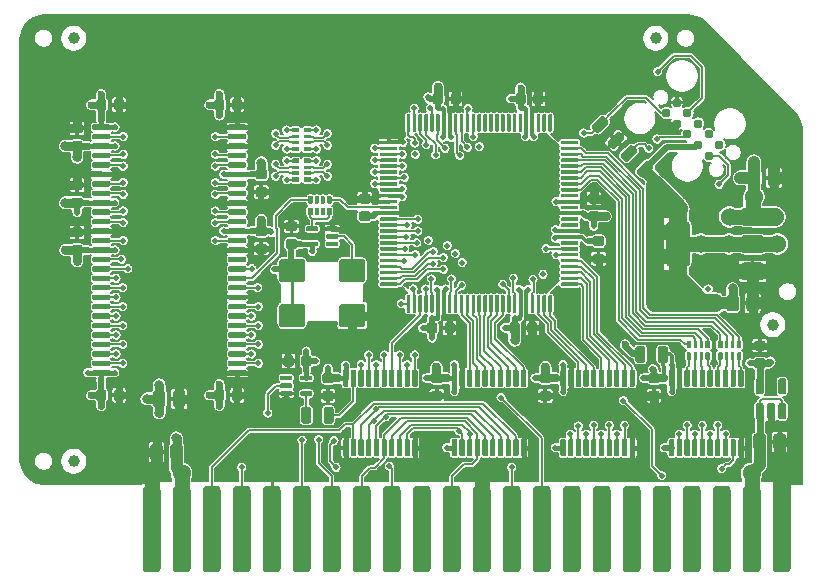
<source format=gtl>
G04 #@! TF.GenerationSoftware,KiCad,Pcbnew,(5.1.5-0-10_14)*
G04 #@! TF.CreationDate,2021-05-04T04:34:02-04:00*
G04 #@! TF.ProjectId,RAM2GS,52414d32-4753-42e6-9b69-6361645f7063,2.0*
G04 #@! TF.SameCoordinates,Original*
G04 #@! TF.FileFunction,Copper,L1,Top*
G04 #@! TF.FilePolarity,Positive*
%FSLAX46Y46*%
G04 Gerber Fmt 4.6, Leading zero omitted, Abs format (unit mm)*
G04 Created by KiCad (PCBNEW (5.1.5-0-10_14)) date 2021-05-04 04:34:02*
%MOMM*%
%LPD*%
G04 APERTURE LIST*
%ADD10C,0.100000*%
%ADD11C,1.000000*%
%ADD12C,0.787400*%
%ADD13C,2.000000*%
%ADD14C,0.500000*%
%ADD15C,0.762000*%
%ADD16C,0.600000*%
%ADD17C,0.800000*%
%ADD18C,1.524000*%
%ADD19C,0.508000*%
%ADD20C,0.600000*%
%ADD21C,0.800000*%
%ADD22C,0.762000*%
%ADD23C,0.508000*%
%ADD24C,0.300000*%
%ADD25C,0.450000*%
%ADD26C,0.500000*%
%ADD27C,0.254000*%
%ADD28C,0.400000*%
%ADD29C,1.270000*%
%ADD30C,1.524000*%
%ADD31C,1.000000*%
%ADD32C,0.550000*%
%ADD33C,0.250000*%
%ADD34C,0.150000*%
%ADD35C,0.700000*%
%ADD36C,0.895000*%
G04 APERTURE END LIST*
G04 #@! TA.AperFunction,SMDPad,CuDef*
D10*
G36*
X78407351Y-102400361D02*
G01*
X78414632Y-102401441D01*
X78421771Y-102403229D01*
X78428701Y-102405709D01*
X78435355Y-102408856D01*
X78441668Y-102412640D01*
X78447579Y-102417024D01*
X78453033Y-102421967D01*
X78457976Y-102427421D01*
X78462360Y-102433332D01*
X78466144Y-102439645D01*
X78469291Y-102446299D01*
X78471771Y-102453229D01*
X78473559Y-102460368D01*
X78474639Y-102467649D01*
X78475000Y-102475000D01*
X78475000Y-102625000D01*
X78474639Y-102632351D01*
X78473559Y-102639632D01*
X78471771Y-102646771D01*
X78469291Y-102653701D01*
X78466144Y-102660355D01*
X78462360Y-102666668D01*
X78457976Y-102672579D01*
X78453033Y-102678033D01*
X78447579Y-102682976D01*
X78441668Y-102687360D01*
X78435355Y-102691144D01*
X78428701Y-102694291D01*
X78421771Y-102696771D01*
X78414632Y-102698559D01*
X78407351Y-102699639D01*
X78400000Y-102700000D01*
X77075000Y-102700000D01*
X77067649Y-102699639D01*
X77060368Y-102698559D01*
X77053229Y-102696771D01*
X77046299Y-102694291D01*
X77039645Y-102691144D01*
X77033332Y-102687360D01*
X77027421Y-102682976D01*
X77021967Y-102678033D01*
X77017024Y-102672579D01*
X77012640Y-102666668D01*
X77008856Y-102660355D01*
X77005709Y-102653701D01*
X77003229Y-102646771D01*
X77001441Y-102639632D01*
X77000361Y-102632351D01*
X77000000Y-102625000D01*
X77000000Y-102475000D01*
X77000361Y-102467649D01*
X77001441Y-102460368D01*
X77003229Y-102453229D01*
X77005709Y-102446299D01*
X77008856Y-102439645D01*
X77012640Y-102433332D01*
X77017024Y-102427421D01*
X77021967Y-102421967D01*
X77027421Y-102417024D01*
X77033332Y-102412640D01*
X77039645Y-102408856D01*
X77046299Y-102405709D01*
X77053229Y-102403229D01*
X77060368Y-102401441D01*
X77067649Y-102400361D01*
X77075000Y-102400000D01*
X78400000Y-102400000D01*
X78407351Y-102400361D01*
G37*
G04 #@! TD.AperFunction*
G04 #@! TA.AperFunction,SMDPad,CuDef*
G36*
X78407351Y-102900361D02*
G01*
X78414632Y-102901441D01*
X78421771Y-102903229D01*
X78428701Y-102905709D01*
X78435355Y-102908856D01*
X78441668Y-102912640D01*
X78447579Y-102917024D01*
X78453033Y-102921967D01*
X78457976Y-102927421D01*
X78462360Y-102933332D01*
X78466144Y-102939645D01*
X78469291Y-102946299D01*
X78471771Y-102953229D01*
X78473559Y-102960368D01*
X78474639Y-102967649D01*
X78475000Y-102975000D01*
X78475000Y-103125000D01*
X78474639Y-103132351D01*
X78473559Y-103139632D01*
X78471771Y-103146771D01*
X78469291Y-103153701D01*
X78466144Y-103160355D01*
X78462360Y-103166668D01*
X78457976Y-103172579D01*
X78453033Y-103178033D01*
X78447579Y-103182976D01*
X78441668Y-103187360D01*
X78435355Y-103191144D01*
X78428701Y-103194291D01*
X78421771Y-103196771D01*
X78414632Y-103198559D01*
X78407351Y-103199639D01*
X78400000Y-103200000D01*
X77075000Y-103200000D01*
X77067649Y-103199639D01*
X77060368Y-103198559D01*
X77053229Y-103196771D01*
X77046299Y-103194291D01*
X77039645Y-103191144D01*
X77033332Y-103187360D01*
X77027421Y-103182976D01*
X77021967Y-103178033D01*
X77017024Y-103172579D01*
X77012640Y-103166668D01*
X77008856Y-103160355D01*
X77005709Y-103153701D01*
X77003229Y-103146771D01*
X77001441Y-103139632D01*
X77000361Y-103132351D01*
X77000000Y-103125000D01*
X77000000Y-102975000D01*
X77000361Y-102967649D01*
X77001441Y-102960368D01*
X77003229Y-102953229D01*
X77005709Y-102946299D01*
X77008856Y-102939645D01*
X77012640Y-102933332D01*
X77017024Y-102927421D01*
X77021967Y-102921967D01*
X77027421Y-102917024D01*
X77033332Y-102912640D01*
X77039645Y-102908856D01*
X77046299Y-102905709D01*
X77053229Y-102903229D01*
X77060368Y-102901441D01*
X77067649Y-102900361D01*
X77075000Y-102900000D01*
X78400000Y-102900000D01*
X78407351Y-102900361D01*
G37*
G04 #@! TD.AperFunction*
G04 #@! TA.AperFunction,SMDPad,CuDef*
G36*
X78407351Y-103400361D02*
G01*
X78414632Y-103401441D01*
X78421771Y-103403229D01*
X78428701Y-103405709D01*
X78435355Y-103408856D01*
X78441668Y-103412640D01*
X78447579Y-103417024D01*
X78453033Y-103421967D01*
X78457976Y-103427421D01*
X78462360Y-103433332D01*
X78466144Y-103439645D01*
X78469291Y-103446299D01*
X78471771Y-103453229D01*
X78473559Y-103460368D01*
X78474639Y-103467649D01*
X78475000Y-103475000D01*
X78475000Y-103625000D01*
X78474639Y-103632351D01*
X78473559Y-103639632D01*
X78471771Y-103646771D01*
X78469291Y-103653701D01*
X78466144Y-103660355D01*
X78462360Y-103666668D01*
X78457976Y-103672579D01*
X78453033Y-103678033D01*
X78447579Y-103682976D01*
X78441668Y-103687360D01*
X78435355Y-103691144D01*
X78428701Y-103694291D01*
X78421771Y-103696771D01*
X78414632Y-103698559D01*
X78407351Y-103699639D01*
X78400000Y-103700000D01*
X77075000Y-103700000D01*
X77067649Y-103699639D01*
X77060368Y-103698559D01*
X77053229Y-103696771D01*
X77046299Y-103694291D01*
X77039645Y-103691144D01*
X77033332Y-103687360D01*
X77027421Y-103682976D01*
X77021967Y-103678033D01*
X77017024Y-103672579D01*
X77012640Y-103666668D01*
X77008856Y-103660355D01*
X77005709Y-103653701D01*
X77003229Y-103646771D01*
X77001441Y-103639632D01*
X77000361Y-103632351D01*
X77000000Y-103625000D01*
X77000000Y-103475000D01*
X77000361Y-103467649D01*
X77001441Y-103460368D01*
X77003229Y-103453229D01*
X77005709Y-103446299D01*
X77008856Y-103439645D01*
X77012640Y-103433332D01*
X77017024Y-103427421D01*
X77021967Y-103421967D01*
X77027421Y-103417024D01*
X77033332Y-103412640D01*
X77039645Y-103408856D01*
X77046299Y-103405709D01*
X77053229Y-103403229D01*
X77060368Y-103401441D01*
X77067649Y-103400361D01*
X77075000Y-103400000D01*
X78400000Y-103400000D01*
X78407351Y-103400361D01*
G37*
G04 #@! TD.AperFunction*
G04 #@! TA.AperFunction,SMDPad,CuDef*
G36*
X78407351Y-103900361D02*
G01*
X78414632Y-103901441D01*
X78421771Y-103903229D01*
X78428701Y-103905709D01*
X78435355Y-103908856D01*
X78441668Y-103912640D01*
X78447579Y-103917024D01*
X78453033Y-103921967D01*
X78457976Y-103927421D01*
X78462360Y-103933332D01*
X78466144Y-103939645D01*
X78469291Y-103946299D01*
X78471771Y-103953229D01*
X78473559Y-103960368D01*
X78474639Y-103967649D01*
X78475000Y-103975000D01*
X78475000Y-104125000D01*
X78474639Y-104132351D01*
X78473559Y-104139632D01*
X78471771Y-104146771D01*
X78469291Y-104153701D01*
X78466144Y-104160355D01*
X78462360Y-104166668D01*
X78457976Y-104172579D01*
X78453033Y-104178033D01*
X78447579Y-104182976D01*
X78441668Y-104187360D01*
X78435355Y-104191144D01*
X78428701Y-104194291D01*
X78421771Y-104196771D01*
X78414632Y-104198559D01*
X78407351Y-104199639D01*
X78400000Y-104200000D01*
X77075000Y-104200000D01*
X77067649Y-104199639D01*
X77060368Y-104198559D01*
X77053229Y-104196771D01*
X77046299Y-104194291D01*
X77039645Y-104191144D01*
X77033332Y-104187360D01*
X77027421Y-104182976D01*
X77021967Y-104178033D01*
X77017024Y-104172579D01*
X77012640Y-104166668D01*
X77008856Y-104160355D01*
X77005709Y-104153701D01*
X77003229Y-104146771D01*
X77001441Y-104139632D01*
X77000361Y-104132351D01*
X77000000Y-104125000D01*
X77000000Y-103975000D01*
X77000361Y-103967649D01*
X77001441Y-103960368D01*
X77003229Y-103953229D01*
X77005709Y-103946299D01*
X77008856Y-103939645D01*
X77012640Y-103933332D01*
X77017024Y-103927421D01*
X77021967Y-103921967D01*
X77027421Y-103917024D01*
X77033332Y-103912640D01*
X77039645Y-103908856D01*
X77046299Y-103905709D01*
X77053229Y-103903229D01*
X77060368Y-103901441D01*
X77067649Y-103900361D01*
X77075000Y-103900000D01*
X78400000Y-103900000D01*
X78407351Y-103900361D01*
G37*
G04 #@! TD.AperFunction*
G04 #@! TA.AperFunction,SMDPad,CuDef*
G36*
X78407351Y-104400361D02*
G01*
X78414632Y-104401441D01*
X78421771Y-104403229D01*
X78428701Y-104405709D01*
X78435355Y-104408856D01*
X78441668Y-104412640D01*
X78447579Y-104417024D01*
X78453033Y-104421967D01*
X78457976Y-104427421D01*
X78462360Y-104433332D01*
X78466144Y-104439645D01*
X78469291Y-104446299D01*
X78471771Y-104453229D01*
X78473559Y-104460368D01*
X78474639Y-104467649D01*
X78475000Y-104475000D01*
X78475000Y-104625000D01*
X78474639Y-104632351D01*
X78473559Y-104639632D01*
X78471771Y-104646771D01*
X78469291Y-104653701D01*
X78466144Y-104660355D01*
X78462360Y-104666668D01*
X78457976Y-104672579D01*
X78453033Y-104678033D01*
X78447579Y-104682976D01*
X78441668Y-104687360D01*
X78435355Y-104691144D01*
X78428701Y-104694291D01*
X78421771Y-104696771D01*
X78414632Y-104698559D01*
X78407351Y-104699639D01*
X78400000Y-104700000D01*
X77075000Y-104700000D01*
X77067649Y-104699639D01*
X77060368Y-104698559D01*
X77053229Y-104696771D01*
X77046299Y-104694291D01*
X77039645Y-104691144D01*
X77033332Y-104687360D01*
X77027421Y-104682976D01*
X77021967Y-104678033D01*
X77017024Y-104672579D01*
X77012640Y-104666668D01*
X77008856Y-104660355D01*
X77005709Y-104653701D01*
X77003229Y-104646771D01*
X77001441Y-104639632D01*
X77000361Y-104632351D01*
X77000000Y-104625000D01*
X77000000Y-104475000D01*
X77000361Y-104467649D01*
X77001441Y-104460368D01*
X77003229Y-104453229D01*
X77005709Y-104446299D01*
X77008856Y-104439645D01*
X77012640Y-104433332D01*
X77017024Y-104427421D01*
X77021967Y-104421967D01*
X77027421Y-104417024D01*
X77033332Y-104412640D01*
X77039645Y-104408856D01*
X77046299Y-104405709D01*
X77053229Y-104403229D01*
X77060368Y-104401441D01*
X77067649Y-104400361D01*
X77075000Y-104400000D01*
X78400000Y-104400000D01*
X78407351Y-104400361D01*
G37*
G04 #@! TD.AperFunction*
G04 #@! TA.AperFunction,SMDPad,CuDef*
G36*
X78407351Y-104900361D02*
G01*
X78414632Y-104901441D01*
X78421771Y-104903229D01*
X78428701Y-104905709D01*
X78435355Y-104908856D01*
X78441668Y-104912640D01*
X78447579Y-104917024D01*
X78453033Y-104921967D01*
X78457976Y-104927421D01*
X78462360Y-104933332D01*
X78466144Y-104939645D01*
X78469291Y-104946299D01*
X78471771Y-104953229D01*
X78473559Y-104960368D01*
X78474639Y-104967649D01*
X78475000Y-104975000D01*
X78475000Y-105125000D01*
X78474639Y-105132351D01*
X78473559Y-105139632D01*
X78471771Y-105146771D01*
X78469291Y-105153701D01*
X78466144Y-105160355D01*
X78462360Y-105166668D01*
X78457976Y-105172579D01*
X78453033Y-105178033D01*
X78447579Y-105182976D01*
X78441668Y-105187360D01*
X78435355Y-105191144D01*
X78428701Y-105194291D01*
X78421771Y-105196771D01*
X78414632Y-105198559D01*
X78407351Y-105199639D01*
X78400000Y-105200000D01*
X77075000Y-105200000D01*
X77067649Y-105199639D01*
X77060368Y-105198559D01*
X77053229Y-105196771D01*
X77046299Y-105194291D01*
X77039645Y-105191144D01*
X77033332Y-105187360D01*
X77027421Y-105182976D01*
X77021967Y-105178033D01*
X77017024Y-105172579D01*
X77012640Y-105166668D01*
X77008856Y-105160355D01*
X77005709Y-105153701D01*
X77003229Y-105146771D01*
X77001441Y-105139632D01*
X77000361Y-105132351D01*
X77000000Y-105125000D01*
X77000000Y-104975000D01*
X77000361Y-104967649D01*
X77001441Y-104960368D01*
X77003229Y-104953229D01*
X77005709Y-104946299D01*
X77008856Y-104939645D01*
X77012640Y-104933332D01*
X77017024Y-104927421D01*
X77021967Y-104921967D01*
X77027421Y-104917024D01*
X77033332Y-104912640D01*
X77039645Y-104908856D01*
X77046299Y-104905709D01*
X77053229Y-104903229D01*
X77060368Y-104901441D01*
X77067649Y-104900361D01*
X77075000Y-104900000D01*
X78400000Y-104900000D01*
X78407351Y-104900361D01*
G37*
G04 #@! TD.AperFunction*
G04 #@! TA.AperFunction,SMDPad,CuDef*
G36*
X78407351Y-105400361D02*
G01*
X78414632Y-105401441D01*
X78421771Y-105403229D01*
X78428701Y-105405709D01*
X78435355Y-105408856D01*
X78441668Y-105412640D01*
X78447579Y-105417024D01*
X78453033Y-105421967D01*
X78457976Y-105427421D01*
X78462360Y-105433332D01*
X78466144Y-105439645D01*
X78469291Y-105446299D01*
X78471771Y-105453229D01*
X78473559Y-105460368D01*
X78474639Y-105467649D01*
X78475000Y-105475000D01*
X78475000Y-105625000D01*
X78474639Y-105632351D01*
X78473559Y-105639632D01*
X78471771Y-105646771D01*
X78469291Y-105653701D01*
X78466144Y-105660355D01*
X78462360Y-105666668D01*
X78457976Y-105672579D01*
X78453033Y-105678033D01*
X78447579Y-105682976D01*
X78441668Y-105687360D01*
X78435355Y-105691144D01*
X78428701Y-105694291D01*
X78421771Y-105696771D01*
X78414632Y-105698559D01*
X78407351Y-105699639D01*
X78400000Y-105700000D01*
X77075000Y-105700000D01*
X77067649Y-105699639D01*
X77060368Y-105698559D01*
X77053229Y-105696771D01*
X77046299Y-105694291D01*
X77039645Y-105691144D01*
X77033332Y-105687360D01*
X77027421Y-105682976D01*
X77021967Y-105678033D01*
X77017024Y-105672579D01*
X77012640Y-105666668D01*
X77008856Y-105660355D01*
X77005709Y-105653701D01*
X77003229Y-105646771D01*
X77001441Y-105639632D01*
X77000361Y-105632351D01*
X77000000Y-105625000D01*
X77000000Y-105475000D01*
X77000361Y-105467649D01*
X77001441Y-105460368D01*
X77003229Y-105453229D01*
X77005709Y-105446299D01*
X77008856Y-105439645D01*
X77012640Y-105433332D01*
X77017024Y-105427421D01*
X77021967Y-105421967D01*
X77027421Y-105417024D01*
X77033332Y-105412640D01*
X77039645Y-105408856D01*
X77046299Y-105405709D01*
X77053229Y-105403229D01*
X77060368Y-105401441D01*
X77067649Y-105400361D01*
X77075000Y-105400000D01*
X78400000Y-105400000D01*
X78407351Y-105400361D01*
G37*
G04 #@! TD.AperFunction*
G04 #@! TA.AperFunction,SMDPad,CuDef*
G36*
X78407351Y-105900361D02*
G01*
X78414632Y-105901441D01*
X78421771Y-105903229D01*
X78428701Y-105905709D01*
X78435355Y-105908856D01*
X78441668Y-105912640D01*
X78447579Y-105917024D01*
X78453033Y-105921967D01*
X78457976Y-105927421D01*
X78462360Y-105933332D01*
X78466144Y-105939645D01*
X78469291Y-105946299D01*
X78471771Y-105953229D01*
X78473559Y-105960368D01*
X78474639Y-105967649D01*
X78475000Y-105975000D01*
X78475000Y-106125000D01*
X78474639Y-106132351D01*
X78473559Y-106139632D01*
X78471771Y-106146771D01*
X78469291Y-106153701D01*
X78466144Y-106160355D01*
X78462360Y-106166668D01*
X78457976Y-106172579D01*
X78453033Y-106178033D01*
X78447579Y-106182976D01*
X78441668Y-106187360D01*
X78435355Y-106191144D01*
X78428701Y-106194291D01*
X78421771Y-106196771D01*
X78414632Y-106198559D01*
X78407351Y-106199639D01*
X78400000Y-106200000D01*
X77075000Y-106200000D01*
X77067649Y-106199639D01*
X77060368Y-106198559D01*
X77053229Y-106196771D01*
X77046299Y-106194291D01*
X77039645Y-106191144D01*
X77033332Y-106187360D01*
X77027421Y-106182976D01*
X77021967Y-106178033D01*
X77017024Y-106172579D01*
X77012640Y-106166668D01*
X77008856Y-106160355D01*
X77005709Y-106153701D01*
X77003229Y-106146771D01*
X77001441Y-106139632D01*
X77000361Y-106132351D01*
X77000000Y-106125000D01*
X77000000Y-105975000D01*
X77000361Y-105967649D01*
X77001441Y-105960368D01*
X77003229Y-105953229D01*
X77005709Y-105946299D01*
X77008856Y-105939645D01*
X77012640Y-105933332D01*
X77017024Y-105927421D01*
X77021967Y-105921967D01*
X77027421Y-105917024D01*
X77033332Y-105912640D01*
X77039645Y-105908856D01*
X77046299Y-105905709D01*
X77053229Y-105903229D01*
X77060368Y-105901441D01*
X77067649Y-105900361D01*
X77075000Y-105900000D01*
X78400000Y-105900000D01*
X78407351Y-105900361D01*
G37*
G04 #@! TD.AperFunction*
G04 #@! TA.AperFunction,SMDPad,CuDef*
G36*
X78407351Y-106400361D02*
G01*
X78414632Y-106401441D01*
X78421771Y-106403229D01*
X78428701Y-106405709D01*
X78435355Y-106408856D01*
X78441668Y-106412640D01*
X78447579Y-106417024D01*
X78453033Y-106421967D01*
X78457976Y-106427421D01*
X78462360Y-106433332D01*
X78466144Y-106439645D01*
X78469291Y-106446299D01*
X78471771Y-106453229D01*
X78473559Y-106460368D01*
X78474639Y-106467649D01*
X78475000Y-106475000D01*
X78475000Y-106625000D01*
X78474639Y-106632351D01*
X78473559Y-106639632D01*
X78471771Y-106646771D01*
X78469291Y-106653701D01*
X78466144Y-106660355D01*
X78462360Y-106666668D01*
X78457976Y-106672579D01*
X78453033Y-106678033D01*
X78447579Y-106682976D01*
X78441668Y-106687360D01*
X78435355Y-106691144D01*
X78428701Y-106694291D01*
X78421771Y-106696771D01*
X78414632Y-106698559D01*
X78407351Y-106699639D01*
X78400000Y-106700000D01*
X77075000Y-106700000D01*
X77067649Y-106699639D01*
X77060368Y-106698559D01*
X77053229Y-106696771D01*
X77046299Y-106694291D01*
X77039645Y-106691144D01*
X77033332Y-106687360D01*
X77027421Y-106682976D01*
X77021967Y-106678033D01*
X77017024Y-106672579D01*
X77012640Y-106666668D01*
X77008856Y-106660355D01*
X77005709Y-106653701D01*
X77003229Y-106646771D01*
X77001441Y-106639632D01*
X77000361Y-106632351D01*
X77000000Y-106625000D01*
X77000000Y-106475000D01*
X77000361Y-106467649D01*
X77001441Y-106460368D01*
X77003229Y-106453229D01*
X77005709Y-106446299D01*
X77008856Y-106439645D01*
X77012640Y-106433332D01*
X77017024Y-106427421D01*
X77021967Y-106421967D01*
X77027421Y-106417024D01*
X77033332Y-106412640D01*
X77039645Y-106408856D01*
X77046299Y-106405709D01*
X77053229Y-106403229D01*
X77060368Y-106401441D01*
X77067649Y-106400361D01*
X77075000Y-106400000D01*
X78400000Y-106400000D01*
X78407351Y-106400361D01*
G37*
G04 #@! TD.AperFunction*
G04 #@! TA.AperFunction,SMDPad,CuDef*
G36*
X78407351Y-106900361D02*
G01*
X78414632Y-106901441D01*
X78421771Y-106903229D01*
X78428701Y-106905709D01*
X78435355Y-106908856D01*
X78441668Y-106912640D01*
X78447579Y-106917024D01*
X78453033Y-106921967D01*
X78457976Y-106927421D01*
X78462360Y-106933332D01*
X78466144Y-106939645D01*
X78469291Y-106946299D01*
X78471771Y-106953229D01*
X78473559Y-106960368D01*
X78474639Y-106967649D01*
X78475000Y-106975000D01*
X78475000Y-107125000D01*
X78474639Y-107132351D01*
X78473559Y-107139632D01*
X78471771Y-107146771D01*
X78469291Y-107153701D01*
X78466144Y-107160355D01*
X78462360Y-107166668D01*
X78457976Y-107172579D01*
X78453033Y-107178033D01*
X78447579Y-107182976D01*
X78441668Y-107187360D01*
X78435355Y-107191144D01*
X78428701Y-107194291D01*
X78421771Y-107196771D01*
X78414632Y-107198559D01*
X78407351Y-107199639D01*
X78400000Y-107200000D01*
X77075000Y-107200000D01*
X77067649Y-107199639D01*
X77060368Y-107198559D01*
X77053229Y-107196771D01*
X77046299Y-107194291D01*
X77039645Y-107191144D01*
X77033332Y-107187360D01*
X77027421Y-107182976D01*
X77021967Y-107178033D01*
X77017024Y-107172579D01*
X77012640Y-107166668D01*
X77008856Y-107160355D01*
X77005709Y-107153701D01*
X77003229Y-107146771D01*
X77001441Y-107139632D01*
X77000361Y-107132351D01*
X77000000Y-107125000D01*
X77000000Y-106975000D01*
X77000361Y-106967649D01*
X77001441Y-106960368D01*
X77003229Y-106953229D01*
X77005709Y-106946299D01*
X77008856Y-106939645D01*
X77012640Y-106933332D01*
X77017024Y-106927421D01*
X77021967Y-106921967D01*
X77027421Y-106917024D01*
X77033332Y-106912640D01*
X77039645Y-106908856D01*
X77046299Y-106905709D01*
X77053229Y-106903229D01*
X77060368Y-106901441D01*
X77067649Y-106900361D01*
X77075000Y-106900000D01*
X78400000Y-106900000D01*
X78407351Y-106900361D01*
G37*
G04 #@! TD.AperFunction*
G04 #@! TA.AperFunction,SMDPad,CuDef*
G36*
X78407351Y-107400361D02*
G01*
X78414632Y-107401441D01*
X78421771Y-107403229D01*
X78428701Y-107405709D01*
X78435355Y-107408856D01*
X78441668Y-107412640D01*
X78447579Y-107417024D01*
X78453033Y-107421967D01*
X78457976Y-107427421D01*
X78462360Y-107433332D01*
X78466144Y-107439645D01*
X78469291Y-107446299D01*
X78471771Y-107453229D01*
X78473559Y-107460368D01*
X78474639Y-107467649D01*
X78475000Y-107475000D01*
X78475000Y-107625000D01*
X78474639Y-107632351D01*
X78473559Y-107639632D01*
X78471771Y-107646771D01*
X78469291Y-107653701D01*
X78466144Y-107660355D01*
X78462360Y-107666668D01*
X78457976Y-107672579D01*
X78453033Y-107678033D01*
X78447579Y-107682976D01*
X78441668Y-107687360D01*
X78435355Y-107691144D01*
X78428701Y-107694291D01*
X78421771Y-107696771D01*
X78414632Y-107698559D01*
X78407351Y-107699639D01*
X78400000Y-107700000D01*
X77075000Y-107700000D01*
X77067649Y-107699639D01*
X77060368Y-107698559D01*
X77053229Y-107696771D01*
X77046299Y-107694291D01*
X77039645Y-107691144D01*
X77033332Y-107687360D01*
X77027421Y-107682976D01*
X77021967Y-107678033D01*
X77017024Y-107672579D01*
X77012640Y-107666668D01*
X77008856Y-107660355D01*
X77005709Y-107653701D01*
X77003229Y-107646771D01*
X77001441Y-107639632D01*
X77000361Y-107632351D01*
X77000000Y-107625000D01*
X77000000Y-107475000D01*
X77000361Y-107467649D01*
X77001441Y-107460368D01*
X77003229Y-107453229D01*
X77005709Y-107446299D01*
X77008856Y-107439645D01*
X77012640Y-107433332D01*
X77017024Y-107427421D01*
X77021967Y-107421967D01*
X77027421Y-107417024D01*
X77033332Y-107412640D01*
X77039645Y-107408856D01*
X77046299Y-107405709D01*
X77053229Y-107403229D01*
X77060368Y-107401441D01*
X77067649Y-107400361D01*
X77075000Y-107400000D01*
X78400000Y-107400000D01*
X78407351Y-107400361D01*
G37*
G04 #@! TD.AperFunction*
G04 #@! TA.AperFunction,SMDPad,CuDef*
G36*
X78407351Y-107900361D02*
G01*
X78414632Y-107901441D01*
X78421771Y-107903229D01*
X78428701Y-107905709D01*
X78435355Y-107908856D01*
X78441668Y-107912640D01*
X78447579Y-107917024D01*
X78453033Y-107921967D01*
X78457976Y-107927421D01*
X78462360Y-107933332D01*
X78466144Y-107939645D01*
X78469291Y-107946299D01*
X78471771Y-107953229D01*
X78473559Y-107960368D01*
X78474639Y-107967649D01*
X78475000Y-107975000D01*
X78475000Y-108125000D01*
X78474639Y-108132351D01*
X78473559Y-108139632D01*
X78471771Y-108146771D01*
X78469291Y-108153701D01*
X78466144Y-108160355D01*
X78462360Y-108166668D01*
X78457976Y-108172579D01*
X78453033Y-108178033D01*
X78447579Y-108182976D01*
X78441668Y-108187360D01*
X78435355Y-108191144D01*
X78428701Y-108194291D01*
X78421771Y-108196771D01*
X78414632Y-108198559D01*
X78407351Y-108199639D01*
X78400000Y-108200000D01*
X77075000Y-108200000D01*
X77067649Y-108199639D01*
X77060368Y-108198559D01*
X77053229Y-108196771D01*
X77046299Y-108194291D01*
X77039645Y-108191144D01*
X77033332Y-108187360D01*
X77027421Y-108182976D01*
X77021967Y-108178033D01*
X77017024Y-108172579D01*
X77012640Y-108166668D01*
X77008856Y-108160355D01*
X77005709Y-108153701D01*
X77003229Y-108146771D01*
X77001441Y-108139632D01*
X77000361Y-108132351D01*
X77000000Y-108125000D01*
X77000000Y-107975000D01*
X77000361Y-107967649D01*
X77001441Y-107960368D01*
X77003229Y-107953229D01*
X77005709Y-107946299D01*
X77008856Y-107939645D01*
X77012640Y-107933332D01*
X77017024Y-107927421D01*
X77021967Y-107921967D01*
X77027421Y-107917024D01*
X77033332Y-107912640D01*
X77039645Y-107908856D01*
X77046299Y-107905709D01*
X77053229Y-107903229D01*
X77060368Y-107901441D01*
X77067649Y-107900361D01*
X77075000Y-107900000D01*
X78400000Y-107900000D01*
X78407351Y-107900361D01*
G37*
G04 #@! TD.AperFunction*
G04 #@! TA.AperFunction,SMDPad,CuDef*
G36*
X78407351Y-108400361D02*
G01*
X78414632Y-108401441D01*
X78421771Y-108403229D01*
X78428701Y-108405709D01*
X78435355Y-108408856D01*
X78441668Y-108412640D01*
X78447579Y-108417024D01*
X78453033Y-108421967D01*
X78457976Y-108427421D01*
X78462360Y-108433332D01*
X78466144Y-108439645D01*
X78469291Y-108446299D01*
X78471771Y-108453229D01*
X78473559Y-108460368D01*
X78474639Y-108467649D01*
X78475000Y-108475000D01*
X78475000Y-108625000D01*
X78474639Y-108632351D01*
X78473559Y-108639632D01*
X78471771Y-108646771D01*
X78469291Y-108653701D01*
X78466144Y-108660355D01*
X78462360Y-108666668D01*
X78457976Y-108672579D01*
X78453033Y-108678033D01*
X78447579Y-108682976D01*
X78441668Y-108687360D01*
X78435355Y-108691144D01*
X78428701Y-108694291D01*
X78421771Y-108696771D01*
X78414632Y-108698559D01*
X78407351Y-108699639D01*
X78400000Y-108700000D01*
X77075000Y-108700000D01*
X77067649Y-108699639D01*
X77060368Y-108698559D01*
X77053229Y-108696771D01*
X77046299Y-108694291D01*
X77039645Y-108691144D01*
X77033332Y-108687360D01*
X77027421Y-108682976D01*
X77021967Y-108678033D01*
X77017024Y-108672579D01*
X77012640Y-108666668D01*
X77008856Y-108660355D01*
X77005709Y-108653701D01*
X77003229Y-108646771D01*
X77001441Y-108639632D01*
X77000361Y-108632351D01*
X77000000Y-108625000D01*
X77000000Y-108475000D01*
X77000361Y-108467649D01*
X77001441Y-108460368D01*
X77003229Y-108453229D01*
X77005709Y-108446299D01*
X77008856Y-108439645D01*
X77012640Y-108433332D01*
X77017024Y-108427421D01*
X77021967Y-108421967D01*
X77027421Y-108417024D01*
X77033332Y-108412640D01*
X77039645Y-108408856D01*
X77046299Y-108405709D01*
X77053229Y-108403229D01*
X77060368Y-108401441D01*
X77067649Y-108400361D01*
X77075000Y-108400000D01*
X78400000Y-108400000D01*
X78407351Y-108400361D01*
G37*
G04 #@! TD.AperFunction*
G04 #@! TA.AperFunction,SMDPad,CuDef*
G36*
X78407351Y-108900361D02*
G01*
X78414632Y-108901441D01*
X78421771Y-108903229D01*
X78428701Y-108905709D01*
X78435355Y-108908856D01*
X78441668Y-108912640D01*
X78447579Y-108917024D01*
X78453033Y-108921967D01*
X78457976Y-108927421D01*
X78462360Y-108933332D01*
X78466144Y-108939645D01*
X78469291Y-108946299D01*
X78471771Y-108953229D01*
X78473559Y-108960368D01*
X78474639Y-108967649D01*
X78475000Y-108975000D01*
X78475000Y-109125000D01*
X78474639Y-109132351D01*
X78473559Y-109139632D01*
X78471771Y-109146771D01*
X78469291Y-109153701D01*
X78466144Y-109160355D01*
X78462360Y-109166668D01*
X78457976Y-109172579D01*
X78453033Y-109178033D01*
X78447579Y-109182976D01*
X78441668Y-109187360D01*
X78435355Y-109191144D01*
X78428701Y-109194291D01*
X78421771Y-109196771D01*
X78414632Y-109198559D01*
X78407351Y-109199639D01*
X78400000Y-109200000D01*
X77075000Y-109200000D01*
X77067649Y-109199639D01*
X77060368Y-109198559D01*
X77053229Y-109196771D01*
X77046299Y-109194291D01*
X77039645Y-109191144D01*
X77033332Y-109187360D01*
X77027421Y-109182976D01*
X77021967Y-109178033D01*
X77017024Y-109172579D01*
X77012640Y-109166668D01*
X77008856Y-109160355D01*
X77005709Y-109153701D01*
X77003229Y-109146771D01*
X77001441Y-109139632D01*
X77000361Y-109132351D01*
X77000000Y-109125000D01*
X77000000Y-108975000D01*
X77000361Y-108967649D01*
X77001441Y-108960368D01*
X77003229Y-108953229D01*
X77005709Y-108946299D01*
X77008856Y-108939645D01*
X77012640Y-108933332D01*
X77017024Y-108927421D01*
X77021967Y-108921967D01*
X77027421Y-108917024D01*
X77033332Y-108912640D01*
X77039645Y-108908856D01*
X77046299Y-108905709D01*
X77053229Y-108903229D01*
X77060368Y-108901441D01*
X77067649Y-108900361D01*
X77075000Y-108900000D01*
X78400000Y-108900000D01*
X78407351Y-108900361D01*
G37*
G04 #@! TD.AperFunction*
G04 #@! TA.AperFunction,SMDPad,CuDef*
G36*
X78407351Y-109400361D02*
G01*
X78414632Y-109401441D01*
X78421771Y-109403229D01*
X78428701Y-109405709D01*
X78435355Y-109408856D01*
X78441668Y-109412640D01*
X78447579Y-109417024D01*
X78453033Y-109421967D01*
X78457976Y-109427421D01*
X78462360Y-109433332D01*
X78466144Y-109439645D01*
X78469291Y-109446299D01*
X78471771Y-109453229D01*
X78473559Y-109460368D01*
X78474639Y-109467649D01*
X78475000Y-109475000D01*
X78475000Y-109625000D01*
X78474639Y-109632351D01*
X78473559Y-109639632D01*
X78471771Y-109646771D01*
X78469291Y-109653701D01*
X78466144Y-109660355D01*
X78462360Y-109666668D01*
X78457976Y-109672579D01*
X78453033Y-109678033D01*
X78447579Y-109682976D01*
X78441668Y-109687360D01*
X78435355Y-109691144D01*
X78428701Y-109694291D01*
X78421771Y-109696771D01*
X78414632Y-109698559D01*
X78407351Y-109699639D01*
X78400000Y-109700000D01*
X77075000Y-109700000D01*
X77067649Y-109699639D01*
X77060368Y-109698559D01*
X77053229Y-109696771D01*
X77046299Y-109694291D01*
X77039645Y-109691144D01*
X77033332Y-109687360D01*
X77027421Y-109682976D01*
X77021967Y-109678033D01*
X77017024Y-109672579D01*
X77012640Y-109666668D01*
X77008856Y-109660355D01*
X77005709Y-109653701D01*
X77003229Y-109646771D01*
X77001441Y-109639632D01*
X77000361Y-109632351D01*
X77000000Y-109625000D01*
X77000000Y-109475000D01*
X77000361Y-109467649D01*
X77001441Y-109460368D01*
X77003229Y-109453229D01*
X77005709Y-109446299D01*
X77008856Y-109439645D01*
X77012640Y-109433332D01*
X77017024Y-109427421D01*
X77021967Y-109421967D01*
X77027421Y-109417024D01*
X77033332Y-109412640D01*
X77039645Y-109408856D01*
X77046299Y-109405709D01*
X77053229Y-109403229D01*
X77060368Y-109401441D01*
X77067649Y-109400361D01*
X77075000Y-109400000D01*
X78400000Y-109400000D01*
X78407351Y-109400361D01*
G37*
G04 #@! TD.AperFunction*
G04 #@! TA.AperFunction,SMDPad,CuDef*
G36*
X78407351Y-109900361D02*
G01*
X78414632Y-109901441D01*
X78421771Y-109903229D01*
X78428701Y-109905709D01*
X78435355Y-109908856D01*
X78441668Y-109912640D01*
X78447579Y-109917024D01*
X78453033Y-109921967D01*
X78457976Y-109927421D01*
X78462360Y-109933332D01*
X78466144Y-109939645D01*
X78469291Y-109946299D01*
X78471771Y-109953229D01*
X78473559Y-109960368D01*
X78474639Y-109967649D01*
X78475000Y-109975000D01*
X78475000Y-110125000D01*
X78474639Y-110132351D01*
X78473559Y-110139632D01*
X78471771Y-110146771D01*
X78469291Y-110153701D01*
X78466144Y-110160355D01*
X78462360Y-110166668D01*
X78457976Y-110172579D01*
X78453033Y-110178033D01*
X78447579Y-110182976D01*
X78441668Y-110187360D01*
X78435355Y-110191144D01*
X78428701Y-110194291D01*
X78421771Y-110196771D01*
X78414632Y-110198559D01*
X78407351Y-110199639D01*
X78400000Y-110200000D01*
X77075000Y-110200000D01*
X77067649Y-110199639D01*
X77060368Y-110198559D01*
X77053229Y-110196771D01*
X77046299Y-110194291D01*
X77039645Y-110191144D01*
X77033332Y-110187360D01*
X77027421Y-110182976D01*
X77021967Y-110178033D01*
X77017024Y-110172579D01*
X77012640Y-110166668D01*
X77008856Y-110160355D01*
X77005709Y-110153701D01*
X77003229Y-110146771D01*
X77001441Y-110139632D01*
X77000361Y-110132351D01*
X77000000Y-110125000D01*
X77000000Y-109975000D01*
X77000361Y-109967649D01*
X77001441Y-109960368D01*
X77003229Y-109953229D01*
X77005709Y-109946299D01*
X77008856Y-109939645D01*
X77012640Y-109933332D01*
X77017024Y-109927421D01*
X77021967Y-109921967D01*
X77027421Y-109917024D01*
X77033332Y-109912640D01*
X77039645Y-109908856D01*
X77046299Y-109905709D01*
X77053229Y-109903229D01*
X77060368Y-109901441D01*
X77067649Y-109900361D01*
X77075000Y-109900000D01*
X78400000Y-109900000D01*
X78407351Y-109900361D01*
G37*
G04 #@! TD.AperFunction*
G04 #@! TA.AperFunction,SMDPad,CuDef*
G36*
X78407351Y-110400361D02*
G01*
X78414632Y-110401441D01*
X78421771Y-110403229D01*
X78428701Y-110405709D01*
X78435355Y-110408856D01*
X78441668Y-110412640D01*
X78447579Y-110417024D01*
X78453033Y-110421967D01*
X78457976Y-110427421D01*
X78462360Y-110433332D01*
X78466144Y-110439645D01*
X78469291Y-110446299D01*
X78471771Y-110453229D01*
X78473559Y-110460368D01*
X78474639Y-110467649D01*
X78475000Y-110475000D01*
X78475000Y-110625000D01*
X78474639Y-110632351D01*
X78473559Y-110639632D01*
X78471771Y-110646771D01*
X78469291Y-110653701D01*
X78466144Y-110660355D01*
X78462360Y-110666668D01*
X78457976Y-110672579D01*
X78453033Y-110678033D01*
X78447579Y-110682976D01*
X78441668Y-110687360D01*
X78435355Y-110691144D01*
X78428701Y-110694291D01*
X78421771Y-110696771D01*
X78414632Y-110698559D01*
X78407351Y-110699639D01*
X78400000Y-110700000D01*
X77075000Y-110700000D01*
X77067649Y-110699639D01*
X77060368Y-110698559D01*
X77053229Y-110696771D01*
X77046299Y-110694291D01*
X77039645Y-110691144D01*
X77033332Y-110687360D01*
X77027421Y-110682976D01*
X77021967Y-110678033D01*
X77017024Y-110672579D01*
X77012640Y-110666668D01*
X77008856Y-110660355D01*
X77005709Y-110653701D01*
X77003229Y-110646771D01*
X77001441Y-110639632D01*
X77000361Y-110632351D01*
X77000000Y-110625000D01*
X77000000Y-110475000D01*
X77000361Y-110467649D01*
X77001441Y-110460368D01*
X77003229Y-110453229D01*
X77005709Y-110446299D01*
X77008856Y-110439645D01*
X77012640Y-110433332D01*
X77017024Y-110427421D01*
X77021967Y-110421967D01*
X77027421Y-110417024D01*
X77033332Y-110412640D01*
X77039645Y-110408856D01*
X77046299Y-110405709D01*
X77053229Y-110403229D01*
X77060368Y-110401441D01*
X77067649Y-110400361D01*
X77075000Y-110400000D01*
X78400000Y-110400000D01*
X78407351Y-110400361D01*
G37*
G04 #@! TD.AperFunction*
G04 #@! TA.AperFunction,SMDPad,CuDef*
G36*
X78407351Y-110900361D02*
G01*
X78414632Y-110901441D01*
X78421771Y-110903229D01*
X78428701Y-110905709D01*
X78435355Y-110908856D01*
X78441668Y-110912640D01*
X78447579Y-110917024D01*
X78453033Y-110921967D01*
X78457976Y-110927421D01*
X78462360Y-110933332D01*
X78466144Y-110939645D01*
X78469291Y-110946299D01*
X78471771Y-110953229D01*
X78473559Y-110960368D01*
X78474639Y-110967649D01*
X78475000Y-110975000D01*
X78475000Y-111125000D01*
X78474639Y-111132351D01*
X78473559Y-111139632D01*
X78471771Y-111146771D01*
X78469291Y-111153701D01*
X78466144Y-111160355D01*
X78462360Y-111166668D01*
X78457976Y-111172579D01*
X78453033Y-111178033D01*
X78447579Y-111182976D01*
X78441668Y-111187360D01*
X78435355Y-111191144D01*
X78428701Y-111194291D01*
X78421771Y-111196771D01*
X78414632Y-111198559D01*
X78407351Y-111199639D01*
X78400000Y-111200000D01*
X77075000Y-111200000D01*
X77067649Y-111199639D01*
X77060368Y-111198559D01*
X77053229Y-111196771D01*
X77046299Y-111194291D01*
X77039645Y-111191144D01*
X77033332Y-111187360D01*
X77027421Y-111182976D01*
X77021967Y-111178033D01*
X77017024Y-111172579D01*
X77012640Y-111166668D01*
X77008856Y-111160355D01*
X77005709Y-111153701D01*
X77003229Y-111146771D01*
X77001441Y-111139632D01*
X77000361Y-111132351D01*
X77000000Y-111125000D01*
X77000000Y-110975000D01*
X77000361Y-110967649D01*
X77001441Y-110960368D01*
X77003229Y-110953229D01*
X77005709Y-110946299D01*
X77008856Y-110939645D01*
X77012640Y-110933332D01*
X77017024Y-110927421D01*
X77021967Y-110921967D01*
X77027421Y-110917024D01*
X77033332Y-110912640D01*
X77039645Y-110908856D01*
X77046299Y-110905709D01*
X77053229Y-110903229D01*
X77060368Y-110901441D01*
X77067649Y-110900361D01*
X77075000Y-110900000D01*
X78400000Y-110900000D01*
X78407351Y-110900361D01*
G37*
G04 #@! TD.AperFunction*
G04 #@! TA.AperFunction,SMDPad,CuDef*
G36*
X78407351Y-111400361D02*
G01*
X78414632Y-111401441D01*
X78421771Y-111403229D01*
X78428701Y-111405709D01*
X78435355Y-111408856D01*
X78441668Y-111412640D01*
X78447579Y-111417024D01*
X78453033Y-111421967D01*
X78457976Y-111427421D01*
X78462360Y-111433332D01*
X78466144Y-111439645D01*
X78469291Y-111446299D01*
X78471771Y-111453229D01*
X78473559Y-111460368D01*
X78474639Y-111467649D01*
X78475000Y-111475000D01*
X78475000Y-111625000D01*
X78474639Y-111632351D01*
X78473559Y-111639632D01*
X78471771Y-111646771D01*
X78469291Y-111653701D01*
X78466144Y-111660355D01*
X78462360Y-111666668D01*
X78457976Y-111672579D01*
X78453033Y-111678033D01*
X78447579Y-111682976D01*
X78441668Y-111687360D01*
X78435355Y-111691144D01*
X78428701Y-111694291D01*
X78421771Y-111696771D01*
X78414632Y-111698559D01*
X78407351Y-111699639D01*
X78400000Y-111700000D01*
X77075000Y-111700000D01*
X77067649Y-111699639D01*
X77060368Y-111698559D01*
X77053229Y-111696771D01*
X77046299Y-111694291D01*
X77039645Y-111691144D01*
X77033332Y-111687360D01*
X77027421Y-111682976D01*
X77021967Y-111678033D01*
X77017024Y-111672579D01*
X77012640Y-111666668D01*
X77008856Y-111660355D01*
X77005709Y-111653701D01*
X77003229Y-111646771D01*
X77001441Y-111639632D01*
X77000361Y-111632351D01*
X77000000Y-111625000D01*
X77000000Y-111475000D01*
X77000361Y-111467649D01*
X77001441Y-111460368D01*
X77003229Y-111453229D01*
X77005709Y-111446299D01*
X77008856Y-111439645D01*
X77012640Y-111433332D01*
X77017024Y-111427421D01*
X77021967Y-111421967D01*
X77027421Y-111417024D01*
X77033332Y-111412640D01*
X77039645Y-111408856D01*
X77046299Y-111405709D01*
X77053229Y-111403229D01*
X77060368Y-111401441D01*
X77067649Y-111400361D01*
X77075000Y-111400000D01*
X78400000Y-111400000D01*
X78407351Y-111400361D01*
G37*
G04 #@! TD.AperFunction*
G04 #@! TA.AperFunction,SMDPad,CuDef*
G36*
X78407351Y-111900361D02*
G01*
X78414632Y-111901441D01*
X78421771Y-111903229D01*
X78428701Y-111905709D01*
X78435355Y-111908856D01*
X78441668Y-111912640D01*
X78447579Y-111917024D01*
X78453033Y-111921967D01*
X78457976Y-111927421D01*
X78462360Y-111933332D01*
X78466144Y-111939645D01*
X78469291Y-111946299D01*
X78471771Y-111953229D01*
X78473559Y-111960368D01*
X78474639Y-111967649D01*
X78475000Y-111975000D01*
X78475000Y-112125000D01*
X78474639Y-112132351D01*
X78473559Y-112139632D01*
X78471771Y-112146771D01*
X78469291Y-112153701D01*
X78466144Y-112160355D01*
X78462360Y-112166668D01*
X78457976Y-112172579D01*
X78453033Y-112178033D01*
X78447579Y-112182976D01*
X78441668Y-112187360D01*
X78435355Y-112191144D01*
X78428701Y-112194291D01*
X78421771Y-112196771D01*
X78414632Y-112198559D01*
X78407351Y-112199639D01*
X78400000Y-112200000D01*
X77075000Y-112200000D01*
X77067649Y-112199639D01*
X77060368Y-112198559D01*
X77053229Y-112196771D01*
X77046299Y-112194291D01*
X77039645Y-112191144D01*
X77033332Y-112187360D01*
X77027421Y-112182976D01*
X77021967Y-112178033D01*
X77017024Y-112172579D01*
X77012640Y-112166668D01*
X77008856Y-112160355D01*
X77005709Y-112153701D01*
X77003229Y-112146771D01*
X77001441Y-112139632D01*
X77000361Y-112132351D01*
X77000000Y-112125000D01*
X77000000Y-111975000D01*
X77000361Y-111967649D01*
X77001441Y-111960368D01*
X77003229Y-111953229D01*
X77005709Y-111946299D01*
X77008856Y-111939645D01*
X77012640Y-111933332D01*
X77017024Y-111927421D01*
X77021967Y-111921967D01*
X77027421Y-111917024D01*
X77033332Y-111912640D01*
X77039645Y-111908856D01*
X77046299Y-111905709D01*
X77053229Y-111903229D01*
X77060368Y-111901441D01*
X77067649Y-111900361D01*
X77075000Y-111900000D01*
X78400000Y-111900000D01*
X78407351Y-111900361D01*
G37*
G04 #@! TD.AperFunction*
G04 #@! TA.AperFunction,SMDPad,CuDef*
G36*
X78407351Y-112400361D02*
G01*
X78414632Y-112401441D01*
X78421771Y-112403229D01*
X78428701Y-112405709D01*
X78435355Y-112408856D01*
X78441668Y-112412640D01*
X78447579Y-112417024D01*
X78453033Y-112421967D01*
X78457976Y-112427421D01*
X78462360Y-112433332D01*
X78466144Y-112439645D01*
X78469291Y-112446299D01*
X78471771Y-112453229D01*
X78473559Y-112460368D01*
X78474639Y-112467649D01*
X78475000Y-112475000D01*
X78475000Y-112625000D01*
X78474639Y-112632351D01*
X78473559Y-112639632D01*
X78471771Y-112646771D01*
X78469291Y-112653701D01*
X78466144Y-112660355D01*
X78462360Y-112666668D01*
X78457976Y-112672579D01*
X78453033Y-112678033D01*
X78447579Y-112682976D01*
X78441668Y-112687360D01*
X78435355Y-112691144D01*
X78428701Y-112694291D01*
X78421771Y-112696771D01*
X78414632Y-112698559D01*
X78407351Y-112699639D01*
X78400000Y-112700000D01*
X77075000Y-112700000D01*
X77067649Y-112699639D01*
X77060368Y-112698559D01*
X77053229Y-112696771D01*
X77046299Y-112694291D01*
X77039645Y-112691144D01*
X77033332Y-112687360D01*
X77027421Y-112682976D01*
X77021967Y-112678033D01*
X77017024Y-112672579D01*
X77012640Y-112666668D01*
X77008856Y-112660355D01*
X77005709Y-112653701D01*
X77003229Y-112646771D01*
X77001441Y-112639632D01*
X77000361Y-112632351D01*
X77000000Y-112625000D01*
X77000000Y-112475000D01*
X77000361Y-112467649D01*
X77001441Y-112460368D01*
X77003229Y-112453229D01*
X77005709Y-112446299D01*
X77008856Y-112439645D01*
X77012640Y-112433332D01*
X77017024Y-112427421D01*
X77021967Y-112421967D01*
X77027421Y-112417024D01*
X77033332Y-112412640D01*
X77039645Y-112408856D01*
X77046299Y-112405709D01*
X77053229Y-112403229D01*
X77060368Y-112401441D01*
X77067649Y-112400361D01*
X77075000Y-112400000D01*
X78400000Y-112400000D01*
X78407351Y-112400361D01*
G37*
G04 #@! TD.AperFunction*
G04 #@! TA.AperFunction,SMDPad,CuDef*
G36*
X78407351Y-112900361D02*
G01*
X78414632Y-112901441D01*
X78421771Y-112903229D01*
X78428701Y-112905709D01*
X78435355Y-112908856D01*
X78441668Y-112912640D01*
X78447579Y-112917024D01*
X78453033Y-112921967D01*
X78457976Y-112927421D01*
X78462360Y-112933332D01*
X78466144Y-112939645D01*
X78469291Y-112946299D01*
X78471771Y-112953229D01*
X78473559Y-112960368D01*
X78474639Y-112967649D01*
X78475000Y-112975000D01*
X78475000Y-113125000D01*
X78474639Y-113132351D01*
X78473559Y-113139632D01*
X78471771Y-113146771D01*
X78469291Y-113153701D01*
X78466144Y-113160355D01*
X78462360Y-113166668D01*
X78457976Y-113172579D01*
X78453033Y-113178033D01*
X78447579Y-113182976D01*
X78441668Y-113187360D01*
X78435355Y-113191144D01*
X78428701Y-113194291D01*
X78421771Y-113196771D01*
X78414632Y-113198559D01*
X78407351Y-113199639D01*
X78400000Y-113200000D01*
X77075000Y-113200000D01*
X77067649Y-113199639D01*
X77060368Y-113198559D01*
X77053229Y-113196771D01*
X77046299Y-113194291D01*
X77039645Y-113191144D01*
X77033332Y-113187360D01*
X77027421Y-113182976D01*
X77021967Y-113178033D01*
X77017024Y-113172579D01*
X77012640Y-113166668D01*
X77008856Y-113160355D01*
X77005709Y-113153701D01*
X77003229Y-113146771D01*
X77001441Y-113139632D01*
X77000361Y-113132351D01*
X77000000Y-113125000D01*
X77000000Y-112975000D01*
X77000361Y-112967649D01*
X77001441Y-112960368D01*
X77003229Y-112953229D01*
X77005709Y-112946299D01*
X77008856Y-112939645D01*
X77012640Y-112933332D01*
X77017024Y-112927421D01*
X77021967Y-112921967D01*
X77027421Y-112917024D01*
X77033332Y-112912640D01*
X77039645Y-112908856D01*
X77046299Y-112905709D01*
X77053229Y-112903229D01*
X77060368Y-112901441D01*
X77067649Y-112900361D01*
X77075000Y-112900000D01*
X78400000Y-112900000D01*
X78407351Y-112900361D01*
G37*
G04 #@! TD.AperFunction*
G04 #@! TA.AperFunction,SMDPad,CuDef*
G36*
X78407351Y-113400361D02*
G01*
X78414632Y-113401441D01*
X78421771Y-113403229D01*
X78428701Y-113405709D01*
X78435355Y-113408856D01*
X78441668Y-113412640D01*
X78447579Y-113417024D01*
X78453033Y-113421967D01*
X78457976Y-113427421D01*
X78462360Y-113433332D01*
X78466144Y-113439645D01*
X78469291Y-113446299D01*
X78471771Y-113453229D01*
X78473559Y-113460368D01*
X78474639Y-113467649D01*
X78475000Y-113475000D01*
X78475000Y-113625000D01*
X78474639Y-113632351D01*
X78473559Y-113639632D01*
X78471771Y-113646771D01*
X78469291Y-113653701D01*
X78466144Y-113660355D01*
X78462360Y-113666668D01*
X78457976Y-113672579D01*
X78453033Y-113678033D01*
X78447579Y-113682976D01*
X78441668Y-113687360D01*
X78435355Y-113691144D01*
X78428701Y-113694291D01*
X78421771Y-113696771D01*
X78414632Y-113698559D01*
X78407351Y-113699639D01*
X78400000Y-113700000D01*
X77075000Y-113700000D01*
X77067649Y-113699639D01*
X77060368Y-113698559D01*
X77053229Y-113696771D01*
X77046299Y-113694291D01*
X77039645Y-113691144D01*
X77033332Y-113687360D01*
X77027421Y-113682976D01*
X77021967Y-113678033D01*
X77017024Y-113672579D01*
X77012640Y-113666668D01*
X77008856Y-113660355D01*
X77005709Y-113653701D01*
X77003229Y-113646771D01*
X77001441Y-113639632D01*
X77000361Y-113632351D01*
X77000000Y-113625000D01*
X77000000Y-113475000D01*
X77000361Y-113467649D01*
X77001441Y-113460368D01*
X77003229Y-113453229D01*
X77005709Y-113446299D01*
X77008856Y-113439645D01*
X77012640Y-113433332D01*
X77017024Y-113427421D01*
X77021967Y-113421967D01*
X77027421Y-113417024D01*
X77033332Y-113412640D01*
X77039645Y-113408856D01*
X77046299Y-113405709D01*
X77053229Y-113403229D01*
X77060368Y-113401441D01*
X77067649Y-113400361D01*
X77075000Y-113400000D01*
X78400000Y-113400000D01*
X78407351Y-113400361D01*
G37*
G04 #@! TD.AperFunction*
G04 #@! TA.AperFunction,SMDPad,CuDef*
G36*
X78407351Y-113900361D02*
G01*
X78414632Y-113901441D01*
X78421771Y-113903229D01*
X78428701Y-113905709D01*
X78435355Y-113908856D01*
X78441668Y-113912640D01*
X78447579Y-113917024D01*
X78453033Y-113921967D01*
X78457976Y-113927421D01*
X78462360Y-113933332D01*
X78466144Y-113939645D01*
X78469291Y-113946299D01*
X78471771Y-113953229D01*
X78473559Y-113960368D01*
X78474639Y-113967649D01*
X78475000Y-113975000D01*
X78475000Y-114125000D01*
X78474639Y-114132351D01*
X78473559Y-114139632D01*
X78471771Y-114146771D01*
X78469291Y-114153701D01*
X78466144Y-114160355D01*
X78462360Y-114166668D01*
X78457976Y-114172579D01*
X78453033Y-114178033D01*
X78447579Y-114182976D01*
X78441668Y-114187360D01*
X78435355Y-114191144D01*
X78428701Y-114194291D01*
X78421771Y-114196771D01*
X78414632Y-114198559D01*
X78407351Y-114199639D01*
X78400000Y-114200000D01*
X77075000Y-114200000D01*
X77067649Y-114199639D01*
X77060368Y-114198559D01*
X77053229Y-114196771D01*
X77046299Y-114194291D01*
X77039645Y-114191144D01*
X77033332Y-114187360D01*
X77027421Y-114182976D01*
X77021967Y-114178033D01*
X77017024Y-114172579D01*
X77012640Y-114166668D01*
X77008856Y-114160355D01*
X77005709Y-114153701D01*
X77003229Y-114146771D01*
X77001441Y-114139632D01*
X77000361Y-114132351D01*
X77000000Y-114125000D01*
X77000000Y-113975000D01*
X77000361Y-113967649D01*
X77001441Y-113960368D01*
X77003229Y-113953229D01*
X77005709Y-113946299D01*
X77008856Y-113939645D01*
X77012640Y-113933332D01*
X77017024Y-113927421D01*
X77021967Y-113921967D01*
X77027421Y-113917024D01*
X77033332Y-113912640D01*
X77039645Y-113908856D01*
X77046299Y-113905709D01*
X77053229Y-113903229D01*
X77060368Y-113901441D01*
X77067649Y-113900361D01*
X77075000Y-113900000D01*
X78400000Y-113900000D01*
X78407351Y-113900361D01*
G37*
G04 #@! TD.AperFunction*
G04 #@! TA.AperFunction,SMDPad,CuDef*
G36*
X78407351Y-114400361D02*
G01*
X78414632Y-114401441D01*
X78421771Y-114403229D01*
X78428701Y-114405709D01*
X78435355Y-114408856D01*
X78441668Y-114412640D01*
X78447579Y-114417024D01*
X78453033Y-114421967D01*
X78457976Y-114427421D01*
X78462360Y-114433332D01*
X78466144Y-114439645D01*
X78469291Y-114446299D01*
X78471771Y-114453229D01*
X78473559Y-114460368D01*
X78474639Y-114467649D01*
X78475000Y-114475000D01*
X78475000Y-114625000D01*
X78474639Y-114632351D01*
X78473559Y-114639632D01*
X78471771Y-114646771D01*
X78469291Y-114653701D01*
X78466144Y-114660355D01*
X78462360Y-114666668D01*
X78457976Y-114672579D01*
X78453033Y-114678033D01*
X78447579Y-114682976D01*
X78441668Y-114687360D01*
X78435355Y-114691144D01*
X78428701Y-114694291D01*
X78421771Y-114696771D01*
X78414632Y-114698559D01*
X78407351Y-114699639D01*
X78400000Y-114700000D01*
X77075000Y-114700000D01*
X77067649Y-114699639D01*
X77060368Y-114698559D01*
X77053229Y-114696771D01*
X77046299Y-114694291D01*
X77039645Y-114691144D01*
X77033332Y-114687360D01*
X77027421Y-114682976D01*
X77021967Y-114678033D01*
X77017024Y-114672579D01*
X77012640Y-114666668D01*
X77008856Y-114660355D01*
X77005709Y-114653701D01*
X77003229Y-114646771D01*
X77001441Y-114639632D01*
X77000361Y-114632351D01*
X77000000Y-114625000D01*
X77000000Y-114475000D01*
X77000361Y-114467649D01*
X77001441Y-114460368D01*
X77003229Y-114453229D01*
X77005709Y-114446299D01*
X77008856Y-114439645D01*
X77012640Y-114433332D01*
X77017024Y-114427421D01*
X77021967Y-114421967D01*
X77027421Y-114417024D01*
X77033332Y-114412640D01*
X77039645Y-114408856D01*
X77046299Y-114405709D01*
X77053229Y-114403229D01*
X77060368Y-114401441D01*
X77067649Y-114400361D01*
X77075000Y-114400000D01*
X78400000Y-114400000D01*
X78407351Y-114400361D01*
G37*
G04 #@! TD.AperFunction*
G04 #@! TA.AperFunction,SMDPad,CuDef*
G36*
X79482351Y-115475361D02*
G01*
X79489632Y-115476441D01*
X79496771Y-115478229D01*
X79503701Y-115480709D01*
X79510355Y-115483856D01*
X79516668Y-115487640D01*
X79522579Y-115492024D01*
X79528033Y-115496967D01*
X79532976Y-115502421D01*
X79537360Y-115508332D01*
X79541144Y-115514645D01*
X79544291Y-115521299D01*
X79546771Y-115528229D01*
X79548559Y-115535368D01*
X79549639Y-115542649D01*
X79550000Y-115550000D01*
X79550000Y-116875000D01*
X79549639Y-116882351D01*
X79548559Y-116889632D01*
X79546771Y-116896771D01*
X79544291Y-116903701D01*
X79541144Y-116910355D01*
X79537360Y-116916668D01*
X79532976Y-116922579D01*
X79528033Y-116928033D01*
X79522579Y-116932976D01*
X79516668Y-116937360D01*
X79510355Y-116941144D01*
X79503701Y-116944291D01*
X79496771Y-116946771D01*
X79489632Y-116948559D01*
X79482351Y-116949639D01*
X79475000Y-116950000D01*
X79325000Y-116950000D01*
X79317649Y-116949639D01*
X79310368Y-116948559D01*
X79303229Y-116946771D01*
X79296299Y-116944291D01*
X79289645Y-116941144D01*
X79283332Y-116937360D01*
X79277421Y-116932976D01*
X79271967Y-116928033D01*
X79267024Y-116922579D01*
X79262640Y-116916668D01*
X79258856Y-116910355D01*
X79255709Y-116903701D01*
X79253229Y-116896771D01*
X79251441Y-116889632D01*
X79250361Y-116882351D01*
X79250000Y-116875000D01*
X79250000Y-115550000D01*
X79250361Y-115542649D01*
X79251441Y-115535368D01*
X79253229Y-115528229D01*
X79255709Y-115521299D01*
X79258856Y-115514645D01*
X79262640Y-115508332D01*
X79267024Y-115502421D01*
X79271967Y-115496967D01*
X79277421Y-115492024D01*
X79283332Y-115487640D01*
X79289645Y-115483856D01*
X79296299Y-115480709D01*
X79303229Y-115478229D01*
X79310368Y-115476441D01*
X79317649Y-115475361D01*
X79325000Y-115475000D01*
X79475000Y-115475000D01*
X79482351Y-115475361D01*
G37*
G04 #@! TD.AperFunction*
G04 #@! TA.AperFunction,SMDPad,CuDef*
G36*
X79982351Y-115475361D02*
G01*
X79989632Y-115476441D01*
X79996771Y-115478229D01*
X80003701Y-115480709D01*
X80010355Y-115483856D01*
X80016668Y-115487640D01*
X80022579Y-115492024D01*
X80028033Y-115496967D01*
X80032976Y-115502421D01*
X80037360Y-115508332D01*
X80041144Y-115514645D01*
X80044291Y-115521299D01*
X80046771Y-115528229D01*
X80048559Y-115535368D01*
X80049639Y-115542649D01*
X80050000Y-115550000D01*
X80050000Y-116875000D01*
X80049639Y-116882351D01*
X80048559Y-116889632D01*
X80046771Y-116896771D01*
X80044291Y-116903701D01*
X80041144Y-116910355D01*
X80037360Y-116916668D01*
X80032976Y-116922579D01*
X80028033Y-116928033D01*
X80022579Y-116932976D01*
X80016668Y-116937360D01*
X80010355Y-116941144D01*
X80003701Y-116944291D01*
X79996771Y-116946771D01*
X79989632Y-116948559D01*
X79982351Y-116949639D01*
X79975000Y-116950000D01*
X79825000Y-116950000D01*
X79817649Y-116949639D01*
X79810368Y-116948559D01*
X79803229Y-116946771D01*
X79796299Y-116944291D01*
X79789645Y-116941144D01*
X79783332Y-116937360D01*
X79777421Y-116932976D01*
X79771967Y-116928033D01*
X79767024Y-116922579D01*
X79762640Y-116916668D01*
X79758856Y-116910355D01*
X79755709Y-116903701D01*
X79753229Y-116896771D01*
X79751441Y-116889632D01*
X79750361Y-116882351D01*
X79750000Y-116875000D01*
X79750000Y-115550000D01*
X79750361Y-115542649D01*
X79751441Y-115535368D01*
X79753229Y-115528229D01*
X79755709Y-115521299D01*
X79758856Y-115514645D01*
X79762640Y-115508332D01*
X79767024Y-115502421D01*
X79771967Y-115496967D01*
X79777421Y-115492024D01*
X79783332Y-115487640D01*
X79789645Y-115483856D01*
X79796299Y-115480709D01*
X79803229Y-115478229D01*
X79810368Y-115476441D01*
X79817649Y-115475361D01*
X79825000Y-115475000D01*
X79975000Y-115475000D01*
X79982351Y-115475361D01*
G37*
G04 #@! TD.AperFunction*
G04 #@! TA.AperFunction,SMDPad,CuDef*
G36*
X80482351Y-115475361D02*
G01*
X80489632Y-115476441D01*
X80496771Y-115478229D01*
X80503701Y-115480709D01*
X80510355Y-115483856D01*
X80516668Y-115487640D01*
X80522579Y-115492024D01*
X80528033Y-115496967D01*
X80532976Y-115502421D01*
X80537360Y-115508332D01*
X80541144Y-115514645D01*
X80544291Y-115521299D01*
X80546771Y-115528229D01*
X80548559Y-115535368D01*
X80549639Y-115542649D01*
X80550000Y-115550000D01*
X80550000Y-116875000D01*
X80549639Y-116882351D01*
X80548559Y-116889632D01*
X80546771Y-116896771D01*
X80544291Y-116903701D01*
X80541144Y-116910355D01*
X80537360Y-116916668D01*
X80532976Y-116922579D01*
X80528033Y-116928033D01*
X80522579Y-116932976D01*
X80516668Y-116937360D01*
X80510355Y-116941144D01*
X80503701Y-116944291D01*
X80496771Y-116946771D01*
X80489632Y-116948559D01*
X80482351Y-116949639D01*
X80475000Y-116950000D01*
X80325000Y-116950000D01*
X80317649Y-116949639D01*
X80310368Y-116948559D01*
X80303229Y-116946771D01*
X80296299Y-116944291D01*
X80289645Y-116941144D01*
X80283332Y-116937360D01*
X80277421Y-116932976D01*
X80271967Y-116928033D01*
X80267024Y-116922579D01*
X80262640Y-116916668D01*
X80258856Y-116910355D01*
X80255709Y-116903701D01*
X80253229Y-116896771D01*
X80251441Y-116889632D01*
X80250361Y-116882351D01*
X80250000Y-116875000D01*
X80250000Y-115550000D01*
X80250361Y-115542649D01*
X80251441Y-115535368D01*
X80253229Y-115528229D01*
X80255709Y-115521299D01*
X80258856Y-115514645D01*
X80262640Y-115508332D01*
X80267024Y-115502421D01*
X80271967Y-115496967D01*
X80277421Y-115492024D01*
X80283332Y-115487640D01*
X80289645Y-115483856D01*
X80296299Y-115480709D01*
X80303229Y-115478229D01*
X80310368Y-115476441D01*
X80317649Y-115475361D01*
X80325000Y-115475000D01*
X80475000Y-115475000D01*
X80482351Y-115475361D01*
G37*
G04 #@! TD.AperFunction*
G04 #@! TA.AperFunction,SMDPad,CuDef*
G36*
X80982351Y-115475361D02*
G01*
X80989632Y-115476441D01*
X80996771Y-115478229D01*
X81003701Y-115480709D01*
X81010355Y-115483856D01*
X81016668Y-115487640D01*
X81022579Y-115492024D01*
X81028033Y-115496967D01*
X81032976Y-115502421D01*
X81037360Y-115508332D01*
X81041144Y-115514645D01*
X81044291Y-115521299D01*
X81046771Y-115528229D01*
X81048559Y-115535368D01*
X81049639Y-115542649D01*
X81050000Y-115550000D01*
X81050000Y-116875000D01*
X81049639Y-116882351D01*
X81048559Y-116889632D01*
X81046771Y-116896771D01*
X81044291Y-116903701D01*
X81041144Y-116910355D01*
X81037360Y-116916668D01*
X81032976Y-116922579D01*
X81028033Y-116928033D01*
X81022579Y-116932976D01*
X81016668Y-116937360D01*
X81010355Y-116941144D01*
X81003701Y-116944291D01*
X80996771Y-116946771D01*
X80989632Y-116948559D01*
X80982351Y-116949639D01*
X80975000Y-116950000D01*
X80825000Y-116950000D01*
X80817649Y-116949639D01*
X80810368Y-116948559D01*
X80803229Y-116946771D01*
X80796299Y-116944291D01*
X80789645Y-116941144D01*
X80783332Y-116937360D01*
X80777421Y-116932976D01*
X80771967Y-116928033D01*
X80767024Y-116922579D01*
X80762640Y-116916668D01*
X80758856Y-116910355D01*
X80755709Y-116903701D01*
X80753229Y-116896771D01*
X80751441Y-116889632D01*
X80750361Y-116882351D01*
X80750000Y-116875000D01*
X80750000Y-115550000D01*
X80750361Y-115542649D01*
X80751441Y-115535368D01*
X80753229Y-115528229D01*
X80755709Y-115521299D01*
X80758856Y-115514645D01*
X80762640Y-115508332D01*
X80767024Y-115502421D01*
X80771967Y-115496967D01*
X80777421Y-115492024D01*
X80783332Y-115487640D01*
X80789645Y-115483856D01*
X80796299Y-115480709D01*
X80803229Y-115478229D01*
X80810368Y-115476441D01*
X80817649Y-115475361D01*
X80825000Y-115475000D01*
X80975000Y-115475000D01*
X80982351Y-115475361D01*
G37*
G04 #@! TD.AperFunction*
G04 #@! TA.AperFunction,SMDPad,CuDef*
G36*
X81482351Y-115475361D02*
G01*
X81489632Y-115476441D01*
X81496771Y-115478229D01*
X81503701Y-115480709D01*
X81510355Y-115483856D01*
X81516668Y-115487640D01*
X81522579Y-115492024D01*
X81528033Y-115496967D01*
X81532976Y-115502421D01*
X81537360Y-115508332D01*
X81541144Y-115514645D01*
X81544291Y-115521299D01*
X81546771Y-115528229D01*
X81548559Y-115535368D01*
X81549639Y-115542649D01*
X81550000Y-115550000D01*
X81550000Y-116875000D01*
X81549639Y-116882351D01*
X81548559Y-116889632D01*
X81546771Y-116896771D01*
X81544291Y-116903701D01*
X81541144Y-116910355D01*
X81537360Y-116916668D01*
X81532976Y-116922579D01*
X81528033Y-116928033D01*
X81522579Y-116932976D01*
X81516668Y-116937360D01*
X81510355Y-116941144D01*
X81503701Y-116944291D01*
X81496771Y-116946771D01*
X81489632Y-116948559D01*
X81482351Y-116949639D01*
X81475000Y-116950000D01*
X81325000Y-116950000D01*
X81317649Y-116949639D01*
X81310368Y-116948559D01*
X81303229Y-116946771D01*
X81296299Y-116944291D01*
X81289645Y-116941144D01*
X81283332Y-116937360D01*
X81277421Y-116932976D01*
X81271967Y-116928033D01*
X81267024Y-116922579D01*
X81262640Y-116916668D01*
X81258856Y-116910355D01*
X81255709Y-116903701D01*
X81253229Y-116896771D01*
X81251441Y-116889632D01*
X81250361Y-116882351D01*
X81250000Y-116875000D01*
X81250000Y-115550000D01*
X81250361Y-115542649D01*
X81251441Y-115535368D01*
X81253229Y-115528229D01*
X81255709Y-115521299D01*
X81258856Y-115514645D01*
X81262640Y-115508332D01*
X81267024Y-115502421D01*
X81271967Y-115496967D01*
X81277421Y-115492024D01*
X81283332Y-115487640D01*
X81289645Y-115483856D01*
X81296299Y-115480709D01*
X81303229Y-115478229D01*
X81310368Y-115476441D01*
X81317649Y-115475361D01*
X81325000Y-115475000D01*
X81475000Y-115475000D01*
X81482351Y-115475361D01*
G37*
G04 #@! TD.AperFunction*
G04 #@! TA.AperFunction,SMDPad,CuDef*
G36*
X81982351Y-115475361D02*
G01*
X81989632Y-115476441D01*
X81996771Y-115478229D01*
X82003701Y-115480709D01*
X82010355Y-115483856D01*
X82016668Y-115487640D01*
X82022579Y-115492024D01*
X82028033Y-115496967D01*
X82032976Y-115502421D01*
X82037360Y-115508332D01*
X82041144Y-115514645D01*
X82044291Y-115521299D01*
X82046771Y-115528229D01*
X82048559Y-115535368D01*
X82049639Y-115542649D01*
X82050000Y-115550000D01*
X82050000Y-116875000D01*
X82049639Y-116882351D01*
X82048559Y-116889632D01*
X82046771Y-116896771D01*
X82044291Y-116903701D01*
X82041144Y-116910355D01*
X82037360Y-116916668D01*
X82032976Y-116922579D01*
X82028033Y-116928033D01*
X82022579Y-116932976D01*
X82016668Y-116937360D01*
X82010355Y-116941144D01*
X82003701Y-116944291D01*
X81996771Y-116946771D01*
X81989632Y-116948559D01*
X81982351Y-116949639D01*
X81975000Y-116950000D01*
X81825000Y-116950000D01*
X81817649Y-116949639D01*
X81810368Y-116948559D01*
X81803229Y-116946771D01*
X81796299Y-116944291D01*
X81789645Y-116941144D01*
X81783332Y-116937360D01*
X81777421Y-116932976D01*
X81771967Y-116928033D01*
X81767024Y-116922579D01*
X81762640Y-116916668D01*
X81758856Y-116910355D01*
X81755709Y-116903701D01*
X81753229Y-116896771D01*
X81751441Y-116889632D01*
X81750361Y-116882351D01*
X81750000Y-116875000D01*
X81750000Y-115550000D01*
X81750361Y-115542649D01*
X81751441Y-115535368D01*
X81753229Y-115528229D01*
X81755709Y-115521299D01*
X81758856Y-115514645D01*
X81762640Y-115508332D01*
X81767024Y-115502421D01*
X81771967Y-115496967D01*
X81777421Y-115492024D01*
X81783332Y-115487640D01*
X81789645Y-115483856D01*
X81796299Y-115480709D01*
X81803229Y-115478229D01*
X81810368Y-115476441D01*
X81817649Y-115475361D01*
X81825000Y-115475000D01*
X81975000Y-115475000D01*
X81982351Y-115475361D01*
G37*
G04 #@! TD.AperFunction*
G04 #@! TA.AperFunction,SMDPad,CuDef*
G36*
X82482351Y-115475361D02*
G01*
X82489632Y-115476441D01*
X82496771Y-115478229D01*
X82503701Y-115480709D01*
X82510355Y-115483856D01*
X82516668Y-115487640D01*
X82522579Y-115492024D01*
X82528033Y-115496967D01*
X82532976Y-115502421D01*
X82537360Y-115508332D01*
X82541144Y-115514645D01*
X82544291Y-115521299D01*
X82546771Y-115528229D01*
X82548559Y-115535368D01*
X82549639Y-115542649D01*
X82550000Y-115550000D01*
X82550000Y-116875000D01*
X82549639Y-116882351D01*
X82548559Y-116889632D01*
X82546771Y-116896771D01*
X82544291Y-116903701D01*
X82541144Y-116910355D01*
X82537360Y-116916668D01*
X82532976Y-116922579D01*
X82528033Y-116928033D01*
X82522579Y-116932976D01*
X82516668Y-116937360D01*
X82510355Y-116941144D01*
X82503701Y-116944291D01*
X82496771Y-116946771D01*
X82489632Y-116948559D01*
X82482351Y-116949639D01*
X82475000Y-116950000D01*
X82325000Y-116950000D01*
X82317649Y-116949639D01*
X82310368Y-116948559D01*
X82303229Y-116946771D01*
X82296299Y-116944291D01*
X82289645Y-116941144D01*
X82283332Y-116937360D01*
X82277421Y-116932976D01*
X82271967Y-116928033D01*
X82267024Y-116922579D01*
X82262640Y-116916668D01*
X82258856Y-116910355D01*
X82255709Y-116903701D01*
X82253229Y-116896771D01*
X82251441Y-116889632D01*
X82250361Y-116882351D01*
X82250000Y-116875000D01*
X82250000Y-115550000D01*
X82250361Y-115542649D01*
X82251441Y-115535368D01*
X82253229Y-115528229D01*
X82255709Y-115521299D01*
X82258856Y-115514645D01*
X82262640Y-115508332D01*
X82267024Y-115502421D01*
X82271967Y-115496967D01*
X82277421Y-115492024D01*
X82283332Y-115487640D01*
X82289645Y-115483856D01*
X82296299Y-115480709D01*
X82303229Y-115478229D01*
X82310368Y-115476441D01*
X82317649Y-115475361D01*
X82325000Y-115475000D01*
X82475000Y-115475000D01*
X82482351Y-115475361D01*
G37*
G04 #@! TD.AperFunction*
G04 #@! TA.AperFunction,SMDPad,CuDef*
G36*
X82982351Y-115475361D02*
G01*
X82989632Y-115476441D01*
X82996771Y-115478229D01*
X83003701Y-115480709D01*
X83010355Y-115483856D01*
X83016668Y-115487640D01*
X83022579Y-115492024D01*
X83028033Y-115496967D01*
X83032976Y-115502421D01*
X83037360Y-115508332D01*
X83041144Y-115514645D01*
X83044291Y-115521299D01*
X83046771Y-115528229D01*
X83048559Y-115535368D01*
X83049639Y-115542649D01*
X83050000Y-115550000D01*
X83050000Y-116875000D01*
X83049639Y-116882351D01*
X83048559Y-116889632D01*
X83046771Y-116896771D01*
X83044291Y-116903701D01*
X83041144Y-116910355D01*
X83037360Y-116916668D01*
X83032976Y-116922579D01*
X83028033Y-116928033D01*
X83022579Y-116932976D01*
X83016668Y-116937360D01*
X83010355Y-116941144D01*
X83003701Y-116944291D01*
X82996771Y-116946771D01*
X82989632Y-116948559D01*
X82982351Y-116949639D01*
X82975000Y-116950000D01*
X82825000Y-116950000D01*
X82817649Y-116949639D01*
X82810368Y-116948559D01*
X82803229Y-116946771D01*
X82796299Y-116944291D01*
X82789645Y-116941144D01*
X82783332Y-116937360D01*
X82777421Y-116932976D01*
X82771967Y-116928033D01*
X82767024Y-116922579D01*
X82762640Y-116916668D01*
X82758856Y-116910355D01*
X82755709Y-116903701D01*
X82753229Y-116896771D01*
X82751441Y-116889632D01*
X82750361Y-116882351D01*
X82750000Y-116875000D01*
X82750000Y-115550000D01*
X82750361Y-115542649D01*
X82751441Y-115535368D01*
X82753229Y-115528229D01*
X82755709Y-115521299D01*
X82758856Y-115514645D01*
X82762640Y-115508332D01*
X82767024Y-115502421D01*
X82771967Y-115496967D01*
X82777421Y-115492024D01*
X82783332Y-115487640D01*
X82789645Y-115483856D01*
X82796299Y-115480709D01*
X82803229Y-115478229D01*
X82810368Y-115476441D01*
X82817649Y-115475361D01*
X82825000Y-115475000D01*
X82975000Y-115475000D01*
X82982351Y-115475361D01*
G37*
G04 #@! TD.AperFunction*
G04 #@! TA.AperFunction,SMDPad,CuDef*
G36*
X83482351Y-115475361D02*
G01*
X83489632Y-115476441D01*
X83496771Y-115478229D01*
X83503701Y-115480709D01*
X83510355Y-115483856D01*
X83516668Y-115487640D01*
X83522579Y-115492024D01*
X83528033Y-115496967D01*
X83532976Y-115502421D01*
X83537360Y-115508332D01*
X83541144Y-115514645D01*
X83544291Y-115521299D01*
X83546771Y-115528229D01*
X83548559Y-115535368D01*
X83549639Y-115542649D01*
X83550000Y-115550000D01*
X83550000Y-116875000D01*
X83549639Y-116882351D01*
X83548559Y-116889632D01*
X83546771Y-116896771D01*
X83544291Y-116903701D01*
X83541144Y-116910355D01*
X83537360Y-116916668D01*
X83532976Y-116922579D01*
X83528033Y-116928033D01*
X83522579Y-116932976D01*
X83516668Y-116937360D01*
X83510355Y-116941144D01*
X83503701Y-116944291D01*
X83496771Y-116946771D01*
X83489632Y-116948559D01*
X83482351Y-116949639D01*
X83475000Y-116950000D01*
X83325000Y-116950000D01*
X83317649Y-116949639D01*
X83310368Y-116948559D01*
X83303229Y-116946771D01*
X83296299Y-116944291D01*
X83289645Y-116941144D01*
X83283332Y-116937360D01*
X83277421Y-116932976D01*
X83271967Y-116928033D01*
X83267024Y-116922579D01*
X83262640Y-116916668D01*
X83258856Y-116910355D01*
X83255709Y-116903701D01*
X83253229Y-116896771D01*
X83251441Y-116889632D01*
X83250361Y-116882351D01*
X83250000Y-116875000D01*
X83250000Y-115550000D01*
X83250361Y-115542649D01*
X83251441Y-115535368D01*
X83253229Y-115528229D01*
X83255709Y-115521299D01*
X83258856Y-115514645D01*
X83262640Y-115508332D01*
X83267024Y-115502421D01*
X83271967Y-115496967D01*
X83277421Y-115492024D01*
X83283332Y-115487640D01*
X83289645Y-115483856D01*
X83296299Y-115480709D01*
X83303229Y-115478229D01*
X83310368Y-115476441D01*
X83317649Y-115475361D01*
X83325000Y-115475000D01*
X83475000Y-115475000D01*
X83482351Y-115475361D01*
G37*
G04 #@! TD.AperFunction*
G04 #@! TA.AperFunction,SMDPad,CuDef*
G36*
X83982351Y-115475361D02*
G01*
X83989632Y-115476441D01*
X83996771Y-115478229D01*
X84003701Y-115480709D01*
X84010355Y-115483856D01*
X84016668Y-115487640D01*
X84022579Y-115492024D01*
X84028033Y-115496967D01*
X84032976Y-115502421D01*
X84037360Y-115508332D01*
X84041144Y-115514645D01*
X84044291Y-115521299D01*
X84046771Y-115528229D01*
X84048559Y-115535368D01*
X84049639Y-115542649D01*
X84050000Y-115550000D01*
X84050000Y-116875000D01*
X84049639Y-116882351D01*
X84048559Y-116889632D01*
X84046771Y-116896771D01*
X84044291Y-116903701D01*
X84041144Y-116910355D01*
X84037360Y-116916668D01*
X84032976Y-116922579D01*
X84028033Y-116928033D01*
X84022579Y-116932976D01*
X84016668Y-116937360D01*
X84010355Y-116941144D01*
X84003701Y-116944291D01*
X83996771Y-116946771D01*
X83989632Y-116948559D01*
X83982351Y-116949639D01*
X83975000Y-116950000D01*
X83825000Y-116950000D01*
X83817649Y-116949639D01*
X83810368Y-116948559D01*
X83803229Y-116946771D01*
X83796299Y-116944291D01*
X83789645Y-116941144D01*
X83783332Y-116937360D01*
X83777421Y-116932976D01*
X83771967Y-116928033D01*
X83767024Y-116922579D01*
X83762640Y-116916668D01*
X83758856Y-116910355D01*
X83755709Y-116903701D01*
X83753229Y-116896771D01*
X83751441Y-116889632D01*
X83750361Y-116882351D01*
X83750000Y-116875000D01*
X83750000Y-115550000D01*
X83750361Y-115542649D01*
X83751441Y-115535368D01*
X83753229Y-115528229D01*
X83755709Y-115521299D01*
X83758856Y-115514645D01*
X83762640Y-115508332D01*
X83767024Y-115502421D01*
X83771967Y-115496967D01*
X83777421Y-115492024D01*
X83783332Y-115487640D01*
X83789645Y-115483856D01*
X83796299Y-115480709D01*
X83803229Y-115478229D01*
X83810368Y-115476441D01*
X83817649Y-115475361D01*
X83825000Y-115475000D01*
X83975000Y-115475000D01*
X83982351Y-115475361D01*
G37*
G04 #@! TD.AperFunction*
G04 #@! TA.AperFunction,SMDPad,CuDef*
G36*
X84482351Y-115475361D02*
G01*
X84489632Y-115476441D01*
X84496771Y-115478229D01*
X84503701Y-115480709D01*
X84510355Y-115483856D01*
X84516668Y-115487640D01*
X84522579Y-115492024D01*
X84528033Y-115496967D01*
X84532976Y-115502421D01*
X84537360Y-115508332D01*
X84541144Y-115514645D01*
X84544291Y-115521299D01*
X84546771Y-115528229D01*
X84548559Y-115535368D01*
X84549639Y-115542649D01*
X84550000Y-115550000D01*
X84550000Y-116875000D01*
X84549639Y-116882351D01*
X84548559Y-116889632D01*
X84546771Y-116896771D01*
X84544291Y-116903701D01*
X84541144Y-116910355D01*
X84537360Y-116916668D01*
X84532976Y-116922579D01*
X84528033Y-116928033D01*
X84522579Y-116932976D01*
X84516668Y-116937360D01*
X84510355Y-116941144D01*
X84503701Y-116944291D01*
X84496771Y-116946771D01*
X84489632Y-116948559D01*
X84482351Y-116949639D01*
X84475000Y-116950000D01*
X84325000Y-116950000D01*
X84317649Y-116949639D01*
X84310368Y-116948559D01*
X84303229Y-116946771D01*
X84296299Y-116944291D01*
X84289645Y-116941144D01*
X84283332Y-116937360D01*
X84277421Y-116932976D01*
X84271967Y-116928033D01*
X84267024Y-116922579D01*
X84262640Y-116916668D01*
X84258856Y-116910355D01*
X84255709Y-116903701D01*
X84253229Y-116896771D01*
X84251441Y-116889632D01*
X84250361Y-116882351D01*
X84250000Y-116875000D01*
X84250000Y-115550000D01*
X84250361Y-115542649D01*
X84251441Y-115535368D01*
X84253229Y-115528229D01*
X84255709Y-115521299D01*
X84258856Y-115514645D01*
X84262640Y-115508332D01*
X84267024Y-115502421D01*
X84271967Y-115496967D01*
X84277421Y-115492024D01*
X84283332Y-115487640D01*
X84289645Y-115483856D01*
X84296299Y-115480709D01*
X84303229Y-115478229D01*
X84310368Y-115476441D01*
X84317649Y-115475361D01*
X84325000Y-115475000D01*
X84475000Y-115475000D01*
X84482351Y-115475361D01*
G37*
G04 #@! TD.AperFunction*
G04 #@! TA.AperFunction,SMDPad,CuDef*
G36*
X84982351Y-115475361D02*
G01*
X84989632Y-115476441D01*
X84996771Y-115478229D01*
X85003701Y-115480709D01*
X85010355Y-115483856D01*
X85016668Y-115487640D01*
X85022579Y-115492024D01*
X85028033Y-115496967D01*
X85032976Y-115502421D01*
X85037360Y-115508332D01*
X85041144Y-115514645D01*
X85044291Y-115521299D01*
X85046771Y-115528229D01*
X85048559Y-115535368D01*
X85049639Y-115542649D01*
X85050000Y-115550000D01*
X85050000Y-116875000D01*
X85049639Y-116882351D01*
X85048559Y-116889632D01*
X85046771Y-116896771D01*
X85044291Y-116903701D01*
X85041144Y-116910355D01*
X85037360Y-116916668D01*
X85032976Y-116922579D01*
X85028033Y-116928033D01*
X85022579Y-116932976D01*
X85016668Y-116937360D01*
X85010355Y-116941144D01*
X85003701Y-116944291D01*
X84996771Y-116946771D01*
X84989632Y-116948559D01*
X84982351Y-116949639D01*
X84975000Y-116950000D01*
X84825000Y-116950000D01*
X84817649Y-116949639D01*
X84810368Y-116948559D01*
X84803229Y-116946771D01*
X84796299Y-116944291D01*
X84789645Y-116941144D01*
X84783332Y-116937360D01*
X84777421Y-116932976D01*
X84771967Y-116928033D01*
X84767024Y-116922579D01*
X84762640Y-116916668D01*
X84758856Y-116910355D01*
X84755709Y-116903701D01*
X84753229Y-116896771D01*
X84751441Y-116889632D01*
X84750361Y-116882351D01*
X84750000Y-116875000D01*
X84750000Y-115550000D01*
X84750361Y-115542649D01*
X84751441Y-115535368D01*
X84753229Y-115528229D01*
X84755709Y-115521299D01*
X84758856Y-115514645D01*
X84762640Y-115508332D01*
X84767024Y-115502421D01*
X84771967Y-115496967D01*
X84777421Y-115492024D01*
X84783332Y-115487640D01*
X84789645Y-115483856D01*
X84796299Y-115480709D01*
X84803229Y-115478229D01*
X84810368Y-115476441D01*
X84817649Y-115475361D01*
X84825000Y-115475000D01*
X84975000Y-115475000D01*
X84982351Y-115475361D01*
G37*
G04 #@! TD.AperFunction*
G04 #@! TA.AperFunction,SMDPad,CuDef*
G36*
X85482351Y-115475361D02*
G01*
X85489632Y-115476441D01*
X85496771Y-115478229D01*
X85503701Y-115480709D01*
X85510355Y-115483856D01*
X85516668Y-115487640D01*
X85522579Y-115492024D01*
X85528033Y-115496967D01*
X85532976Y-115502421D01*
X85537360Y-115508332D01*
X85541144Y-115514645D01*
X85544291Y-115521299D01*
X85546771Y-115528229D01*
X85548559Y-115535368D01*
X85549639Y-115542649D01*
X85550000Y-115550000D01*
X85550000Y-116875000D01*
X85549639Y-116882351D01*
X85548559Y-116889632D01*
X85546771Y-116896771D01*
X85544291Y-116903701D01*
X85541144Y-116910355D01*
X85537360Y-116916668D01*
X85532976Y-116922579D01*
X85528033Y-116928033D01*
X85522579Y-116932976D01*
X85516668Y-116937360D01*
X85510355Y-116941144D01*
X85503701Y-116944291D01*
X85496771Y-116946771D01*
X85489632Y-116948559D01*
X85482351Y-116949639D01*
X85475000Y-116950000D01*
X85325000Y-116950000D01*
X85317649Y-116949639D01*
X85310368Y-116948559D01*
X85303229Y-116946771D01*
X85296299Y-116944291D01*
X85289645Y-116941144D01*
X85283332Y-116937360D01*
X85277421Y-116932976D01*
X85271967Y-116928033D01*
X85267024Y-116922579D01*
X85262640Y-116916668D01*
X85258856Y-116910355D01*
X85255709Y-116903701D01*
X85253229Y-116896771D01*
X85251441Y-116889632D01*
X85250361Y-116882351D01*
X85250000Y-116875000D01*
X85250000Y-115550000D01*
X85250361Y-115542649D01*
X85251441Y-115535368D01*
X85253229Y-115528229D01*
X85255709Y-115521299D01*
X85258856Y-115514645D01*
X85262640Y-115508332D01*
X85267024Y-115502421D01*
X85271967Y-115496967D01*
X85277421Y-115492024D01*
X85283332Y-115487640D01*
X85289645Y-115483856D01*
X85296299Y-115480709D01*
X85303229Y-115478229D01*
X85310368Y-115476441D01*
X85317649Y-115475361D01*
X85325000Y-115475000D01*
X85475000Y-115475000D01*
X85482351Y-115475361D01*
G37*
G04 #@! TD.AperFunction*
G04 #@! TA.AperFunction,SMDPad,CuDef*
G36*
X85982351Y-115475361D02*
G01*
X85989632Y-115476441D01*
X85996771Y-115478229D01*
X86003701Y-115480709D01*
X86010355Y-115483856D01*
X86016668Y-115487640D01*
X86022579Y-115492024D01*
X86028033Y-115496967D01*
X86032976Y-115502421D01*
X86037360Y-115508332D01*
X86041144Y-115514645D01*
X86044291Y-115521299D01*
X86046771Y-115528229D01*
X86048559Y-115535368D01*
X86049639Y-115542649D01*
X86050000Y-115550000D01*
X86050000Y-116875000D01*
X86049639Y-116882351D01*
X86048559Y-116889632D01*
X86046771Y-116896771D01*
X86044291Y-116903701D01*
X86041144Y-116910355D01*
X86037360Y-116916668D01*
X86032976Y-116922579D01*
X86028033Y-116928033D01*
X86022579Y-116932976D01*
X86016668Y-116937360D01*
X86010355Y-116941144D01*
X86003701Y-116944291D01*
X85996771Y-116946771D01*
X85989632Y-116948559D01*
X85982351Y-116949639D01*
X85975000Y-116950000D01*
X85825000Y-116950000D01*
X85817649Y-116949639D01*
X85810368Y-116948559D01*
X85803229Y-116946771D01*
X85796299Y-116944291D01*
X85789645Y-116941144D01*
X85783332Y-116937360D01*
X85777421Y-116932976D01*
X85771967Y-116928033D01*
X85767024Y-116922579D01*
X85762640Y-116916668D01*
X85758856Y-116910355D01*
X85755709Y-116903701D01*
X85753229Y-116896771D01*
X85751441Y-116889632D01*
X85750361Y-116882351D01*
X85750000Y-116875000D01*
X85750000Y-115550000D01*
X85750361Y-115542649D01*
X85751441Y-115535368D01*
X85753229Y-115528229D01*
X85755709Y-115521299D01*
X85758856Y-115514645D01*
X85762640Y-115508332D01*
X85767024Y-115502421D01*
X85771967Y-115496967D01*
X85777421Y-115492024D01*
X85783332Y-115487640D01*
X85789645Y-115483856D01*
X85796299Y-115480709D01*
X85803229Y-115478229D01*
X85810368Y-115476441D01*
X85817649Y-115475361D01*
X85825000Y-115475000D01*
X85975000Y-115475000D01*
X85982351Y-115475361D01*
G37*
G04 #@! TD.AperFunction*
G04 #@! TA.AperFunction,SMDPad,CuDef*
G36*
X86482351Y-115475361D02*
G01*
X86489632Y-115476441D01*
X86496771Y-115478229D01*
X86503701Y-115480709D01*
X86510355Y-115483856D01*
X86516668Y-115487640D01*
X86522579Y-115492024D01*
X86528033Y-115496967D01*
X86532976Y-115502421D01*
X86537360Y-115508332D01*
X86541144Y-115514645D01*
X86544291Y-115521299D01*
X86546771Y-115528229D01*
X86548559Y-115535368D01*
X86549639Y-115542649D01*
X86550000Y-115550000D01*
X86550000Y-116875000D01*
X86549639Y-116882351D01*
X86548559Y-116889632D01*
X86546771Y-116896771D01*
X86544291Y-116903701D01*
X86541144Y-116910355D01*
X86537360Y-116916668D01*
X86532976Y-116922579D01*
X86528033Y-116928033D01*
X86522579Y-116932976D01*
X86516668Y-116937360D01*
X86510355Y-116941144D01*
X86503701Y-116944291D01*
X86496771Y-116946771D01*
X86489632Y-116948559D01*
X86482351Y-116949639D01*
X86475000Y-116950000D01*
X86325000Y-116950000D01*
X86317649Y-116949639D01*
X86310368Y-116948559D01*
X86303229Y-116946771D01*
X86296299Y-116944291D01*
X86289645Y-116941144D01*
X86283332Y-116937360D01*
X86277421Y-116932976D01*
X86271967Y-116928033D01*
X86267024Y-116922579D01*
X86262640Y-116916668D01*
X86258856Y-116910355D01*
X86255709Y-116903701D01*
X86253229Y-116896771D01*
X86251441Y-116889632D01*
X86250361Y-116882351D01*
X86250000Y-116875000D01*
X86250000Y-115550000D01*
X86250361Y-115542649D01*
X86251441Y-115535368D01*
X86253229Y-115528229D01*
X86255709Y-115521299D01*
X86258856Y-115514645D01*
X86262640Y-115508332D01*
X86267024Y-115502421D01*
X86271967Y-115496967D01*
X86277421Y-115492024D01*
X86283332Y-115487640D01*
X86289645Y-115483856D01*
X86296299Y-115480709D01*
X86303229Y-115478229D01*
X86310368Y-115476441D01*
X86317649Y-115475361D01*
X86325000Y-115475000D01*
X86475000Y-115475000D01*
X86482351Y-115475361D01*
G37*
G04 #@! TD.AperFunction*
G04 #@! TA.AperFunction,SMDPad,CuDef*
G36*
X86982351Y-115475361D02*
G01*
X86989632Y-115476441D01*
X86996771Y-115478229D01*
X87003701Y-115480709D01*
X87010355Y-115483856D01*
X87016668Y-115487640D01*
X87022579Y-115492024D01*
X87028033Y-115496967D01*
X87032976Y-115502421D01*
X87037360Y-115508332D01*
X87041144Y-115514645D01*
X87044291Y-115521299D01*
X87046771Y-115528229D01*
X87048559Y-115535368D01*
X87049639Y-115542649D01*
X87050000Y-115550000D01*
X87050000Y-116875000D01*
X87049639Y-116882351D01*
X87048559Y-116889632D01*
X87046771Y-116896771D01*
X87044291Y-116903701D01*
X87041144Y-116910355D01*
X87037360Y-116916668D01*
X87032976Y-116922579D01*
X87028033Y-116928033D01*
X87022579Y-116932976D01*
X87016668Y-116937360D01*
X87010355Y-116941144D01*
X87003701Y-116944291D01*
X86996771Y-116946771D01*
X86989632Y-116948559D01*
X86982351Y-116949639D01*
X86975000Y-116950000D01*
X86825000Y-116950000D01*
X86817649Y-116949639D01*
X86810368Y-116948559D01*
X86803229Y-116946771D01*
X86796299Y-116944291D01*
X86789645Y-116941144D01*
X86783332Y-116937360D01*
X86777421Y-116932976D01*
X86771967Y-116928033D01*
X86767024Y-116922579D01*
X86762640Y-116916668D01*
X86758856Y-116910355D01*
X86755709Y-116903701D01*
X86753229Y-116896771D01*
X86751441Y-116889632D01*
X86750361Y-116882351D01*
X86750000Y-116875000D01*
X86750000Y-115550000D01*
X86750361Y-115542649D01*
X86751441Y-115535368D01*
X86753229Y-115528229D01*
X86755709Y-115521299D01*
X86758856Y-115514645D01*
X86762640Y-115508332D01*
X86767024Y-115502421D01*
X86771967Y-115496967D01*
X86777421Y-115492024D01*
X86783332Y-115487640D01*
X86789645Y-115483856D01*
X86796299Y-115480709D01*
X86803229Y-115478229D01*
X86810368Y-115476441D01*
X86817649Y-115475361D01*
X86825000Y-115475000D01*
X86975000Y-115475000D01*
X86982351Y-115475361D01*
G37*
G04 #@! TD.AperFunction*
G04 #@! TA.AperFunction,SMDPad,CuDef*
G36*
X87482351Y-115475361D02*
G01*
X87489632Y-115476441D01*
X87496771Y-115478229D01*
X87503701Y-115480709D01*
X87510355Y-115483856D01*
X87516668Y-115487640D01*
X87522579Y-115492024D01*
X87528033Y-115496967D01*
X87532976Y-115502421D01*
X87537360Y-115508332D01*
X87541144Y-115514645D01*
X87544291Y-115521299D01*
X87546771Y-115528229D01*
X87548559Y-115535368D01*
X87549639Y-115542649D01*
X87550000Y-115550000D01*
X87550000Y-116875000D01*
X87549639Y-116882351D01*
X87548559Y-116889632D01*
X87546771Y-116896771D01*
X87544291Y-116903701D01*
X87541144Y-116910355D01*
X87537360Y-116916668D01*
X87532976Y-116922579D01*
X87528033Y-116928033D01*
X87522579Y-116932976D01*
X87516668Y-116937360D01*
X87510355Y-116941144D01*
X87503701Y-116944291D01*
X87496771Y-116946771D01*
X87489632Y-116948559D01*
X87482351Y-116949639D01*
X87475000Y-116950000D01*
X87325000Y-116950000D01*
X87317649Y-116949639D01*
X87310368Y-116948559D01*
X87303229Y-116946771D01*
X87296299Y-116944291D01*
X87289645Y-116941144D01*
X87283332Y-116937360D01*
X87277421Y-116932976D01*
X87271967Y-116928033D01*
X87267024Y-116922579D01*
X87262640Y-116916668D01*
X87258856Y-116910355D01*
X87255709Y-116903701D01*
X87253229Y-116896771D01*
X87251441Y-116889632D01*
X87250361Y-116882351D01*
X87250000Y-116875000D01*
X87250000Y-115550000D01*
X87250361Y-115542649D01*
X87251441Y-115535368D01*
X87253229Y-115528229D01*
X87255709Y-115521299D01*
X87258856Y-115514645D01*
X87262640Y-115508332D01*
X87267024Y-115502421D01*
X87271967Y-115496967D01*
X87277421Y-115492024D01*
X87283332Y-115487640D01*
X87289645Y-115483856D01*
X87296299Y-115480709D01*
X87303229Y-115478229D01*
X87310368Y-115476441D01*
X87317649Y-115475361D01*
X87325000Y-115475000D01*
X87475000Y-115475000D01*
X87482351Y-115475361D01*
G37*
G04 #@! TD.AperFunction*
G04 #@! TA.AperFunction,SMDPad,CuDef*
G36*
X87982351Y-115475361D02*
G01*
X87989632Y-115476441D01*
X87996771Y-115478229D01*
X88003701Y-115480709D01*
X88010355Y-115483856D01*
X88016668Y-115487640D01*
X88022579Y-115492024D01*
X88028033Y-115496967D01*
X88032976Y-115502421D01*
X88037360Y-115508332D01*
X88041144Y-115514645D01*
X88044291Y-115521299D01*
X88046771Y-115528229D01*
X88048559Y-115535368D01*
X88049639Y-115542649D01*
X88050000Y-115550000D01*
X88050000Y-116875000D01*
X88049639Y-116882351D01*
X88048559Y-116889632D01*
X88046771Y-116896771D01*
X88044291Y-116903701D01*
X88041144Y-116910355D01*
X88037360Y-116916668D01*
X88032976Y-116922579D01*
X88028033Y-116928033D01*
X88022579Y-116932976D01*
X88016668Y-116937360D01*
X88010355Y-116941144D01*
X88003701Y-116944291D01*
X87996771Y-116946771D01*
X87989632Y-116948559D01*
X87982351Y-116949639D01*
X87975000Y-116950000D01*
X87825000Y-116950000D01*
X87817649Y-116949639D01*
X87810368Y-116948559D01*
X87803229Y-116946771D01*
X87796299Y-116944291D01*
X87789645Y-116941144D01*
X87783332Y-116937360D01*
X87777421Y-116932976D01*
X87771967Y-116928033D01*
X87767024Y-116922579D01*
X87762640Y-116916668D01*
X87758856Y-116910355D01*
X87755709Y-116903701D01*
X87753229Y-116896771D01*
X87751441Y-116889632D01*
X87750361Y-116882351D01*
X87750000Y-116875000D01*
X87750000Y-115550000D01*
X87750361Y-115542649D01*
X87751441Y-115535368D01*
X87753229Y-115528229D01*
X87755709Y-115521299D01*
X87758856Y-115514645D01*
X87762640Y-115508332D01*
X87767024Y-115502421D01*
X87771967Y-115496967D01*
X87777421Y-115492024D01*
X87783332Y-115487640D01*
X87789645Y-115483856D01*
X87796299Y-115480709D01*
X87803229Y-115478229D01*
X87810368Y-115476441D01*
X87817649Y-115475361D01*
X87825000Y-115475000D01*
X87975000Y-115475000D01*
X87982351Y-115475361D01*
G37*
G04 #@! TD.AperFunction*
G04 #@! TA.AperFunction,SMDPad,CuDef*
G36*
X88482351Y-115475361D02*
G01*
X88489632Y-115476441D01*
X88496771Y-115478229D01*
X88503701Y-115480709D01*
X88510355Y-115483856D01*
X88516668Y-115487640D01*
X88522579Y-115492024D01*
X88528033Y-115496967D01*
X88532976Y-115502421D01*
X88537360Y-115508332D01*
X88541144Y-115514645D01*
X88544291Y-115521299D01*
X88546771Y-115528229D01*
X88548559Y-115535368D01*
X88549639Y-115542649D01*
X88550000Y-115550000D01*
X88550000Y-116875000D01*
X88549639Y-116882351D01*
X88548559Y-116889632D01*
X88546771Y-116896771D01*
X88544291Y-116903701D01*
X88541144Y-116910355D01*
X88537360Y-116916668D01*
X88532976Y-116922579D01*
X88528033Y-116928033D01*
X88522579Y-116932976D01*
X88516668Y-116937360D01*
X88510355Y-116941144D01*
X88503701Y-116944291D01*
X88496771Y-116946771D01*
X88489632Y-116948559D01*
X88482351Y-116949639D01*
X88475000Y-116950000D01*
X88325000Y-116950000D01*
X88317649Y-116949639D01*
X88310368Y-116948559D01*
X88303229Y-116946771D01*
X88296299Y-116944291D01*
X88289645Y-116941144D01*
X88283332Y-116937360D01*
X88277421Y-116932976D01*
X88271967Y-116928033D01*
X88267024Y-116922579D01*
X88262640Y-116916668D01*
X88258856Y-116910355D01*
X88255709Y-116903701D01*
X88253229Y-116896771D01*
X88251441Y-116889632D01*
X88250361Y-116882351D01*
X88250000Y-116875000D01*
X88250000Y-115550000D01*
X88250361Y-115542649D01*
X88251441Y-115535368D01*
X88253229Y-115528229D01*
X88255709Y-115521299D01*
X88258856Y-115514645D01*
X88262640Y-115508332D01*
X88267024Y-115502421D01*
X88271967Y-115496967D01*
X88277421Y-115492024D01*
X88283332Y-115487640D01*
X88289645Y-115483856D01*
X88296299Y-115480709D01*
X88303229Y-115478229D01*
X88310368Y-115476441D01*
X88317649Y-115475361D01*
X88325000Y-115475000D01*
X88475000Y-115475000D01*
X88482351Y-115475361D01*
G37*
G04 #@! TD.AperFunction*
G04 #@! TA.AperFunction,SMDPad,CuDef*
G36*
X88982351Y-115475361D02*
G01*
X88989632Y-115476441D01*
X88996771Y-115478229D01*
X89003701Y-115480709D01*
X89010355Y-115483856D01*
X89016668Y-115487640D01*
X89022579Y-115492024D01*
X89028033Y-115496967D01*
X89032976Y-115502421D01*
X89037360Y-115508332D01*
X89041144Y-115514645D01*
X89044291Y-115521299D01*
X89046771Y-115528229D01*
X89048559Y-115535368D01*
X89049639Y-115542649D01*
X89050000Y-115550000D01*
X89050000Y-116875000D01*
X89049639Y-116882351D01*
X89048559Y-116889632D01*
X89046771Y-116896771D01*
X89044291Y-116903701D01*
X89041144Y-116910355D01*
X89037360Y-116916668D01*
X89032976Y-116922579D01*
X89028033Y-116928033D01*
X89022579Y-116932976D01*
X89016668Y-116937360D01*
X89010355Y-116941144D01*
X89003701Y-116944291D01*
X88996771Y-116946771D01*
X88989632Y-116948559D01*
X88982351Y-116949639D01*
X88975000Y-116950000D01*
X88825000Y-116950000D01*
X88817649Y-116949639D01*
X88810368Y-116948559D01*
X88803229Y-116946771D01*
X88796299Y-116944291D01*
X88789645Y-116941144D01*
X88783332Y-116937360D01*
X88777421Y-116932976D01*
X88771967Y-116928033D01*
X88767024Y-116922579D01*
X88762640Y-116916668D01*
X88758856Y-116910355D01*
X88755709Y-116903701D01*
X88753229Y-116896771D01*
X88751441Y-116889632D01*
X88750361Y-116882351D01*
X88750000Y-116875000D01*
X88750000Y-115550000D01*
X88750361Y-115542649D01*
X88751441Y-115535368D01*
X88753229Y-115528229D01*
X88755709Y-115521299D01*
X88758856Y-115514645D01*
X88762640Y-115508332D01*
X88767024Y-115502421D01*
X88771967Y-115496967D01*
X88777421Y-115492024D01*
X88783332Y-115487640D01*
X88789645Y-115483856D01*
X88796299Y-115480709D01*
X88803229Y-115478229D01*
X88810368Y-115476441D01*
X88817649Y-115475361D01*
X88825000Y-115475000D01*
X88975000Y-115475000D01*
X88982351Y-115475361D01*
G37*
G04 #@! TD.AperFunction*
G04 #@! TA.AperFunction,SMDPad,CuDef*
G36*
X89482351Y-115475361D02*
G01*
X89489632Y-115476441D01*
X89496771Y-115478229D01*
X89503701Y-115480709D01*
X89510355Y-115483856D01*
X89516668Y-115487640D01*
X89522579Y-115492024D01*
X89528033Y-115496967D01*
X89532976Y-115502421D01*
X89537360Y-115508332D01*
X89541144Y-115514645D01*
X89544291Y-115521299D01*
X89546771Y-115528229D01*
X89548559Y-115535368D01*
X89549639Y-115542649D01*
X89550000Y-115550000D01*
X89550000Y-116875000D01*
X89549639Y-116882351D01*
X89548559Y-116889632D01*
X89546771Y-116896771D01*
X89544291Y-116903701D01*
X89541144Y-116910355D01*
X89537360Y-116916668D01*
X89532976Y-116922579D01*
X89528033Y-116928033D01*
X89522579Y-116932976D01*
X89516668Y-116937360D01*
X89510355Y-116941144D01*
X89503701Y-116944291D01*
X89496771Y-116946771D01*
X89489632Y-116948559D01*
X89482351Y-116949639D01*
X89475000Y-116950000D01*
X89325000Y-116950000D01*
X89317649Y-116949639D01*
X89310368Y-116948559D01*
X89303229Y-116946771D01*
X89296299Y-116944291D01*
X89289645Y-116941144D01*
X89283332Y-116937360D01*
X89277421Y-116932976D01*
X89271967Y-116928033D01*
X89267024Y-116922579D01*
X89262640Y-116916668D01*
X89258856Y-116910355D01*
X89255709Y-116903701D01*
X89253229Y-116896771D01*
X89251441Y-116889632D01*
X89250361Y-116882351D01*
X89250000Y-116875000D01*
X89250000Y-115550000D01*
X89250361Y-115542649D01*
X89251441Y-115535368D01*
X89253229Y-115528229D01*
X89255709Y-115521299D01*
X89258856Y-115514645D01*
X89262640Y-115508332D01*
X89267024Y-115502421D01*
X89271967Y-115496967D01*
X89277421Y-115492024D01*
X89283332Y-115487640D01*
X89289645Y-115483856D01*
X89296299Y-115480709D01*
X89303229Y-115478229D01*
X89310368Y-115476441D01*
X89317649Y-115475361D01*
X89325000Y-115475000D01*
X89475000Y-115475000D01*
X89482351Y-115475361D01*
G37*
G04 #@! TD.AperFunction*
G04 #@! TA.AperFunction,SMDPad,CuDef*
G36*
X89982351Y-115475361D02*
G01*
X89989632Y-115476441D01*
X89996771Y-115478229D01*
X90003701Y-115480709D01*
X90010355Y-115483856D01*
X90016668Y-115487640D01*
X90022579Y-115492024D01*
X90028033Y-115496967D01*
X90032976Y-115502421D01*
X90037360Y-115508332D01*
X90041144Y-115514645D01*
X90044291Y-115521299D01*
X90046771Y-115528229D01*
X90048559Y-115535368D01*
X90049639Y-115542649D01*
X90050000Y-115550000D01*
X90050000Y-116875000D01*
X90049639Y-116882351D01*
X90048559Y-116889632D01*
X90046771Y-116896771D01*
X90044291Y-116903701D01*
X90041144Y-116910355D01*
X90037360Y-116916668D01*
X90032976Y-116922579D01*
X90028033Y-116928033D01*
X90022579Y-116932976D01*
X90016668Y-116937360D01*
X90010355Y-116941144D01*
X90003701Y-116944291D01*
X89996771Y-116946771D01*
X89989632Y-116948559D01*
X89982351Y-116949639D01*
X89975000Y-116950000D01*
X89825000Y-116950000D01*
X89817649Y-116949639D01*
X89810368Y-116948559D01*
X89803229Y-116946771D01*
X89796299Y-116944291D01*
X89789645Y-116941144D01*
X89783332Y-116937360D01*
X89777421Y-116932976D01*
X89771967Y-116928033D01*
X89767024Y-116922579D01*
X89762640Y-116916668D01*
X89758856Y-116910355D01*
X89755709Y-116903701D01*
X89753229Y-116896771D01*
X89751441Y-116889632D01*
X89750361Y-116882351D01*
X89750000Y-116875000D01*
X89750000Y-115550000D01*
X89750361Y-115542649D01*
X89751441Y-115535368D01*
X89753229Y-115528229D01*
X89755709Y-115521299D01*
X89758856Y-115514645D01*
X89762640Y-115508332D01*
X89767024Y-115502421D01*
X89771967Y-115496967D01*
X89777421Y-115492024D01*
X89783332Y-115487640D01*
X89789645Y-115483856D01*
X89796299Y-115480709D01*
X89803229Y-115478229D01*
X89810368Y-115476441D01*
X89817649Y-115475361D01*
X89825000Y-115475000D01*
X89975000Y-115475000D01*
X89982351Y-115475361D01*
G37*
G04 #@! TD.AperFunction*
G04 #@! TA.AperFunction,SMDPad,CuDef*
G36*
X90482351Y-115475361D02*
G01*
X90489632Y-115476441D01*
X90496771Y-115478229D01*
X90503701Y-115480709D01*
X90510355Y-115483856D01*
X90516668Y-115487640D01*
X90522579Y-115492024D01*
X90528033Y-115496967D01*
X90532976Y-115502421D01*
X90537360Y-115508332D01*
X90541144Y-115514645D01*
X90544291Y-115521299D01*
X90546771Y-115528229D01*
X90548559Y-115535368D01*
X90549639Y-115542649D01*
X90550000Y-115550000D01*
X90550000Y-116875000D01*
X90549639Y-116882351D01*
X90548559Y-116889632D01*
X90546771Y-116896771D01*
X90544291Y-116903701D01*
X90541144Y-116910355D01*
X90537360Y-116916668D01*
X90532976Y-116922579D01*
X90528033Y-116928033D01*
X90522579Y-116932976D01*
X90516668Y-116937360D01*
X90510355Y-116941144D01*
X90503701Y-116944291D01*
X90496771Y-116946771D01*
X90489632Y-116948559D01*
X90482351Y-116949639D01*
X90475000Y-116950000D01*
X90325000Y-116950000D01*
X90317649Y-116949639D01*
X90310368Y-116948559D01*
X90303229Y-116946771D01*
X90296299Y-116944291D01*
X90289645Y-116941144D01*
X90283332Y-116937360D01*
X90277421Y-116932976D01*
X90271967Y-116928033D01*
X90267024Y-116922579D01*
X90262640Y-116916668D01*
X90258856Y-116910355D01*
X90255709Y-116903701D01*
X90253229Y-116896771D01*
X90251441Y-116889632D01*
X90250361Y-116882351D01*
X90250000Y-116875000D01*
X90250000Y-115550000D01*
X90250361Y-115542649D01*
X90251441Y-115535368D01*
X90253229Y-115528229D01*
X90255709Y-115521299D01*
X90258856Y-115514645D01*
X90262640Y-115508332D01*
X90267024Y-115502421D01*
X90271967Y-115496967D01*
X90277421Y-115492024D01*
X90283332Y-115487640D01*
X90289645Y-115483856D01*
X90296299Y-115480709D01*
X90303229Y-115478229D01*
X90310368Y-115476441D01*
X90317649Y-115475361D01*
X90325000Y-115475000D01*
X90475000Y-115475000D01*
X90482351Y-115475361D01*
G37*
G04 #@! TD.AperFunction*
G04 #@! TA.AperFunction,SMDPad,CuDef*
G36*
X90982351Y-115475361D02*
G01*
X90989632Y-115476441D01*
X90996771Y-115478229D01*
X91003701Y-115480709D01*
X91010355Y-115483856D01*
X91016668Y-115487640D01*
X91022579Y-115492024D01*
X91028033Y-115496967D01*
X91032976Y-115502421D01*
X91037360Y-115508332D01*
X91041144Y-115514645D01*
X91044291Y-115521299D01*
X91046771Y-115528229D01*
X91048559Y-115535368D01*
X91049639Y-115542649D01*
X91050000Y-115550000D01*
X91050000Y-116875000D01*
X91049639Y-116882351D01*
X91048559Y-116889632D01*
X91046771Y-116896771D01*
X91044291Y-116903701D01*
X91041144Y-116910355D01*
X91037360Y-116916668D01*
X91032976Y-116922579D01*
X91028033Y-116928033D01*
X91022579Y-116932976D01*
X91016668Y-116937360D01*
X91010355Y-116941144D01*
X91003701Y-116944291D01*
X90996771Y-116946771D01*
X90989632Y-116948559D01*
X90982351Y-116949639D01*
X90975000Y-116950000D01*
X90825000Y-116950000D01*
X90817649Y-116949639D01*
X90810368Y-116948559D01*
X90803229Y-116946771D01*
X90796299Y-116944291D01*
X90789645Y-116941144D01*
X90783332Y-116937360D01*
X90777421Y-116932976D01*
X90771967Y-116928033D01*
X90767024Y-116922579D01*
X90762640Y-116916668D01*
X90758856Y-116910355D01*
X90755709Y-116903701D01*
X90753229Y-116896771D01*
X90751441Y-116889632D01*
X90750361Y-116882351D01*
X90750000Y-116875000D01*
X90750000Y-115550000D01*
X90750361Y-115542649D01*
X90751441Y-115535368D01*
X90753229Y-115528229D01*
X90755709Y-115521299D01*
X90758856Y-115514645D01*
X90762640Y-115508332D01*
X90767024Y-115502421D01*
X90771967Y-115496967D01*
X90777421Y-115492024D01*
X90783332Y-115487640D01*
X90789645Y-115483856D01*
X90796299Y-115480709D01*
X90803229Y-115478229D01*
X90810368Y-115476441D01*
X90817649Y-115475361D01*
X90825000Y-115475000D01*
X90975000Y-115475000D01*
X90982351Y-115475361D01*
G37*
G04 #@! TD.AperFunction*
G04 #@! TA.AperFunction,SMDPad,CuDef*
G36*
X91482351Y-115475361D02*
G01*
X91489632Y-115476441D01*
X91496771Y-115478229D01*
X91503701Y-115480709D01*
X91510355Y-115483856D01*
X91516668Y-115487640D01*
X91522579Y-115492024D01*
X91528033Y-115496967D01*
X91532976Y-115502421D01*
X91537360Y-115508332D01*
X91541144Y-115514645D01*
X91544291Y-115521299D01*
X91546771Y-115528229D01*
X91548559Y-115535368D01*
X91549639Y-115542649D01*
X91550000Y-115550000D01*
X91550000Y-116875000D01*
X91549639Y-116882351D01*
X91548559Y-116889632D01*
X91546771Y-116896771D01*
X91544291Y-116903701D01*
X91541144Y-116910355D01*
X91537360Y-116916668D01*
X91532976Y-116922579D01*
X91528033Y-116928033D01*
X91522579Y-116932976D01*
X91516668Y-116937360D01*
X91510355Y-116941144D01*
X91503701Y-116944291D01*
X91496771Y-116946771D01*
X91489632Y-116948559D01*
X91482351Y-116949639D01*
X91475000Y-116950000D01*
X91325000Y-116950000D01*
X91317649Y-116949639D01*
X91310368Y-116948559D01*
X91303229Y-116946771D01*
X91296299Y-116944291D01*
X91289645Y-116941144D01*
X91283332Y-116937360D01*
X91277421Y-116932976D01*
X91271967Y-116928033D01*
X91267024Y-116922579D01*
X91262640Y-116916668D01*
X91258856Y-116910355D01*
X91255709Y-116903701D01*
X91253229Y-116896771D01*
X91251441Y-116889632D01*
X91250361Y-116882351D01*
X91250000Y-116875000D01*
X91250000Y-115550000D01*
X91250361Y-115542649D01*
X91251441Y-115535368D01*
X91253229Y-115528229D01*
X91255709Y-115521299D01*
X91258856Y-115514645D01*
X91262640Y-115508332D01*
X91267024Y-115502421D01*
X91271967Y-115496967D01*
X91277421Y-115492024D01*
X91283332Y-115487640D01*
X91289645Y-115483856D01*
X91296299Y-115480709D01*
X91303229Y-115478229D01*
X91310368Y-115476441D01*
X91317649Y-115475361D01*
X91325000Y-115475000D01*
X91475000Y-115475000D01*
X91482351Y-115475361D01*
G37*
G04 #@! TD.AperFunction*
G04 #@! TA.AperFunction,SMDPad,CuDef*
G36*
X93732351Y-114400361D02*
G01*
X93739632Y-114401441D01*
X93746771Y-114403229D01*
X93753701Y-114405709D01*
X93760355Y-114408856D01*
X93766668Y-114412640D01*
X93772579Y-114417024D01*
X93778033Y-114421967D01*
X93782976Y-114427421D01*
X93787360Y-114433332D01*
X93791144Y-114439645D01*
X93794291Y-114446299D01*
X93796771Y-114453229D01*
X93798559Y-114460368D01*
X93799639Y-114467649D01*
X93800000Y-114475000D01*
X93800000Y-114625000D01*
X93799639Y-114632351D01*
X93798559Y-114639632D01*
X93796771Y-114646771D01*
X93794291Y-114653701D01*
X93791144Y-114660355D01*
X93787360Y-114666668D01*
X93782976Y-114672579D01*
X93778033Y-114678033D01*
X93772579Y-114682976D01*
X93766668Y-114687360D01*
X93760355Y-114691144D01*
X93753701Y-114694291D01*
X93746771Y-114696771D01*
X93739632Y-114698559D01*
X93732351Y-114699639D01*
X93725000Y-114700000D01*
X92400000Y-114700000D01*
X92392649Y-114699639D01*
X92385368Y-114698559D01*
X92378229Y-114696771D01*
X92371299Y-114694291D01*
X92364645Y-114691144D01*
X92358332Y-114687360D01*
X92352421Y-114682976D01*
X92346967Y-114678033D01*
X92342024Y-114672579D01*
X92337640Y-114666668D01*
X92333856Y-114660355D01*
X92330709Y-114653701D01*
X92328229Y-114646771D01*
X92326441Y-114639632D01*
X92325361Y-114632351D01*
X92325000Y-114625000D01*
X92325000Y-114475000D01*
X92325361Y-114467649D01*
X92326441Y-114460368D01*
X92328229Y-114453229D01*
X92330709Y-114446299D01*
X92333856Y-114439645D01*
X92337640Y-114433332D01*
X92342024Y-114427421D01*
X92346967Y-114421967D01*
X92352421Y-114417024D01*
X92358332Y-114412640D01*
X92364645Y-114408856D01*
X92371299Y-114405709D01*
X92378229Y-114403229D01*
X92385368Y-114401441D01*
X92392649Y-114400361D01*
X92400000Y-114400000D01*
X93725000Y-114400000D01*
X93732351Y-114400361D01*
G37*
G04 #@! TD.AperFunction*
G04 #@! TA.AperFunction,SMDPad,CuDef*
G36*
X93732351Y-113900361D02*
G01*
X93739632Y-113901441D01*
X93746771Y-113903229D01*
X93753701Y-113905709D01*
X93760355Y-113908856D01*
X93766668Y-113912640D01*
X93772579Y-113917024D01*
X93778033Y-113921967D01*
X93782976Y-113927421D01*
X93787360Y-113933332D01*
X93791144Y-113939645D01*
X93794291Y-113946299D01*
X93796771Y-113953229D01*
X93798559Y-113960368D01*
X93799639Y-113967649D01*
X93800000Y-113975000D01*
X93800000Y-114125000D01*
X93799639Y-114132351D01*
X93798559Y-114139632D01*
X93796771Y-114146771D01*
X93794291Y-114153701D01*
X93791144Y-114160355D01*
X93787360Y-114166668D01*
X93782976Y-114172579D01*
X93778033Y-114178033D01*
X93772579Y-114182976D01*
X93766668Y-114187360D01*
X93760355Y-114191144D01*
X93753701Y-114194291D01*
X93746771Y-114196771D01*
X93739632Y-114198559D01*
X93732351Y-114199639D01*
X93725000Y-114200000D01*
X92400000Y-114200000D01*
X92392649Y-114199639D01*
X92385368Y-114198559D01*
X92378229Y-114196771D01*
X92371299Y-114194291D01*
X92364645Y-114191144D01*
X92358332Y-114187360D01*
X92352421Y-114182976D01*
X92346967Y-114178033D01*
X92342024Y-114172579D01*
X92337640Y-114166668D01*
X92333856Y-114160355D01*
X92330709Y-114153701D01*
X92328229Y-114146771D01*
X92326441Y-114139632D01*
X92325361Y-114132351D01*
X92325000Y-114125000D01*
X92325000Y-113975000D01*
X92325361Y-113967649D01*
X92326441Y-113960368D01*
X92328229Y-113953229D01*
X92330709Y-113946299D01*
X92333856Y-113939645D01*
X92337640Y-113933332D01*
X92342024Y-113927421D01*
X92346967Y-113921967D01*
X92352421Y-113917024D01*
X92358332Y-113912640D01*
X92364645Y-113908856D01*
X92371299Y-113905709D01*
X92378229Y-113903229D01*
X92385368Y-113901441D01*
X92392649Y-113900361D01*
X92400000Y-113900000D01*
X93725000Y-113900000D01*
X93732351Y-113900361D01*
G37*
G04 #@! TD.AperFunction*
G04 #@! TA.AperFunction,SMDPad,CuDef*
G36*
X93732351Y-113400361D02*
G01*
X93739632Y-113401441D01*
X93746771Y-113403229D01*
X93753701Y-113405709D01*
X93760355Y-113408856D01*
X93766668Y-113412640D01*
X93772579Y-113417024D01*
X93778033Y-113421967D01*
X93782976Y-113427421D01*
X93787360Y-113433332D01*
X93791144Y-113439645D01*
X93794291Y-113446299D01*
X93796771Y-113453229D01*
X93798559Y-113460368D01*
X93799639Y-113467649D01*
X93800000Y-113475000D01*
X93800000Y-113625000D01*
X93799639Y-113632351D01*
X93798559Y-113639632D01*
X93796771Y-113646771D01*
X93794291Y-113653701D01*
X93791144Y-113660355D01*
X93787360Y-113666668D01*
X93782976Y-113672579D01*
X93778033Y-113678033D01*
X93772579Y-113682976D01*
X93766668Y-113687360D01*
X93760355Y-113691144D01*
X93753701Y-113694291D01*
X93746771Y-113696771D01*
X93739632Y-113698559D01*
X93732351Y-113699639D01*
X93725000Y-113700000D01*
X92400000Y-113700000D01*
X92392649Y-113699639D01*
X92385368Y-113698559D01*
X92378229Y-113696771D01*
X92371299Y-113694291D01*
X92364645Y-113691144D01*
X92358332Y-113687360D01*
X92352421Y-113682976D01*
X92346967Y-113678033D01*
X92342024Y-113672579D01*
X92337640Y-113666668D01*
X92333856Y-113660355D01*
X92330709Y-113653701D01*
X92328229Y-113646771D01*
X92326441Y-113639632D01*
X92325361Y-113632351D01*
X92325000Y-113625000D01*
X92325000Y-113475000D01*
X92325361Y-113467649D01*
X92326441Y-113460368D01*
X92328229Y-113453229D01*
X92330709Y-113446299D01*
X92333856Y-113439645D01*
X92337640Y-113433332D01*
X92342024Y-113427421D01*
X92346967Y-113421967D01*
X92352421Y-113417024D01*
X92358332Y-113412640D01*
X92364645Y-113408856D01*
X92371299Y-113405709D01*
X92378229Y-113403229D01*
X92385368Y-113401441D01*
X92392649Y-113400361D01*
X92400000Y-113400000D01*
X93725000Y-113400000D01*
X93732351Y-113400361D01*
G37*
G04 #@! TD.AperFunction*
G04 #@! TA.AperFunction,SMDPad,CuDef*
G36*
X93732351Y-112900361D02*
G01*
X93739632Y-112901441D01*
X93746771Y-112903229D01*
X93753701Y-112905709D01*
X93760355Y-112908856D01*
X93766668Y-112912640D01*
X93772579Y-112917024D01*
X93778033Y-112921967D01*
X93782976Y-112927421D01*
X93787360Y-112933332D01*
X93791144Y-112939645D01*
X93794291Y-112946299D01*
X93796771Y-112953229D01*
X93798559Y-112960368D01*
X93799639Y-112967649D01*
X93800000Y-112975000D01*
X93800000Y-113125000D01*
X93799639Y-113132351D01*
X93798559Y-113139632D01*
X93796771Y-113146771D01*
X93794291Y-113153701D01*
X93791144Y-113160355D01*
X93787360Y-113166668D01*
X93782976Y-113172579D01*
X93778033Y-113178033D01*
X93772579Y-113182976D01*
X93766668Y-113187360D01*
X93760355Y-113191144D01*
X93753701Y-113194291D01*
X93746771Y-113196771D01*
X93739632Y-113198559D01*
X93732351Y-113199639D01*
X93725000Y-113200000D01*
X92400000Y-113200000D01*
X92392649Y-113199639D01*
X92385368Y-113198559D01*
X92378229Y-113196771D01*
X92371299Y-113194291D01*
X92364645Y-113191144D01*
X92358332Y-113187360D01*
X92352421Y-113182976D01*
X92346967Y-113178033D01*
X92342024Y-113172579D01*
X92337640Y-113166668D01*
X92333856Y-113160355D01*
X92330709Y-113153701D01*
X92328229Y-113146771D01*
X92326441Y-113139632D01*
X92325361Y-113132351D01*
X92325000Y-113125000D01*
X92325000Y-112975000D01*
X92325361Y-112967649D01*
X92326441Y-112960368D01*
X92328229Y-112953229D01*
X92330709Y-112946299D01*
X92333856Y-112939645D01*
X92337640Y-112933332D01*
X92342024Y-112927421D01*
X92346967Y-112921967D01*
X92352421Y-112917024D01*
X92358332Y-112912640D01*
X92364645Y-112908856D01*
X92371299Y-112905709D01*
X92378229Y-112903229D01*
X92385368Y-112901441D01*
X92392649Y-112900361D01*
X92400000Y-112900000D01*
X93725000Y-112900000D01*
X93732351Y-112900361D01*
G37*
G04 #@! TD.AperFunction*
G04 #@! TA.AperFunction,SMDPad,CuDef*
G36*
X93732351Y-112400361D02*
G01*
X93739632Y-112401441D01*
X93746771Y-112403229D01*
X93753701Y-112405709D01*
X93760355Y-112408856D01*
X93766668Y-112412640D01*
X93772579Y-112417024D01*
X93778033Y-112421967D01*
X93782976Y-112427421D01*
X93787360Y-112433332D01*
X93791144Y-112439645D01*
X93794291Y-112446299D01*
X93796771Y-112453229D01*
X93798559Y-112460368D01*
X93799639Y-112467649D01*
X93800000Y-112475000D01*
X93800000Y-112625000D01*
X93799639Y-112632351D01*
X93798559Y-112639632D01*
X93796771Y-112646771D01*
X93794291Y-112653701D01*
X93791144Y-112660355D01*
X93787360Y-112666668D01*
X93782976Y-112672579D01*
X93778033Y-112678033D01*
X93772579Y-112682976D01*
X93766668Y-112687360D01*
X93760355Y-112691144D01*
X93753701Y-112694291D01*
X93746771Y-112696771D01*
X93739632Y-112698559D01*
X93732351Y-112699639D01*
X93725000Y-112700000D01*
X92400000Y-112700000D01*
X92392649Y-112699639D01*
X92385368Y-112698559D01*
X92378229Y-112696771D01*
X92371299Y-112694291D01*
X92364645Y-112691144D01*
X92358332Y-112687360D01*
X92352421Y-112682976D01*
X92346967Y-112678033D01*
X92342024Y-112672579D01*
X92337640Y-112666668D01*
X92333856Y-112660355D01*
X92330709Y-112653701D01*
X92328229Y-112646771D01*
X92326441Y-112639632D01*
X92325361Y-112632351D01*
X92325000Y-112625000D01*
X92325000Y-112475000D01*
X92325361Y-112467649D01*
X92326441Y-112460368D01*
X92328229Y-112453229D01*
X92330709Y-112446299D01*
X92333856Y-112439645D01*
X92337640Y-112433332D01*
X92342024Y-112427421D01*
X92346967Y-112421967D01*
X92352421Y-112417024D01*
X92358332Y-112412640D01*
X92364645Y-112408856D01*
X92371299Y-112405709D01*
X92378229Y-112403229D01*
X92385368Y-112401441D01*
X92392649Y-112400361D01*
X92400000Y-112400000D01*
X93725000Y-112400000D01*
X93732351Y-112400361D01*
G37*
G04 #@! TD.AperFunction*
G04 #@! TA.AperFunction,SMDPad,CuDef*
G36*
X93732351Y-111900361D02*
G01*
X93739632Y-111901441D01*
X93746771Y-111903229D01*
X93753701Y-111905709D01*
X93760355Y-111908856D01*
X93766668Y-111912640D01*
X93772579Y-111917024D01*
X93778033Y-111921967D01*
X93782976Y-111927421D01*
X93787360Y-111933332D01*
X93791144Y-111939645D01*
X93794291Y-111946299D01*
X93796771Y-111953229D01*
X93798559Y-111960368D01*
X93799639Y-111967649D01*
X93800000Y-111975000D01*
X93800000Y-112125000D01*
X93799639Y-112132351D01*
X93798559Y-112139632D01*
X93796771Y-112146771D01*
X93794291Y-112153701D01*
X93791144Y-112160355D01*
X93787360Y-112166668D01*
X93782976Y-112172579D01*
X93778033Y-112178033D01*
X93772579Y-112182976D01*
X93766668Y-112187360D01*
X93760355Y-112191144D01*
X93753701Y-112194291D01*
X93746771Y-112196771D01*
X93739632Y-112198559D01*
X93732351Y-112199639D01*
X93725000Y-112200000D01*
X92400000Y-112200000D01*
X92392649Y-112199639D01*
X92385368Y-112198559D01*
X92378229Y-112196771D01*
X92371299Y-112194291D01*
X92364645Y-112191144D01*
X92358332Y-112187360D01*
X92352421Y-112182976D01*
X92346967Y-112178033D01*
X92342024Y-112172579D01*
X92337640Y-112166668D01*
X92333856Y-112160355D01*
X92330709Y-112153701D01*
X92328229Y-112146771D01*
X92326441Y-112139632D01*
X92325361Y-112132351D01*
X92325000Y-112125000D01*
X92325000Y-111975000D01*
X92325361Y-111967649D01*
X92326441Y-111960368D01*
X92328229Y-111953229D01*
X92330709Y-111946299D01*
X92333856Y-111939645D01*
X92337640Y-111933332D01*
X92342024Y-111927421D01*
X92346967Y-111921967D01*
X92352421Y-111917024D01*
X92358332Y-111912640D01*
X92364645Y-111908856D01*
X92371299Y-111905709D01*
X92378229Y-111903229D01*
X92385368Y-111901441D01*
X92392649Y-111900361D01*
X92400000Y-111900000D01*
X93725000Y-111900000D01*
X93732351Y-111900361D01*
G37*
G04 #@! TD.AperFunction*
G04 #@! TA.AperFunction,SMDPad,CuDef*
G36*
X93732351Y-111400361D02*
G01*
X93739632Y-111401441D01*
X93746771Y-111403229D01*
X93753701Y-111405709D01*
X93760355Y-111408856D01*
X93766668Y-111412640D01*
X93772579Y-111417024D01*
X93778033Y-111421967D01*
X93782976Y-111427421D01*
X93787360Y-111433332D01*
X93791144Y-111439645D01*
X93794291Y-111446299D01*
X93796771Y-111453229D01*
X93798559Y-111460368D01*
X93799639Y-111467649D01*
X93800000Y-111475000D01*
X93800000Y-111625000D01*
X93799639Y-111632351D01*
X93798559Y-111639632D01*
X93796771Y-111646771D01*
X93794291Y-111653701D01*
X93791144Y-111660355D01*
X93787360Y-111666668D01*
X93782976Y-111672579D01*
X93778033Y-111678033D01*
X93772579Y-111682976D01*
X93766668Y-111687360D01*
X93760355Y-111691144D01*
X93753701Y-111694291D01*
X93746771Y-111696771D01*
X93739632Y-111698559D01*
X93732351Y-111699639D01*
X93725000Y-111700000D01*
X92400000Y-111700000D01*
X92392649Y-111699639D01*
X92385368Y-111698559D01*
X92378229Y-111696771D01*
X92371299Y-111694291D01*
X92364645Y-111691144D01*
X92358332Y-111687360D01*
X92352421Y-111682976D01*
X92346967Y-111678033D01*
X92342024Y-111672579D01*
X92337640Y-111666668D01*
X92333856Y-111660355D01*
X92330709Y-111653701D01*
X92328229Y-111646771D01*
X92326441Y-111639632D01*
X92325361Y-111632351D01*
X92325000Y-111625000D01*
X92325000Y-111475000D01*
X92325361Y-111467649D01*
X92326441Y-111460368D01*
X92328229Y-111453229D01*
X92330709Y-111446299D01*
X92333856Y-111439645D01*
X92337640Y-111433332D01*
X92342024Y-111427421D01*
X92346967Y-111421967D01*
X92352421Y-111417024D01*
X92358332Y-111412640D01*
X92364645Y-111408856D01*
X92371299Y-111405709D01*
X92378229Y-111403229D01*
X92385368Y-111401441D01*
X92392649Y-111400361D01*
X92400000Y-111400000D01*
X93725000Y-111400000D01*
X93732351Y-111400361D01*
G37*
G04 #@! TD.AperFunction*
G04 #@! TA.AperFunction,SMDPad,CuDef*
G36*
X93732351Y-110900361D02*
G01*
X93739632Y-110901441D01*
X93746771Y-110903229D01*
X93753701Y-110905709D01*
X93760355Y-110908856D01*
X93766668Y-110912640D01*
X93772579Y-110917024D01*
X93778033Y-110921967D01*
X93782976Y-110927421D01*
X93787360Y-110933332D01*
X93791144Y-110939645D01*
X93794291Y-110946299D01*
X93796771Y-110953229D01*
X93798559Y-110960368D01*
X93799639Y-110967649D01*
X93800000Y-110975000D01*
X93800000Y-111125000D01*
X93799639Y-111132351D01*
X93798559Y-111139632D01*
X93796771Y-111146771D01*
X93794291Y-111153701D01*
X93791144Y-111160355D01*
X93787360Y-111166668D01*
X93782976Y-111172579D01*
X93778033Y-111178033D01*
X93772579Y-111182976D01*
X93766668Y-111187360D01*
X93760355Y-111191144D01*
X93753701Y-111194291D01*
X93746771Y-111196771D01*
X93739632Y-111198559D01*
X93732351Y-111199639D01*
X93725000Y-111200000D01*
X92400000Y-111200000D01*
X92392649Y-111199639D01*
X92385368Y-111198559D01*
X92378229Y-111196771D01*
X92371299Y-111194291D01*
X92364645Y-111191144D01*
X92358332Y-111187360D01*
X92352421Y-111182976D01*
X92346967Y-111178033D01*
X92342024Y-111172579D01*
X92337640Y-111166668D01*
X92333856Y-111160355D01*
X92330709Y-111153701D01*
X92328229Y-111146771D01*
X92326441Y-111139632D01*
X92325361Y-111132351D01*
X92325000Y-111125000D01*
X92325000Y-110975000D01*
X92325361Y-110967649D01*
X92326441Y-110960368D01*
X92328229Y-110953229D01*
X92330709Y-110946299D01*
X92333856Y-110939645D01*
X92337640Y-110933332D01*
X92342024Y-110927421D01*
X92346967Y-110921967D01*
X92352421Y-110917024D01*
X92358332Y-110912640D01*
X92364645Y-110908856D01*
X92371299Y-110905709D01*
X92378229Y-110903229D01*
X92385368Y-110901441D01*
X92392649Y-110900361D01*
X92400000Y-110900000D01*
X93725000Y-110900000D01*
X93732351Y-110900361D01*
G37*
G04 #@! TD.AperFunction*
G04 #@! TA.AperFunction,SMDPad,CuDef*
G36*
X93732351Y-110400361D02*
G01*
X93739632Y-110401441D01*
X93746771Y-110403229D01*
X93753701Y-110405709D01*
X93760355Y-110408856D01*
X93766668Y-110412640D01*
X93772579Y-110417024D01*
X93778033Y-110421967D01*
X93782976Y-110427421D01*
X93787360Y-110433332D01*
X93791144Y-110439645D01*
X93794291Y-110446299D01*
X93796771Y-110453229D01*
X93798559Y-110460368D01*
X93799639Y-110467649D01*
X93800000Y-110475000D01*
X93800000Y-110625000D01*
X93799639Y-110632351D01*
X93798559Y-110639632D01*
X93796771Y-110646771D01*
X93794291Y-110653701D01*
X93791144Y-110660355D01*
X93787360Y-110666668D01*
X93782976Y-110672579D01*
X93778033Y-110678033D01*
X93772579Y-110682976D01*
X93766668Y-110687360D01*
X93760355Y-110691144D01*
X93753701Y-110694291D01*
X93746771Y-110696771D01*
X93739632Y-110698559D01*
X93732351Y-110699639D01*
X93725000Y-110700000D01*
X92400000Y-110700000D01*
X92392649Y-110699639D01*
X92385368Y-110698559D01*
X92378229Y-110696771D01*
X92371299Y-110694291D01*
X92364645Y-110691144D01*
X92358332Y-110687360D01*
X92352421Y-110682976D01*
X92346967Y-110678033D01*
X92342024Y-110672579D01*
X92337640Y-110666668D01*
X92333856Y-110660355D01*
X92330709Y-110653701D01*
X92328229Y-110646771D01*
X92326441Y-110639632D01*
X92325361Y-110632351D01*
X92325000Y-110625000D01*
X92325000Y-110475000D01*
X92325361Y-110467649D01*
X92326441Y-110460368D01*
X92328229Y-110453229D01*
X92330709Y-110446299D01*
X92333856Y-110439645D01*
X92337640Y-110433332D01*
X92342024Y-110427421D01*
X92346967Y-110421967D01*
X92352421Y-110417024D01*
X92358332Y-110412640D01*
X92364645Y-110408856D01*
X92371299Y-110405709D01*
X92378229Y-110403229D01*
X92385368Y-110401441D01*
X92392649Y-110400361D01*
X92400000Y-110400000D01*
X93725000Y-110400000D01*
X93732351Y-110400361D01*
G37*
G04 #@! TD.AperFunction*
G04 #@! TA.AperFunction,SMDPad,CuDef*
G36*
X93732351Y-109900361D02*
G01*
X93739632Y-109901441D01*
X93746771Y-109903229D01*
X93753701Y-109905709D01*
X93760355Y-109908856D01*
X93766668Y-109912640D01*
X93772579Y-109917024D01*
X93778033Y-109921967D01*
X93782976Y-109927421D01*
X93787360Y-109933332D01*
X93791144Y-109939645D01*
X93794291Y-109946299D01*
X93796771Y-109953229D01*
X93798559Y-109960368D01*
X93799639Y-109967649D01*
X93800000Y-109975000D01*
X93800000Y-110125000D01*
X93799639Y-110132351D01*
X93798559Y-110139632D01*
X93796771Y-110146771D01*
X93794291Y-110153701D01*
X93791144Y-110160355D01*
X93787360Y-110166668D01*
X93782976Y-110172579D01*
X93778033Y-110178033D01*
X93772579Y-110182976D01*
X93766668Y-110187360D01*
X93760355Y-110191144D01*
X93753701Y-110194291D01*
X93746771Y-110196771D01*
X93739632Y-110198559D01*
X93732351Y-110199639D01*
X93725000Y-110200000D01*
X92400000Y-110200000D01*
X92392649Y-110199639D01*
X92385368Y-110198559D01*
X92378229Y-110196771D01*
X92371299Y-110194291D01*
X92364645Y-110191144D01*
X92358332Y-110187360D01*
X92352421Y-110182976D01*
X92346967Y-110178033D01*
X92342024Y-110172579D01*
X92337640Y-110166668D01*
X92333856Y-110160355D01*
X92330709Y-110153701D01*
X92328229Y-110146771D01*
X92326441Y-110139632D01*
X92325361Y-110132351D01*
X92325000Y-110125000D01*
X92325000Y-109975000D01*
X92325361Y-109967649D01*
X92326441Y-109960368D01*
X92328229Y-109953229D01*
X92330709Y-109946299D01*
X92333856Y-109939645D01*
X92337640Y-109933332D01*
X92342024Y-109927421D01*
X92346967Y-109921967D01*
X92352421Y-109917024D01*
X92358332Y-109912640D01*
X92364645Y-109908856D01*
X92371299Y-109905709D01*
X92378229Y-109903229D01*
X92385368Y-109901441D01*
X92392649Y-109900361D01*
X92400000Y-109900000D01*
X93725000Y-109900000D01*
X93732351Y-109900361D01*
G37*
G04 #@! TD.AperFunction*
G04 #@! TA.AperFunction,SMDPad,CuDef*
G36*
X93732351Y-109400361D02*
G01*
X93739632Y-109401441D01*
X93746771Y-109403229D01*
X93753701Y-109405709D01*
X93760355Y-109408856D01*
X93766668Y-109412640D01*
X93772579Y-109417024D01*
X93778033Y-109421967D01*
X93782976Y-109427421D01*
X93787360Y-109433332D01*
X93791144Y-109439645D01*
X93794291Y-109446299D01*
X93796771Y-109453229D01*
X93798559Y-109460368D01*
X93799639Y-109467649D01*
X93800000Y-109475000D01*
X93800000Y-109625000D01*
X93799639Y-109632351D01*
X93798559Y-109639632D01*
X93796771Y-109646771D01*
X93794291Y-109653701D01*
X93791144Y-109660355D01*
X93787360Y-109666668D01*
X93782976Y-109672579D01*
X93778033Y-109678033D01*
X93772579Y-109682976D01*
X93766668Y-109687360D01*
X93760355Y-109691144D01*
X93753701Y-109694291D01*
X93746771Y-109696771D01*
X93739632Y-109698559D01*
X93732351Y-109699639D01*
X93725000Y-109700000D01*
X92400000Y-109700000D01*
X92392649Y-109699639D01*
X92385368Y-109698559D01*
X92378229Y-109696771D01*
X92371299Y-109694291D01*
X92364645Y-109691144D01*
X92358332Y-109687360D01*
X92352421Y-109682976D01*
X92346967Y-109678033D01*
X92342024Y-109672579D01*
X92337640Y-109666668D01*
X92333856Y-109660355D01*
X92330709Y-109653701D01*
X92328229Y-109646771D01*
X92326441Y-109639632D01*
X92325361Y-109632351D01*
X92325000Y-109625000D01*
X92325000Y-109475000D01*
X92325361Y-109467649D01*
X92326441Y-109460368D01*
X92328229Y-109453229D01*
X92330709Y-109446299D01*
X92333856Y-109439645D01*
X92337640Y-109433332D01*
X92342024Y-109427421D01*
X92346967Y-109421967D01*
X92352421Y-109417024D01*
X92358332Y-109412640D01*
X92364645Y-109408856D01*
X92371299Y-109405709D01*
X92378229Y-109403229D01*
X92385368Y-109401441D01*
X92392649Y-109400361D01*
X92400000Y-109400000D01*
X93725000Y-109400000D01*
X93732351Y-109400361D01*
G37*
G04 #@! TD.AperFunction*
G04 #@! TA.AperFunction,SMDPad,CuDef*
G36*
X93732351Y-108900361D02*
G01*
X93739632Y-108901441D01*
X93746771Y-108903229D01*
X93753701Y-108905709D01*
X93760355Y-108908856D01*
X93766668Y-108912640D01*
X93772579Y-108917024D01*
X93778033Y-108921967D01*
X93782976Y-108927421D01*
X93787360Y-108933332D01*
X93791144Y-108939645D01*
X93794291Y-108946299D01*
X93796771Y-108953229D01*
X93798559Y-108960368D01*
X93799639Y-108967649D01*
X93800000Y-108975000D01*
X93800000Y-109125000D01*
X93799639Y-109132351D01*
X93798559Y-109139632D01*
X93796771Y-109146771D01*
X93794291Y-109153701D01*
X93791144Y-109160355D01*
X93787360Y-109166668D01*
X93782976Y-109172579D01*
X93778033Y-109178033D01*
X93772579Y-109182976D01*
X93766668Y-109187360D01*
X93760355Y-109191144D01*
X93753701Y-109194291D01*
X93746771Y-109196771D01*
X93739632Y-109198559D01*
X93732351Y-109199639D01*
X93725000Y-109200000D01*
X92400000Y-109200000D01*
X92392649Y-109199639D01*
X92385368Y-109198559D01*
X92378229Y-109196771D01*
X92371299Y-109194291D01*
X92364645Y-109191144D01*
X92358332Y-109187360D01*
X92352421Y-109182976D01*
X92346967Y-109178033D01*
X92342024Y-109172579D01*
X92337640Y-109166668D01*
X92333856Y-109160355D01*
X92330709Y-109153701D01*
X92328229Y-109146771D01*
X92326441Y-109139632D01*
X92325361Y-109132351D01*
X92325000Y-109125000D01*
X92325000Y-108975000D01*
X92325361Y-108967649D01*
X92326441Y-108960368D01*
X92328229Y-108953229D01*
X92330709Y-108946299D01*
X92333856Y-108939645D01*
X92337640Y-108933332D01*
X92342024Y-108927421D01*
X92346967Y-108921967D01*
X92352421Y-108917024D01*
X92358332Y-108912640D01*
X92364645Y-108908856D01*
X92371299Y-108905709D01*
X92378229Y-108903229D01*
X92385368Y-108901441D01*
X92392649Y-108900361D01*
X92400000Y-108900000D01*
X93725000Y-108900000D01*
X93732351Y-108900361D01*
G37*
G04 #@! TD.AperFunction*
G04 #@! TA.AperFunction,SMDPad,CuDef*
G36*
X93732351Y-108400361D02*
G01*
X93739632Y-108401441D01*
X93746771Y-108403229D01*
X93753701Y-108405709D01*
X93760355Y-108408856D01*
X93766668Y-108412640D01*
X93772579Y-108417024D01*
X93778033Y-108421967D01*
X93782976Y-108427421D01*
X93787360Y-108433332D01*
X93791144Y-108439645D01*
X93794291Y-108446299D01*
X93796771Y-108453229D01*
X93798559Y-108460368D01*
X93799639Y-108467649D01*
X93800000Y-108475000D01*
X93800000Y-108625000D01*
X93799639Y-108632351D01*
X93798559Y-108639632D01*
X93796771Y-108646771D01*
X93794291Y-108653701D01*
X93791144Y-108660355D01*
X93787360Y-108666668D01*
X93782976Y-108672579D01*
X93778033Y-108678033D01*
X93772579Y-108682976D01*
X93766668Y-108687360D01*
X93760355Y-108691144D01*
X93753701Y-108694291D01*
X93746771Y-108696771D01*
X93739632Y-108698559D01*
X93732351Y-108699639D01*
X93725000Y-108700000D01*
X92400000Y-108700000D01*
X92392649Y-108699639D01*
X92385368Y-108698559D01*
X92378229Y-108696771D01*
X92371299Y-108694291D01*
X92364645Y-108691144D01*
X92358332Y-108687360D01*
X92352421Y-108682976D01*
X92346967Y-108678033D01*
X92342024Y-108672579D01*
X92337640Y-108666668D01*
X92333856Y-108660355D01*
X92330709Y-108653701D01*
X92328229Y-108646771D01*
X92326441Y-108639632D01*
X92325361Y-108632351D01*
X92325000Y-108625000D01*
X92325000Y-108475000D01*
X92325361Y-108467649D01*
X92326441Y-108460368D01*
X92328229Y-108453229D01*
X92330709Y-108446299D01*
X92333856Y-108439645D01*
X92337640Y-108433332D01*
X92342024Y-108427421D01*
X92346967Y-108421967D01*
X92352421Y-108417024D01*
X92358332Y-108412640D01*
X92364645Y-108408856D01*
X92371299Y-108405709D01*
X92378229Y-108403229D01*
X92385368Y-108401441D01*
X92392649Y-108400361D01*
X92400000Y-108400000D01*
X93725000Y-108400000D01*
X93732351Y-108400361D01*
G37*
G04 #@! TD.AperFunction*
G04 #@! TA.AperFunction,SMDPad,CuDef*
G36*
X93732351Y-107900361D02*
G01*
X93739632Y-107901441D01*
X93746771Y-107903229D01*
X93753701Y-107905709D01*
X93760355Y-107908856D01*
X93766668Y-107912640D01*
X93772579Y-107917024D01*
X93778033Y-107921967D01*
X93782976Y-107927421D01*
X93787360Y-107933332D01*
X93791144Y-107939645D01*
X93794291Y-107946299D01*
X93796771Y-107953229D01*
X93798559Y-107960368D01*
X93799639Y-107967649D01*
X93800000Y-107975000D01*
X93800000Y-108125000D01*
X93799639Y-108132351D01*
X93798559Y-108139632D01*
X93796771Y-108146771D01*
X93794291Y-108153701D01*
X93791144Y-108160355D01*
X93787360Y-108166668D01*
X93782976Y-108172579D01*
X93778033Y-108178033D01*
X93772579Y-108182976D01*
X93766668Y-108187360D01*
X93760355Y-108191144D01*
X93753701Y-108194291D01*
X93746771Y-108196771D01*
X93739632Y-108198559D01*
X93732351Y-108199639D01*
X93725000Y-108200000D01*
X92400000Y-108200000D01*
X92392649Y-108199639D01*
X92385368Y-108198559D01*
X92378229Y-108196771D01*
X92371299Y-108194291D01*
X92364645Y-108191144D01*
X92358332Y-108187360D01*
X92352421Y-108182976D01*
X92346967Y-108178033D01*
X92342024Y-108172579D01*
X92337640Y-108166668D01*
X92333856Y-108160355D01*
X92330709Y-108153701D01*
X92328229Y-108146771D01*
X92326441Y-108139632D01*
X92325361Y-108132351D01*
X92325000Y-108125000D01*
X92325000Y-107975000D01*
X92325361Y-107967649D01*
X92326441Y-107960368D01*
X92328229Y-107953229D01*
X92330709Y-107946299D01*
X92333856Y-107939645D01*
X92337640Y-107933332D01*
X92342024Y-107927421D01*
X92346967Y-107921967D01*
X92352421Y-107917024D01*
X92358332Y-107912640D01*
X92364645Y-107908856D01*
X92371299Y-107905709D01*
X92378229Y-107903229D01*
X92385368Y-107901441D01*
X92392649Y-107900361D01*
X92400000Y-107900000D01*
X93725000Y-107900000D01*
X93732351Y-107900361D01*
G37*
G04 #@! TD.AperFunction*
G04 #@! TA.AperFunction,SMDPad,CuDef*
G36*
X93732351Y-107400361D02*
G01*
X93739632Y-107401441D01*
X93746771Y-107403229D01*
X93753701Y-107405709D01*
X93760355Y-107408856D01*
X93766668Y-107412640D01*
X93772579Y-107417024D01*
X93778033Y-107421967D01*
X93782976Y-107427421D01*
X93787360Y-107433332D01*
X93791144Y-107439645D01*
X93794291Y-107446299D01*
X93796771Y-107453229D01*
X93798559Y-107460368D01*
X93799639Y-107467649D01*
X93800000Y-107475000D01*
X93800000Y-107625000D01*
X93799639Y-107632351D01*
X93798559Y-107639632D01*
X93796771Y-107646771D01*
X93794291Y-107653701D01*
X93791144Y-107660355D01*
X93787360Y-107666668D01*
X93782976Y-107672579D01*
X93778033Y-107678033D01*
X93772579Y-107682976D01*
X93766668Y-107687360D01*
X93760355Y-107691144D01*
X93753701Y-107694291D01*
X93746771Y-107696771D01*
X93739632Y-107698559D01*
X93732351Y-107699639D01*
X93725000Y-107700000D01*
X92400000Y-107700000D01*
X92392649Y-107699639D01*
X92385368Y-107698559D01*
X92378229Y-107696771D01*
X92371299Y-107694291D01*
X92364645Y-107691144D01*
X92358332Y-107687360D01*
X92352421Y-107682976D01*
X92346967Y-107678033D01*
X92342024Y-107672579D01*
X92337640Y-107666668D01*
X92333856Y-107660355D01*
X92330709Y-107653701D01*
X92328229Y-107646771D01*
X92326441Y-107639632D01*
X92325361Y-107632351D01*
X92325000Y-107625000D01*
X92325000Y-107475000D01*
X92325361Y-107467649D01*
X92326441Y-107460368D01*
X92328229Y-107453229D01*
X92330709Y-107446299D01*
X92333856Y-107439645D01*
X92337640Y-107433332D01*
X92342024Y-107427421D01*
X92346967Y-107421967D01*
X92352421Y-107417024D01*
X92358332Y-107412640D01*
X92364645Y-107408856D01*
X92371299Y-107405709D01*
X92378229Y-107403229D01*
X92385368Y-107401441D01*
X92392649Y-107400361D01*
X92400000Y-107400000D01*
X93725000Y-107400000D01*
X93732351Y-107400361D01*
G37*
G04 #@! TD.AperFunction*
G04 #@! TA.AperFunction,SMDPad,CuDef*
G36*
X93732351Y-106900361D02*
G01*
X93739632Y-106901441D01*
X93746771Y-106903229D01*
X93753701Y-106905709D01*
X93760355Y-106908856D01*
X93766668Y-106912640D01*
X93772579Y-106917024D01*
X93778033Y-106921967D01*
X93782976Y-106927421D01*
X93787360Y-106933332D01*
X93791144Y-106939645D01*
X93794291Y-106946299D01*
X93796771Y-106953229D01*
X93798559Y-106960368D01*
X93799639Y-106967649D01*
X93800000Y-106975000D01*
X93800000Y-107125000D01*
X93799639Y-107132351D01*
X93798559Y-107139632D01*
X93796771Y-107146771D01*
X93794291Y-107153701D01*
X93791144Y-107160355D01*
X93787360Y-107166668D01*
X93782976Y-107172579D01*
X93778033Y-107178033D01*
X93772579Y-107182976D01*
X93766668Y-107187360D01*
X93760355Y-107191144D01*
X93753701Y-107194291D01*
X93746771Y-107196771D01*
X93739632Y-107198559D01*
X93732351Y-107199639D01*
X93725000Y-107200000D01*
X92400000Y-107200000D01*
X92392649Y-107199639D01*
X92385368Y-107198559D01*
X92378229Y-107196771D01*
X92371299Y-107194291D01*
X92364645Y-107191144D01*
X92358332Y-107187360D01*
X92352421Y-107182976D01*
X92346967Y-107178033D01*
X92342024Y-107172579D01*
X92337640Y-107166668D01*
X92333856Y-107160355D01*
X92330709Y-107153701D01*
X92328229Y-107146771D01*
X92326441Y-107139632D01*
X92325361Y-107132351D01*
X92325000Y-107125000D01*
X92325000Y-106975000D01*
X92325361Y-106967649D01*
X92326441Y-106960368D01*
X92328229Y-106953229D01*
X92330709Y-106946299D01*
X92333856Y-106939645D01*
X92337640Y-106933332D01*
X92342024Y-106927421D01*
X92346967Y-106921967D01*
X92352421Y-106917024D01*
X92358332Y-106912640D01*
X92364645Y-106908856D01*
X92371299Y-106905709D01*
X92378229Y-106903229D01*
X92385368Y-106901441D01*
X92392649Y-106900361D01*
X92400000Y-106900000D01*
X93725000Y-106900000D01*
X93732351Y-106900361D01*
G37*
G04 #@! TD.AperFunction*
G04 #@! TA.AperFunction,SMDPad,CuDef*
G36*
X93732351Y-106400361D02*
G01*
X93739632Y-106401441D01*
X93746771Y-106403229D01*
X93753701Y-106405709D01*
X93760355Y-106408856D01*
X93766668Y-106412640D01*
X93772579Y-106417024D01*
X93778033Y-106421967D01*
X93782976Y-106427421D01*
X93787360Y-106433332D01*
X93791144Y-106439645D01*
X93794291Y-106446299D01*
X93796771Y-106453229D01*
X93798559Y-106460368D01*
X93799639Y-106467649D01*
X93800000Y-106475000D01*
X93800000Y-106625000D01*
X93799639Y-106632351D01*
X93798559Y-106639632D01*
X93796771Y-106646771D01*
X93794291Y-106653701D01*
X93791144Y-106660355D01*
X93787360Y-106666668D01*
X93782976Y-106672579D01*
X93778033Y-106678033D01*
X93772579Y-106682976D01*
X93766668Y-106687360D01*
X93760355Y-106691144D01*
X93753701Y-106694291D01*
X93746771Y-106696771D01*
X93739632Y-106698559D01*
X93732351Y-106699639D01*
X93725000Y-106700000D01*
X92400000Y-106700000D01*
X92392649Y-106699639D01*
X92385368Y-106698559D01*
X92378229Y-106696771D01*
X92371299Y-106694291D01*
X92364645Y-106691144D01*
X92358332Y-106687360D01*
X92352421Y-106682976D01*
X92346967Y-106678033D01*
X92342024Y-106672579D01*
X92337640Y-106666668D01*
X92333856Y-106660355D01*
X92330709Y-106653701D01*
X92328229Y-106646771D01*
X92326441Y-106639632D01*
X92325361Y-106632351D01*
X92325000Y-106625000D01*
X92325000Y-106475000D01*
X92325361Y-106467649D01*
X92326441Y-106460368D01*
X92328229Y-106453229D01*
X92330709Y-106446299D01*
X92333856Y-106439645D01*
X92337640Y-106433332D01*
X92342024Y-106427421D01*
X92346967Y-106421967D01*
X92352421Y-106417024D01*
X92358332Y-106412640D01*
X92364645Y-106408856D01*
X92371299Y-106405709D01*
X92378229Y-106403229D01*
X92385368Y-106401441D01*
X92392649Y-106400361D01*
X92400000Y-106400000D01*
X93725000Y-106400000D01*
X93732351Y-106400361D01*
G37*
G04 #@! TD.AperFunction*
G04 #@! TA.AperFunction,SMDPad,CuDef*
G36*
X93732351Y-105900361D02*
G01*
X93739632Y-105901441D01*
X93746771Y-105903229D01*
X93753701Y-105905709D01*
X93760355Y-105908856D01*
X93766668Y-105912640D01*
X93772579Y-105917024D01*
X93778033Y-105921967D01*
X93782976Y-105927421D01*
X93787360Y-105933332D01*
X93791144Y-105939645D01*
X93794291Y-105946299D01*
X93796771Y-105953229D01*
X93798559Y-105960368D01*
X93799639Y-105967649D01*
X93800000Y-105975000D01*
X93800000Y-106125000D01*
X93799639Y-106132351D01*
X93798559Y-106139632D01*
X93796771Y-106146771D01*
X93794291Y-106153701D01*
X93791144Y-106160355D01*
X93787360Y-106166668D01*
X93782976Y-106172579D01*
X93778033Y-106178033D01*
X93772579Y-106182976D01*
X93766668Y-106187360D01*
X93760355Y-106191144D01*
X93753701Y-106194291D01*
X93746771Y-106196771D01*
X93739632Y-106198559D01*
X93732351Y-106199639D01*
X93725000Y-106200000D01*
X92400000Y-106200000D01*
X92392649Y-106199639D01*
X92385368Y-106198559D01*
X92378229Y-106196771D01*
X92371299Y-106194291D01*
X92364645Y-106191144D01*
X92358332Y-106187360D01*
X92352421Y-106182976D01*
X92346967Y-106178033D01*
X92342024Y-106172579D01*
X92337640Y-106166668D01*
X92333856Y-106160355D01*
X92330709Y-106153701D01*
X92328229Y-106146771D01*
X92326441Y-106139632D01*
X92325361Y-106132351D01*
X92325000Y-106125000D01*
X92325000Y-105975000D01*
X92325361Y-105967649D01*
X92326441Y-105960368D01*
X92328229Y-105953229D01*
X92330709Y-105946299D01*
X92333856Y-105939645D01*
X92337640Y-105933332D01*
X92342024Y-105927421D01*
X92346967Y-105921967D01*
X92352421Y-105917024D01*
X92358332Y-105912640D01*
X92364645Y-105908856D01*
X92371299Y-105905709D01*
X92378229Y-105903229D01*
X92385368Y-105901441D01*
X92392649Y-105900361D01*
X92400000Y-105900000D01*
X93725000Y-105900000D01*
X93732351Y-105900361D01*
G37*
G04 #@! TD.AperFunction*
G04 #@! TA.AperFunction,SMDPad,CuDef*
G36*
X93732351Y-105400361D02*
G01*
X93739632Y-105401441D01*
X93746771Y-105403229D01*
X93753701Y-105405709D01*
X93760355Y-105408856D01*
X93766668Y-105412640D01*
X93772579Y-105417024D01*
X93778033Y-105421967D01*
X93782976Y-105427421D01*
X93787360Y-105433332D01*
X93791144Y-105439645D01*
X93794291Y-105446299D01*
X93796771Y-105453229D01*
X93798559Y-105460368D01*
X93799639Y-105467649D01*
X93800000Y-105475000D01*
X93800000Y-105625000D01*
X93799639Y-105632351D01*
X93798559Y-105639632D01*
X93796771Y-105646771D01*
X93794291Y-105653701D01*
X93791144Y-105660355D01*
X93787360Y-105666668D01*
X93782976Y-105672579D01*
X93778033Y-105678033D01*
X93772579Y-105682976D01*
X93766668Y-105687360D01*
X93760355Y-105691144D01*
X93753701Y-105694291D01*
X93746771Y-105696771D01*
X93739632Y-105698559D01*
X93732351Y-105699639D01*
X93725000Y-105700000D01*
X92400000Y-105700000D01*
X92392649Y-105699639D01*
X92385368Y-105698559D01*
X92378229Y-105696771D01*
X92371299Y-105694291D01*
X92364645Y-105691144D01*
X92358332Y-105687360D01*
X92352421Y-105682976D01*
X92346967Y-105678033D01*
X92342024Y-105672579D01*
X92337640Y-105666668D01*
X92333856Y-105660355D01*
X92330709Y-105653701D01*
X92328229Y-105646771D01*
X92326441Y-105639632D01*
X92325361Y-105632351D01*
X92325000Y-105625000D01*
X92325000Y-105475000D01*
X92325361Y-105467649D01*
X92326441Y-105460368D01*
X92328229Y-105453229D01*
X92330709Y-105446299D01*
X92333856Y-105439645D01*
X92337640Y-105433332D01*
X92342024Y-105427421D01*
X92346967Y-105421967D01*
X92352421Y-105417024D01*
X92358332Y-105412640D01*
X92364645Y-105408856D01*
X92371299Y-105405709D01*
X92378229Y-105403229D01*
X92385368Y-105401441D01*
X92392649Y-105400361D01*
X92400000Y-105400000D01*
X93725000Y-105400000D01*
X93732351Y-105400361D01*
G37*
G04 #@! TD.AperFunction*
G04 #@! TA.AperFunction,SMDPad,CuDef*
G36*
X93732351Y-104900361D02*
G01*
X93739632Y-104901441D01*
X93746771Y-104903229D01*
X93753701Y-104905709D01*
X93760355Y-104908856D01*
X93766668Y-104912640D01*
X93772579Y-104917024D01*
X93778033Y-104921967D01*
X93782976Y-104927421D01*
X93787360Y-104933332D01*
X93791144Y-104939645D01*
X93794291Y-104946299D01*
X93796771Y-104953229D01*
X93798559Y-104960368D01*
X93799639Y-104967649D01*
X93800000Y-104975000D01*
X93800000Y-105125000D01*
X93799639Y-105132351D01*
X93798559Y-105139632D01*
X93796771Y-105146771D01*
X93794291Y-105153701D01*
X93791144Y-105160355D01*
X93787360Y-105166668D01*
X93782976Y-105172579D01*
X93778033Y-105178033D01*
X93772579Y-105182976D01*
X93766668Y-105187360D01*
X93760355Y-105191144D01*
X93753701Y-105194291D01*
X93746771Y-105196771D01*
X93739632Y-105198559D01*
X93732351Y-105199639D01*
X93725000Y-105200000D01*
X92400000Y-105200000D01*
X92392649Y-105199639D01*
X92385368Y-105198559D01*
X92378229Y-105196771D01*
X92371299Y-105194291D01*
X92364645Y-105191144D01*
X92358332Y-105187360D01*
X92352421Y-105182976D01*
X92346967Y-105178033D01*
X92342024Y-105172579D01*
X92337640Y-105166668D01*
X92333856Y-105160355D01*
X92330709Y-105153701D01*
X92328229Y-105146771D01*
X92326441Y-105139632D01*
X92325361Y-105132351D01*
X92325000Y-105125000D01*
X92325000Y-104975000D01*
X92325361Y-104967649D01*
X92326441Y-104960368D01*
X92328229Y-104953229D01*
X92330709Y-104946299D01*
X92333856Y-104939645D01*
X92337640Y-104933332D01*
X92342024Y-104927421D01*
X92346967Y-104921967D01*
X92352421Y-104917024D01*
X92358332Y-104912640D01*
X92364645Y-104908856D01*
X92371299Y-104905709D01*
X92378229Y-104903229D01*
X92385368Y-104901441D01*
X92392649Y-104900361D01*
X92400000Y-104900000D01*
X93725000Y-104900000D01*
X93732351Y-104900361D01*
G37*
G04 #@! TD.AperFunction*
G04 #@! TA.AperFunction,SMDPad,CuDef*
G36*
X93732351Y-104400361D02*
G01*
X93739632Y-104401441D01*
X93746771Y-104403229D01*
X93753701Y-104405709D01*
X93760355Y-104408856D01*
X93766668Y-104412640D01*
X93772579Y-104417024D01*
X93778033Y-104421967D01*
X93782976Y-104427421D01*
X93787360Y-104433332D01*
X93791144Y-104439645D01*
X93794291Y-104446299D01*
X93796771Y-104453229D01*
X93798559Y-104460368D01*
X93799639Y-104467649D01*
X93800000Y-104475000D01*
X93800000Y-104625000D01*
X93799639Y-104632351D01*
X93798559Y-104639632D01*
X93796771Y-104646771D01*
X93794291Y-104653701D01*
X93791144Y-104660355D01*
X93787360Y-104666668D01*
X93782976Y-104672579D01*
X93778033Y-104678033D01*
X93772579Y-104682976D01*
X93766668Y-104687360D01*
X93760355Y-104691144D01*
X93753701Y-104694291D01*
X93746771Y-104696771D01*
X93739632Y-104698559D01*
X93732351Y-104699639D01*
X93725000Y-104700000D01*
X92400000Y-104700000D01*
X92392649Y-104699639D01*
X92385368Y-104698559D01*
X92378229Y-104696771D01*
X92371299Y-104694291D01*
X92364645Y-104691144D01*
X92358332Y-104687360D01*
X92352421Y-104682976D01*
X92346967Y-104678033D01*
X92342024Y-104672579D01*
X92337640Y-104666668D01*
X92333856Y-104660355D01*
X92330709Y-104653701D01*
X92328229Y-104646771D01*
X92326441Y-104639632D01*
X92325361Y-104632351D01*
X92325000Y-104625000D01*
X92325000Y-104475000D01*
X92325361Y-104467649D01*
X92326441Y-104460368D01*
X92328229Y-104453229D01*
X92330709Y-104446299D01*
X92333856Y-104439645D01*
X92337640Y-104433332D01*
X92342024Y-104427421D01*
X92346967Y-104421967D01*
X92352421Y-104417024D01*
X92358332Y-104412640D01*
X92364645Y-104408856D01*
X92371299Y-104405709D01*
X92378229Y-104403229D01*
X92385368Y-104401441D01*
X92392649Y-104400361D01*
X92400000Y-104400000D01*
X93725000Y-104400000D01*
X93732351Y-104400361D01*
G37*
G04 #@! TD.AperFunction*
G04 #@! TA.AperFunction,SMDPad,CuDef*
G36*
X93732351Y-103900361D02*
G01*
X93739632Y-103901441D01*
X93746771Y-103903229D01*
X93753701Y-103905709D01*
X93760355Y-103908856D01*
X93766668Y-103912640D01*
X93772579Y-103917024D01*
X93778033Y-103921967D01*
X93782976Y-103927421D01*
X93787360Y-103933332D01*
X93791144Y-103939645D01*
X93794291Y-103946299D01*
X93796771Y-103953229D01*
X93798559Y-103960368D01*
X93799639Y-103967649D01*
X93800000Y-103975000D01*
X93800000Y-104125000D01*
X93799639Y-104132351D01*
X93798559Y-104139632D01*
X93796771Y-104146771D01*
X93794291Y-104153701D01*
X93791144Y-104160355D01*
X93787360Y-104166668D01*
X93782976Y-104172579D01*
X93778033Y-104178033D01*
X93772579Y-104182976D01*
X93766668Y-104187360D01*
X93760355Y-104191144D01*
X93753701Y-104194291D01*
X93746771Y-104196771D01*
X93739632Y-104198559D01*
X93732351Y-104199639D01*
X93725000Y-104200000D01*
X92400000Y-104200000D01*
X92392649Y-104199639D01*
X92385368Y-104198559D01*
X92378229Y-104196771D01*
X92371299Y-104194291D01*
X92364645Y-104191144D01*
X92358332Y-104187360D01*
X92352421Y-104182976D01*
X92346967Y-104178033D01*
X92342024Y-104172579D01*
X92337640Y-104166668D01*
X92333856Y-104160355D01*
X92330709Y-104153701D01*
X92328229Y-104146771D01*
X92326441Y-104139632D01*
X92325361Y-104132351D01*
X92325000Y-104125000D01*
X92325000Y-103975000D01*
X92325361Y-103967649D01*
X92326441Y-103960368D01*
X92328229Y-103953229D01*
X92330709Y-103946299D01*
X92333856Y-103939645D01*
X92337640Y-103933332D01*
X92342024Y-103927421D01*
X92346967Y-103921967D01*
X92352421Y-103917024D01*
X92358332Y-103912640D01*
X92364645Y-103908856D01*
X92371299Y-103905709D01*
X92378229Y-103903229D01*
X92385368Y-103901441D01*
X92392649Y-103900361D01*
X92400000Y-103900000D01*
X93725000Y-103900000D01*
X93732351Y-103900361D01*
G37*
G04 #@! TD.AperFunction*
G04 #@! TA.AperFunction,SMDPad,CuDef*
G36*
X93732351Y-103400361D02*
G01*
X93739632Y-103401441D01*
X93746771Y-103403229D01*
X93753701Y-103405709D01*
X93760355Y-103408856D01*
X93766668Y-103412640D01*
X93772579Y-103417024D01*
X93778033Y-103421967D01*
X93782976Y-103427421D01*
X93787360Y-103433332D01*
X93791144Y-103439645D01*
X93794291Y-103446299D01*
X93796771Y-103453229D01*
X93798559Y-103460368D01*
X93799639Y-103467649D01*
X93800000Y-103475000D01*
X93800000Y-103625000D01*
X93799639Y-103632351D01*
X93798559Y-103639632D01*
X93796771Y-103646771D01*
X93794291Y-103653701D01*
X93791144Y-103660355D01*
X93787360Y-103666668D01*
X93782976Y-103672579D01*
X93778033Y-103678033D01*
X93772579Y-103682976D01*
X93766668Y-103687360D01*
X93760355Y-103691144D01*
X93753701Y-103694291D01*
X93746771Y-103696771D01*
X93739632Y-103698559D01*
X93732351Y-103699639D01*
X93725000Y-103700000D01*
X92400000Y-103700000D01*
X92392649Y-103699639D01*
X92385368Y-103698559D01*
X92378229Y-103696771D01*
X92371299Y-103694291D01*
X92364645Y-103691144D01*
X92358332Y-103687360D01*
X92352421Y-103682976D01*
X92346967Y-103678033D01*
X92342024Y-103672579D01*
X92337640Y-103666668D01*
X92333856Y-103660355D01*
X92330709Y-103653701D01*
X92328229Y-103646771D01*
X92326441Y-103639632D01*
X92325361Y-103632351D01*
X92325000Y-103625000D01*
X92325000Y-103475000D01*
X92325361Y-103467649D01*
X92326441Y-103460368D01*
X92328229Y-103453229D01*
X92330709Y-103446299D01*
X92333856Y-103439645D01*
X92337640Y-103433332D01*
X92342024Y-103427421D01*
X92346967Y-103421967D01*
X92352421Y-103417024D01*
X92358332Y-103412640D01*
X92364645Y-103408856D01*
X92371299Y-103405709D01*
X92378229Y-103403229D01*
X92385368Y-103401441D01*
X92392649Y-103400361D01*
X92400000Y-103400000D01*
X93725000Y-103400000D01*
X93732351Y-103400361D01*
G37*
G04 #@! TD.AperFunction*
G04 #@! TA.AperFunction,SMDPad,CuDef*
G36*
X93732351Y-102900361D02*
G01*
X93739632Y-102901441D01*
X93746771Y-102903229D01*
X93753701Y-102905709D01*
X93760355Y-102908856D01*
X93766668Y-102912640D01*
X93772579Y-102917024D01*
X93778033Y-102921967D01*
X93782976Y-102927421D01*
X93787360Y-102933332D01*
X93791144Y-102939645D01*
X93794291Y-102946299D01*
X93796771Y-102953229D01*
X93798559Y-102960368D01*
X93799639Y-102967649D01*
X93800000Y-102975000D01*
X93800000Y-103125000D01*
X93799639Y-103132351D01*
X93798559Y-103139632D01*
X93796771Y-103146771D01*
X93794291Y-103153701D01*
X93791144Y-103160355D01*
X93787360Y-103166668D01*
X93782976Y-103172579D01*
X93778033Y-103178033D01*
X93772579Y-103182976D01*
X93766668Y-103187360D01*
X93760355Y-103191144D01*
X93753701Y-103194291D01*
X93746771Y-103196771D01*
X93739632Y-103198559D01*
X93732351Y-103199639D01*
X93725000Y-103200000D01*
X92400000Y-103200000D01*
X92392649Y-103199639D01*
X92385368Y-103198559D01*
X92378229Y-103196771D01*
X92371299Y-103194291D01*
X92364645Y-103191144D01*
X92358332Y-103187360D01*
X92352421Y-103182976D01*
X92346967Y-103178033D01*
X92342024Y-103172579D01*
X92337640Y-103166668D01*
X92333856Y-103160355D01*
X92330709Y-103153701D01*
X92328229Y-103146771D01*
X92326441Y-103139632D01*
X92325361Y-103132351D01*
X92325000Y-103125000D01*
X92325000Y-102975000D01*
X92325361Y-102967649D01*
X92326441Y-102960368D01*
X92328229Y-102953229D01*
X92330709Y-102946299D01*
X92333856Y-102939645D01*
X92337640Y-102933332D01*
X92342024Y-102927421D01*
X92346967Y-102921967D01*
X92352421Y-102917024D01*
X92358332Y-102912640D01*
X92364645Y-102908856D01*
X92371299Y-102905709D01*
X92378229Y-102903229D01*
X92385368Y-102901441D01*
X92392649Y-102900361D01*
X92400000Y-102900000D01*
X93725000Y-102900000D01*
X93732351Y-102900361D01*
G37*
G04 #@! TD.AperFunction*
G04 #@! TA.AperFunction,SMDPad,CuDef*
G36*
X93732351Y-102400361D02*
G01*
X93739632Y-102401441D01*
X93746771Y-102403229D01*
X93753701Y-102405709D01*
X93760355Y-102408856D01*
X93766668Y-102412640D01*
X93772579Y-102417024D01*
X93778033Y-102421967D01*
X93782976Y-102427421D01*
X93787360Y-102433332D01*
X93791144Y-102439645D01*
X93794291Y-102446299D01*
X93796771Y-102453229D01*
X93798559Y-102460368D01*
X93799639Y-102467649D01*
X93800000Y-102475000D01*
X93800000Y-102625000D01*
X93799639Y-102632351D01*
X93798559Y-102639632D01*
X93796771Y-102646771D01*
X93794291Y-102653701D01*
X93791144Y-102660355D01*
X93787360Y-102666668D01*
X93782976Y-102672579D01*
X93778033Y-102678033D01*
X93772579Y-102682976D01*
X93766668Y-102687360D01*
X93760355Y-102691144D01*
X93753701Y-102694291D01*
X93746771Y-102696771D01*
X93739632Y-102698559D01*
X93732351Y-102699639D01*
X93725000Y-102700000D01*
X92400000Y-102700000D01*
X92392649Y-102699639D01*
X92385368Y-102698559D01*
X92378229Y-102696771D01*
X92371299Y-102694291D01*
X92364645Y-102691144D01*
X92358332Y-102687360D01*
X92352421Y-102682976D01*
X92346967Y-102678033D01*
X92342024Y-102672579D01*
X92337640Y-102666668D01*
X92333856Y-102660355D01*
X92330709Y-102653701D01*
X92328229Y-102646771D01*
X92326441Y-102639632D01*
X92325361Y-102632351D01*
X92325000Y-102625000D01*
X92325000Y-102475000D01*
X92325361Y-102467649D01*
X92326441Y-102460368D01*
X92328229Y-102453229D01*
X92330709Y-102446299D01*
X92333856Y-102439645D01*
X92337640Y-102433332D01*
X92342024Y-102427421D01*
X92346967Y-102421967D01*
X92352421Y-102417024D01*
X92358332Y-102412640D01*
X92364645Y-102408856D01*
X92371299Y-102405709D01*
X92378229Y-102403229D01*
X92385368Y-102401441D01*
X92392649Y-102400361D01*
X92400000Y-102400000D01*
X93725000Y-102400000D01*
X93732351Y-102400361D01*
G37*
G04 #@! TD.AperFunction*
G04 #@! TA.AperFunction,SMDPad,CuDef*
G36*
X91482351Y-100150361D02*
G01*
X91489632Y-100151441D01*
X91496771Y-100153229D01*
X91503701Y-100155709D01*
X91510355Y-100158856D01*
X91516668Y-100162640D01*
X91522579Y-100167024D01*
X91528033Y-100171967D01*
X91532976Y-100177421D01*
X91537360Y-100183332D01*
X91541144Y-100189645D01*
X91544291Y-100196299D01*
X91546771Y-100203229D01*
X91548559Y-100210368D01*
X91549639Y-100217649D01*
X91550000Y-100225000D01*
X91550000Y-101550000D01*
X91549639Y-101557351D01*
X91548559Y-101564632D01*
X91546771Y-101571771D01*
X91544291Y-101578701D01*
X91541144Y-101585355D01*
X91537360Y-101591668D01*
X91532976Y-101597579D01*
X91528033Y-101603033D01*
X91522579Y-101607976D01*
X91516668Y-101612360D01*
X91510355Y-101616144D01*
X91503701Y-101619291D01*
X91496771Y-101621771D01*
X91489632Y-101623559D01*
X91482351Y-101624639D01*
X91475000Y-101625000D01*
X91325000Y-101625000D01*
X91317649Y-101624639D01*
X91310368Y-101623559D01*
X91303229Y-101621771D01*
X91296299Y-101619291D01*
X91289645Y-101616144D01*
X91283332Y-101612360D01*
X91277421Y-101607976D01*
X91271967Y-101603033D01*
X91267024Y-101597579D01*
X91262640Y-101591668D01*
X91258856Y-101585355D01*
X91255709Y-101578701D01*
X91253229Y-101571771D01*
X91251441Y-101564632D01*
X91250361Y-101557351D01*
X91250000Y-101550000D01*
X91250000Y-100225000D01*
X91250361Y-100217649D01*
X91251441Y-100210368D01*
X91253229Y-100203229D01*
X91255709Y-100196299D01*
X91258856Y-100189645D01*
X91262640Y-100183332D01*
X91267024Y-100177421D01*
X91271967Y-100171967D01*
X91277421Y-100167024D01*
X91283332Y-100162640D01*
X91289645Y-100158856D01*
X91296299Y-100155709D01*
X91303229Y-100153229D01*
X91310368Y-100151441D01*
X91317649Y-100150361D01*
X91325000Y-100150000D01*
X91475000Y-100150000D01*
X91482351Y-100150361D01*
G37*
G04 #@! TD.AperFunction*
G04 #@! TA.AperFunction,SMDPad,CuDef*
G36*
X90982351Y-100150361D02*
G01*
X90989632Y-100151441D01*
X90996771Y-100153229D01*
X91003701Y-100155709D01*
X91010355Y-100158856D01*
X91016668Y-100162640D01*
X91022579Y-100167024D01*
X91028033Y-100171967D01*
X91032976Y-100177421D01*
X91037360Y-100183332D01*
X91041144Y-100189645D01*
X91044291Y-100196299D01*
X91046771Y-100203229D01*
X91048559Y-100210368D01*
X91049639Y-100217649D01*
X91050000Y-100225000D01*
X91050000Y-101550000D01*
X91049639Y-101557351D01*
X91048559Y-101564632D01*
X91046771Y-101571771D01*
X91044291Y-101578701D01*
X91041144Y-101585355D01*
X91037360Y-101591668D01*
X91032976Y-101597579D01*
X91028033Y-101603033D01*
X91022579Y-101607976D01*
X91016668Y-101612360D01*
X91010355Y-101616144D01*
X91003701Y-101619291D01*
X90996771Y-101621771D01*
X90989632Y-101623559D01*
X90982351Y-101624639D01*
X90975000Y-101625000D01*
X90825000Y-101625000D01*
X90817649Y-101624639D01*
X90810368Y-101623559D01*
X90803229Y-101621771D01*
X90796299Y-101619291D01*
X90789645Y-101616144D01*
X90783332Y-101612360D01*
X90777421Y-101607976D01*
X90771967Y-101603033D01*
X90767024Y-101597579D01*
X90762640Y-101591668D01*
X90758856Y-101585355D01*
X90755709Y-101578701D01*
X90753229Y-101571771D01*
X90751441Y-101564632D01*
X90750361Y-101557351D01*
X90750000Y-101550000D01*
X90750000Y-100225000D01*
X90750361Y-100217649D01*
X90751441Y-100210368D01*
X90753229Y-100203229D01*
X90755709Y-100196299D01*
X90758856Y-100189645D01*
X90762640Y-100183332D01*
X90767024Y-100177421D01*
X90771967Y-100171967D01*
X90777421Y-100167024D01*
X90783332Y-100162640D01*
X90789645Y-100158856D01*
X90796299Y-100155709D01*
X90803229Y-100153229D01*
X90810368Y-100151441D01*
X90817649Y-100150361D01*
X90825000Y-100150000D01*
X90975000Y-100150000D01*
X90982351Y-100150361D01*
G37*
G04 #@! TD.AperFunction*
G04 #@! TA.AperFunction,SMDPad,CuDef*
G36*
X90482351Y-100150361D02*
G01*
X90489632Y-100151441D01*
X90496771Y-100153229D01*
X90503701Y-100155709D01*
X90510355Y-100158856D01*
X90516668Y-100162640D01*
X90522579Y-100167024D01*
X90528033Y-100171967D01*
X90532976Y-100177421D01*
X90537360Y-100183332D01*
X90541144Y-100189645D01*
X90544291Y-100196299D01*
X90546771Y-100203229D01*
X90548559Y-100210368D01*
X90549639Y-100217649D01*
X90550000Y-100225000D01*
X90550000Y-101550000D01*
X90549639Y-101557351D01*
X90548559Y-101564632D01*
X90546771Y-101571771D01*
X90544291Y-101578701D01*
X90541144Y-101585355D01*
X90537360Y-101591668D01*
X90532976Y-101597579D01*
X90528033Y-101603033D01*
X90522579Y-101607976D01*
X90516668Y-101612360D01*
X90510355Y-101616144D01*
X90503701Y-101619291D01*
X90496771Y-101621771D01*
X90489632Y-101623559D01*
X90482351Y-101624639D01*
X90475000Y-101625000D01*
X90325000Y-101625000D01*
X90317649Y-101624639D01*
X90310368Y-101623559D01*
X90303229Y-101621771D01*
X90296299Y-101619291D01*
X90289645Y-101616144D01*
X90283332Y-101612360D01*
X90277421Y-101607976D01*
X90271967Y-101603033D01*
X90267024Y-101597579D01*
X90262640Y-101591668D01*
X90258856Y-101585355D01*
X90255709Y-101578701D01*
X90253229Y-101571771D01*
X90251441Y-101564632D01*
X90250361Y-101557351D01*
X90250000Y-101550000D01*
X90250000Y-100225000D01*
X90250361Y-100217649D01*
X90251441Y-100210368D01*
X90253229Y-100203229D01*
X90255709Y-100196299D01*
X90258856Y-100189645D01*
X90262640Y-100183332D01*
X90267024Y-100177421D01*
X90271967Y-100171967D01*
X90277421Y-100167024D01*
X90283332Y-100162640D01*
X90289645Y-100158856D01*
X90296299Y-100155709D01*
X90303229Y-100153229D01*
X90310368Y-100151441D01*
X90317649Y-100150361D01*
X90325000Y-100150000D01*
X90475000Y-100150000D01*
X90482351Y-100150361D01*
G37*
G04 #@! TD.AperFunction*
G04 #@! TA.AperFunction,SMDPad,CuDef*
G36*
X89982351Y-100150361D02*
G01*
X89989632Y-100151441D01*
X89996771Y-100153229D01*
X90003701Y-100155709D01*
X90010355Y-100158856D01*
X90016668Y-100162640D01*
X90022579Y-100167024D01*
X90028033Y-100171967D01*
X90032976Y-100177421D01*
X90037360Y-100183332D01*
X90041144Y-100189645D01*
X90044291Y-100196299D01*
X90046771Y-100203229D01*
X90048559Y-100210368D01*
X90049639Y-100217649D01*
X90050000Y-100225000D01*
X90050000Y-101550000D01*
X90049639Y-101557351D01*
X90048559Y-101564632D01*
X90046771Y-101571771D01*
X90044291Y-101578701D01*
X90041144Y-101585355D01*
X90037360Y-101591668D01*
X90032976Y-101597579D01*
X90028033Y-101603033D01*
X90022579Y-101607976D01*
X90016668Y-101612360D01*
X90010355Y-101616144D01*
X90003701Y-101619291D01*
X89996771Y-101621771D01*
X89989632Y-101623559D01*
X89982351Y-101624639D01*
X89975000Y-101625000D01*
X89825000Y-101625000D01*
X89817649Y-101624639D01*
X89810368Y-101623559D01*
X89803229Y-101621771D01*
X89796299Y-101619291D01*
X89789645Y-101616144D01*
X89783332Y-101612360D01*
X89777421Y-101607976D01*
X89771967Y-101603033D01*
X89767024Y-101597579D01*
X89762640Y-101591668D01*
X89758856Y-101585355D01*
X89755709Y-101578701D01*
X89753229Y-101571771D01*
X89751441Y-101564632D01*
X89750361Y-101557351D01*
X89750000Y-101550000D01*
X89750000Y-100225000D01*
X89750361Y-100217649D01*
X89751441Y-100210368D01*
X89753229Y-100203229D01*
X89755709Y-100196299D01*
X89758856Y-100189645D01*
X89762640Y-100183332D01*
X89767024Y-100177421D01*
X89771967Y-100171967D01*
X89777421Y-100167024D01*
X89783332Y-100162640D01*
X89789645Y-100158856D01*
X89796299Y-100155709D01*
X89803229Y-100153229D01*
X89810368Y-100151441D01*
X89817649Y-100150361D01*
X89825000Y-100150000D01*
X89975000Y-100150000D01*
X89982351Y-100150361D01*
G37*
G04 #@! TD.AperFunction*
G04 #@! TA.AperFunction,SMDPad,CuDef*
G36*
X89482351Y-100150361D02*
G01*
X89489632Y-100151441D01*
X89496771Y-100153229D01*
X89503701Y-100155709D01*
X89510355Y-100158856D01*
X89516668Y-100162640D01*
X89522579Y-100167024D01*
X89528033Y-100171967D01*
X89532976Y-100177421D01*
X89537360Y-100183332D01*
X89541144Y-100189645D01*
X89544291Y-100196299D01*
X89546771Y-100203229D01*
X89548559Y-100210368D01*
X89549639Y-100217649D01*
X89550000Y-100225000D01*
X89550000Y-101550000D01*
X89549639Y-101557351D01*
X89548559Y-101564632D01*
X89546771Y-101571771D01*
X89544291Y-101578701D01*
X89541144Y-101585355D01*
X89537360Y-101591668D01*
X89532976Y-101597579D01*
X89528033Y-101603033D01*
X89522579Y-101607976D01*
X89516668Y-101612360D01*
X89510355Y-101616144D01*
X89503701Y-101619291D01*
X89496771Y-101621771D01*
X89489632Y-101623559D01*
X89482351Y-101624639D01*
X89475000Y-101625000D01*
X89325000Y-101625000D01*
X89317649Y-101624639D01*
X89310368Y-101623559D01*
X89303229Y-101621771D01*
X89296299Y-101619291D01*
X89289645Y-101616144D01*
X89283332Y-101612360D01*
X89277421Y-101607976D01*
X89271967Y-101603033D01*
X89267024Y-101597579D01*
X89262640Y-101591668D01*
X89258856Y-101585355D01*
X89255709Y-101578701D01*
X89253229Y-101571771D01*
X89251441Y-101564632D01*
X89250361Y-101557351D01*
X89250000Y-101550000D01*
X89250000Y-100225000D01*
X89250361Y-100217649D01*
X89251441Y-100210368D01*
X89253229Y-100203229D01*
X89255709Y-100196299D01*
X89258856Y-100189645D01*
X89262640Y-100183332D01*
X89267024Y-100177421D01*
X89271967Y-100171967D01*
X89277421Y-100167024D01*
X89283332Y-100162640D01*
X89289645Y-100158856D01*
X89296299Y-100155709D01*
X89303229Y-100153229D01*
X89310368Y-100151441D01*
X89317649Y-100150361D01*
X89325000Y-100150000D01*
X89475000Y-100150000D01*
X89482351Y-100150361D01*
G37*
G04 #@! TD.AperFunction*
G04 #@! TA.AperFunction,SMDPad,CuDef*
G36*
X88982351Y-100150361D02*
G01*
X88989632Y-100151441D01*
X88996771Y-100153229D01*
X89003701Y-100155709D01*
X89010355Y-100158856D01*
X89016668Y-100162640D01*
X89022579Y-100167024D01*
X89028033Y-100171967D01*
X89032976Y-100177421D01*
X89037360Y-100183332D01*
X89041144Y-100189645D01*
X89044291Y-100196299D01*
X89046771Y-100203229D01*
X89048559Y-100210368D01*
X89049639Y-100217649D01*
X89050000Y-100225000D01*
X89050000Y-101550000D01*
X89049639Y-101557351D01*
X89048559Y-101564632D01*
X89046771Y-101571771D01*
X89044291Y-101578701D01*
X89041144Y-101585355D01*
X89037360Y-101591668D01*
X89032976Y-101597579D01*
X89028033Y-101603033D01*
X89022579Y-101607976D01*
X89016668Y-101612360D01*
X89010355Y-101616144D01*
X89003701Y-101619291D01*
X88996771Y-101621771D01*
X88989632Y-101623559D01*
X88982351Y-101624639D01*
X88975000Y-101625000D01*
X88825000Y-101625000D01*
X88817649Y-101624639D01*
X88810368Y-101623559D01*
X88803229Y-101621771D01*
X88796299Y-101619291D01*
X88789645Y-101616144D01*
X88783332Y-101612360D01*
X88777421Y-101607976D01*
X88771967Y-101603033D01*
X88767024Y-101597579D01*
X88762640Y-101591668D01*
X88758856Y-101585355D01*
X88755709Y-101578701D01*
X88753229Y-101571771D01*
X88751441Y-101564632D01*
X88750361Y-101557351D01*
X88750000Y-101550000D01*
X88750000Y-100225000D01*
X88750361Y-100217649D01*
X88751441Y-100210368D01*
X88753229Y-100203229D01*
X88755709Y-100196299D01*
X88758856Y-100189645D01*
X88762640Y-100183332D01*
X88767024Y-100177421D01*
X88771967Y-100171967D01*
X88777421Y-100167024D01*
X88783332Y-100162640D01*
X88789645Y-100158856D01*
X88796299Y-100155709D01*
X88803229Y-100153229D01*
X88810368Y-100151441D01*
X88817649Y-100150361D01*
X88825000Y-100150000D01*
X88975000Y-100150000D01*
X88982351Y-100150361D01*
G37*
G04 #@! TD.AperFunction*
G04 #@! TA.AperFunction,SMDPad,CuDef*
G36*
X88482351Y-100150361D02*
G01*
X88489632Y-100151441D01*
X88496771Y-100153229D01*
X88503701Y-100155709D01*
X88510355Y-100158856D01*
X88516668Y-100162640D01*
X88522579Y-100167024D01*
X88528033Y-100171967D01*
X88532976Y-100177421D01*
X88537360Y-100183332D01*
X88541144Y-100189645D01*
X88544291Y-100196299D01*
X88546771Y-100203229D01*
X88548559Y-100210368D01*
X88549639Y-100217649D01*
X88550000Y-100225000D01*
X88550000Y-101550000D01*
X88549639Y-101557351D01*
X88548559Y-101564632D01*
X88546771Y-101571771D01*
X88544291Y-101578701D01*
X88541144Y-101585355D01*
X88537360Y-101591668D01*
X88532976Y-101597579D01*
X88528033Y-101603033D01*
X88522579Y-101607976D01*
X88516668Y-101612360D01*
X88510355Y-101616144D01*
X88503701Y-101619291D01*
X88496771Y-101621771D01*
X88489632Y-101623559D01*
X88482351Y-101624639D01*
X88475000Y-101625000D01*
X88325000Y-101625000D01*
X88317649Y-101624639D01*
X88310368Y-101623559D01*
X88303229Y-101621771D01*
X88296299Y-101619291D01*
X88289645Y-101616144D01*
X88283332Y-101612360D01*
X88277421Y-101607976D01*
X88271967Y-101603033D01*
X88267024Y-101597579D01*
X88262640Y-101591668D01*
X88258856Y-101585355D01*
X88255709Y-101578701D01*
X88253229Y-101571771D01*
X88251441Y-101564632D01*
X88250361Y-101557351D01*
X88250000Y-101550000D01*
X88250000Y-100225000D01*
X88250361Y-100217649D01*
X88251441Y-100210368D01*
X88253229Y-100203229D01*
X88255709Y-100196299D01*
X88258856Y-100189645D01*
X88262640Y-100183332D01*
X88267024Y-100177421D01*
X88271967Y-100171967D01*
X88277421Y-100167024D01*
X88283332Y-100162640D01*
X88289645Y-100158856D01*
X88296299Y-100155709D01*
X88303229Y-100153229D01*
X88310368Y-100151441D01*
X88317649Y-100150361D01*
X88325000Y-100150000D01*
X88475000Y-100150000D01*
X88482351Y-100150361D01*
G37*
G04 #@! TD.AperFunction*
G04 #@! TA.AperFunction,SMDPad,CuDef*
G36*
X87982351Y-100150361D02*
G01*
X87989632Y-100151441D01*
X87996771Y-100153229D01*
X88003701Y-100155709D01*
X88010355Y-100158856D01*
X88016668Y-100162640D01*
X88022579Y-100167024D01*
X88028033Y-100171967D01*
X88032976Y-100177421D01*
X88037360Y-100183332D01*
X88041144Y-100189645D01*
X88044291Y-100196299D01*
X88046771Y-100203229D01*
X88048559Y-100210368D01*
X88049639Y-100217649D01*
X88050000Y-100225000D01*
X88050000Y-101550000D01*
X88049639Y-101557351D01*
X88048559Y-101564632D01*
X88046771Y-101571771D01*
X88044291Y-101578701D01*
X88041144Y-101585355D01*
X88037360Y-101591668D01*
X88032976Y-101597579D01*
X88028033Y-101603033D01*
X88022579Y-101607976D01*
X88016668Y-101612360D01*
X88010355Y-101616144D01*
X88003701Y-101619291D01*
X87996771Y-101621771D01*
X87989632Y-101623559D01*
X87982351Y-101624639D01*
X87975000Y-101625000D01*
X87825000Y-101625000D01*
X87817649Y-101624639D01*
X87810368Y-101623559D01*
X87803229Y-101621771D01*
X87796299Y-101619291D01*
X87789645Y-101616144D01*
X87783332Y-101612360D01*
X87777421Y-101607976D01*
X87771967Y-101603033D01*
X87767024Y-101597579D01*
X87762640Y-101591668D01*
X87758856Y-101585355D01*
X87755709Y-101578701D01*
X87753229Y-101571771D01*
X87751441Y-101564632D01*
X87750361Y-101557351D01*
X87750000Y-101550000D01*
X87750000Y-100225000D01*
X87750361Y-100217649D01*
X87751441Y-100210368D01*
X87753229Y-100203229D01*
X87755709Y-100196299D01*
X87758856Y-100189645D01*
X87762640Y-100183332D01*
X87767024Y-100177421D01*
X87771967Y-100171967D01*
X87777421Y-100167024D01*
X87783332Y-100162640D01*
X87789645Y-100158856D01*
X87796299Y-100155709D01*
X87803229Y-100153229D01*
X87810368Y-100151441D01*
X87817649Y-100150361D01*
X87825000Y-100150000D01*
X87975000Y-100150000D01*
X87982351Y-100150361D01*
G37*
G04 #@! TD.AperFunction*
G04 #@! TA.AperFunction,SMDPad,CuDef*
G36*
X87482351Y-100150361D02*
G01*
X87489632Y-100151441D01*
X87496771Y-100153229D01*
X87503701Y-100155709D01*
X87510355Y-100158856D01*
X87516668Y-100162640D01*
X87522579Y-100167024D01*
X87528033Y-100171967D01*
X87532976Y-100177421D01*
X87537360Y-100183332D01*
X87541144Y-100189645D01*
X87544291Y-100196299D01*
X87546771Y-100203229D01*
X87548559Y-100210368D01*
X87549639Y-100217649D01*
X87550000Y-100225000D01*
X87550000Y-101550000D01*
X87549639Y-101557351D01*
X87548559Y-101564632D01*
X87546771Y-101571771D01*
X87544291Y-101578701D01*
X87541144Y-101585355D01*
X87537360Y-101591668D01*
X87532976Y-101597579D01*
X87528033Y-101603033D01*
X87522579Y-101607976D01*
X87516668Y-101612360D01*
X87510355Y-101616144D01*
X87503701Y-101619291D01*
X87496771Y-101621771D01*
X87489632Y-101623559D01*
X87482351Y-101624639D01*
X87475000Y-101625000D01*
X87325000Y-101625000D01*
X87317649Y-101624639D01*
X87310368Y-101623559D01*
X87303229Y-101621771D01*
X87296299Y-101619291D01*
X87289645Y-101616144D01*
X87283332Y-101612360D01*
X87277421Y-101607976D01*
X87271967Y-101603033D01*
X87267024Y-101597579D01*
X87262640Y-101591668D01*
X87258856Y-101585355D01*
X87255709Y-101578701D01*
X87253229Y-101571771D01*
X87251441Y-101564632D01*
X87250361Y-101557351D01*
X87250000Y-101550000D01*
X87250000Y-100225000D01*
X87250361Y-100217649D01*
X87251441Y-100210368D01*
X87253229Y-100203229D01*
X87255709Y-100196299D01*
X87258856Y-100189645D01*
X87262640Y-100183332D01*
X87267024Y-100177421D01*
X87271967Y-100171967D01*
X87277421Y-100167024D01*
X87283332Y-100162640D01*
X87289645Y-100158856D01*
X87296299Y-100155709D01*
X87303229Y-100153229D01*
X87310368Y-100151441D01*
X87317649Y-100150361D01*
X87325000Y-100150000D01*
X87475000Y-100150000D01*
X87482351Y-100150361D01*
G37*
G04 #@! TD.AperFunction*
G04 #@! TA.AperFunction,SMDPad,CuDef*
G36*
X86982351Y-100150361D02*
G01*
X86989632Y-100151441D01*
X86996771Y-100153229D01*
X87003701Y-100155709D01*
X87010355Y-100158856D01*
X87016668Y-100162640D01*
X87022579Y-100167024D01*
X87028033Y-100171967D01*
X87032976Y-100177421D01*
X87037360Y-100183332D01*
X87041144Y-100189645D01*
X87044291Y-100196299D01*
X87046771Y-100203229D01*
X87048559Y-100210368D01*
X87049639Y-100217649D01*
X87050000Y-100225000D01*
X87050000Y-101550000D01*
X87049639Y-101557351D01*
X87048559Y-101564632D01*
X87046771Y-101571771D01*
X87044291Y-101578701D01*
X87041144Y-101585355D01*
X87037360Y-101591668D01*
X87032976Y-101597579D01*
X87028033Y-101603033D01*
X87022579Y-101607976D01*
X87016668Y-101612360D01*
X87010355Y-101616144D01*
X87003701Y-101619291D01*
X86996771Y-101621771D01*
X86989632Y-101623559D01*
X86982351Y-101624639D01*
X86975000Y-101625000D01*
X86825000Y-101625000D01*
X86817649Y-101624639D01*
X86810368Y-101623559D01*
X86803229Y-101621771D01*
X86796299Y-101619291D01*
X86789645Y-101616144D01*
X86783332Y-101612360D01*
X86777421Y-101607976D01*
X86771967Y-101603033D01*
X86767024Y-101597579D01*
X86762640Y-101591668D01*
X86758856Y-101585355D01*
X86755709Y-101578701D01*
X86753229Y-101571771D01*
X86751441Y-101564632D01*
X86750361Y-101557351D01*
X86750000Y-101550000D01*
X86750000Y-100225000D01*
X86750361Y-100217649D01*
X86751441Y-100210368D01*
X86753229Y-100203229D01*
X86755709Y-100196299D01*
X86758856Y-100189645D01*
X86762640Y-100183332D01*
X86767024Y-100177421D01*
X86771967Y-100171967D01*
X86777421Y-100167024D01*
X86783332Y-100162640D01*
X86789645Y-100158856D01*
X86796299Y-100155709D01*
X86803229Y-100153229D01*
X86810368Y-100151441D01*
X86817649Y-100150361D01*
X86825000Y-100150000D01*
X86975000Y-100150000D01*
X86982351Y-100150361D01*
G37*
G04 #@! TD.AperFunction*
G04 #@! TA.AperFunction,SMDPad,CuDef*
G36*
X86482351Y-100150361D02*
G01*
X86489632Y-100151441D01*
X86496771Y-100153229D01*
X86503701Y-100155709D01*
X86510355Y-100158856D01*
X86516668Y-100162640D01*
X86522579Y-100167024D01*
X86528033Y-100171967D01*
X86532976Y-100177421D01*
X86537360Y-100183332D01*
X86541144Y-100189645D01*
X86544291Y-100196299D01*
X86546771Y-100203229D01*
X86548559Y-100210368D01*
X86549639Y-100217649D01*
X86550000Y-100225000D01*
X86550000Y-101550000D01*
X86549639Y-101557351D01*
X86548559Y-101564632D01*
X86546771Y-101571771D01*
X86544291Y-101578701D01*
X86541144Y-101585355D01*
X86537360Y-101591668D01*
X86532976Y-101597579D01*
X86528033Y-101603033D01*
X86522579Y-101607976D01*
X86516668Y-101612360D01*
X86510355Y-101616144D01*
X86503701Y-101619291D01*
X86496771Y-101621771D01*
X86489632Y-101623559D01*
X86482351Y-101624639D01*
X86475000Y-101625000D01*
X86325000Y-101625000D01*
X86317649Y-101624639D01*
X86310368Y-101623559D01*
X86303229Y-101621771D01*
X86296299Y-101619291D01*
X86289645Y-101616144D01*
X86283332Y-101612360D01*
X86277421Y-101607976D01*
X86271967Y-101603033D01*
X86267024Y-101597579D01*
X86262640Y-101591668D01*
X86258856Y-101585355D01*
X86255709Y-101578701D01*
X86253229Y-101571771D01*
X86251441Y-101564632D01*
X86250361Y-101557351D01*
X86250000Y-101550000D01*
X86250000Y-100225000D01*
X86250361Y-100217649D01*
X86251441Y-100210368D01*
X86253229Y-100203229D01*
X86255709Y-100196299D01*
X86258856Y-100189645D01*
X86262640Y-100183332D01*
X86267024Y-100177421D01*
X86271967Y-100171967D01*
X86277421Y-100167024D01*
X86283332Y-100162640D01*
X86289645Y-100158856D01*
X86296299Y-100155709D01*
X86303229Y-100153229D01*
X86310368Y-100151441D01*
X86317649Y-100150361D01*
X86325000Y-100150000D01*
X86475000Y-100150000D01*
X86482351Y-100150361D01*
G37*
G04 #@! TD.AperFunction*
G04 #@! TA.AperFunction,SMDPad,CuDef*
G36*
X85982351Y-100150361D02*
G01*
X85989632Y-100151441D01*
X85996771Y-100153229D01*
X86003701Y-100155709D01*
X86010355Y-100158856D01*
X86016668Y-100162640D01*
X86022579Y-100167024D01*
X86028033Y-100171967D01*
X86032976Y-100177421D01*
X86037360Y-100183332D01*
X86041144Y-100189645D01*
X86044291Y-100196299D01*
X86046771Y-100203229D01*
X86048559Y-100210368D01*
X86049639Y-100217649D01*
X86050000Y-100225000D01*
X86050000Y-101550000D01*
X86049639Y-101557351D01*
X86048559Y-101564632D01*
X86046771Y-101571771D01*
X86044291Y-101578701D01*
X86041144Y-101585355D01*
X86037360Y-101591668D01*
X86032976Y-101597579D01*
X86028033Y-101603033D01*
X86022579Y-101607976D01*
X86016668Y-101612360D01*
X86010355Y-101616144D01*
X86003701Y-101619291D01*
X85996771Y-101621771D01*
X85989632Y-101623559D01*
X85982351Y-101624639D01*
X85975000Y-101625000D01*
X85825000Y-101625000D01*
X85817649Y-101624639D01*
X85810368Y-101623559D01*
X85803229Y-101621771D01*
X85796299Y-101619291D01*
X85789645Y-101616144D01*
X85783332Y-101612360D01*
X85777421Y-101607976D01*
X85771967Y-101603033D01*
X85767024Y-101597579D01*
X85762640Y-101591668D01*
X85758856Y-101585355D01*
X85755709Y-101578701D01*
X85753229Y-101571771D01*
X85751441Y-101564632D01*
X85750361Y-101557351D01*
X85750000Y-101550000D01*
X85750000Y-100225000D01*
X85750361Y-100217649D01*
X85751441Y-100210368D01*
X85753229Y-100203229D01*
X85755709Y-100196299D01*
X85758856Y-100189645D01*
X85762640Y-100183332D01*
X85767024Y-100177421D01*
X85771967Y-100171967D01*
X85777421Y-100167024D01*
X85783332Y-100162640D01*
X85789645Y-100158856D01*
X85796299Y-100155709D01*
X85803229Y-100153229D01*
X85810368Y-100151441D01*
X85817649Y-100150361D01*
X85825000Y-100150000D01*
X85975000Y-100150000D01*
X85982351Y-100150361D01*
G37*
G04 #@! TD.AperFunction*
G04 #@! TA.AperFunction,SMDPad,CuDef*
G36*
X85482351Y-100150361D02*
G01*
X85489632Y-100151441D01*
X85496771Y-100153229D01*
X85503701Y-100155709D01*
X85510355Y-100158856D01*
X85516668Y-100162640D01*
X85522579Y-100167024D01*
X85528033Y-100171967D01*
X85532976Y-100177421D01*
X85537360Y-100183332D01*
X85541144Y-100189645D01*
X85544291Y-100196299D01*
X85546771Y-100203229D01*
X85548559Y-100210368D01*
X85549639Y-100217649D01*
X85550000Y-100225000D01*
X85550000Y-101550000D01*
X85549639Y-101557351D01*
X85548559Y-101564632D01*
X85546771Y-101571771D01*
X85544291Y-101578701D01*
X85541144Y-101585355D01*
X85537360Y-101591668D01*
X85532976Y-101597579D01*
X85528033Y-101603033D01*
X85522579Y-101607976D01*
X85516668Y-101612360D01*
X85510355Y-101616144D01*
X85503701Y-101619291D01*
X85496771Y-101621771D01*
X85489632Y-101623559D01*
X85482351Y-101624639D01*
X85475000Y-101625000D01*
X85325000Y-101625000D01*
X85317649Y-101624639D01*
X85310368Y-101623559D01*
X85303229Y-101621771D01*
X85296299Y-101619291D01*
X85289645Y-101616144D01*
X85283332Y-101612360D01*
X85277421Y-101607976D01*
X85271967Y-101603033D01*
X85267024Y-101597579D01*
X85262640Y-101591668D01*
X85258856Y-101585355D01*
X85255709Y-101578701D01*
X85253229Y-101571771D01*
X85251441Y-101564632D01*
X85250361Y-101557351D01*
X85250000Y-101550000D01*
X85250000Y-100225000D01*
X85250361Y-100217649D01*
X85251441Y-100210368D01*
X85253229Y-100203229D01*
X85255709Y-100196299D01*
X85258856Y-100189645D01*
X85262640Y-100183332D01*
X85267024Y-100177421D01*
X85271967Y-100171967D01*
X85277421Y-100167024D01*
X85283332Y-100162640D01*
X85289645Y-100158856D01*
X85296299Y-100155709D01*
X85303229Y-100153229D01*
X85310368Y-100151441D01*
X85317649Y-100150361D01*
X85325000Y-100150000D01*
X85475000Y-100150000D01*
X85482351Y-100150361D01*
G37*
G04 #@! TD.AperFunction*
G04 #@! TA.AperFunction,SMDPad,CuDef*
G36*
X84982351Y-100150361D02*
G01*
X84989632Y-100151441D01*
X84996771Y-100153229D01*
X85003701Y-100155709D01*
X85010355Y-100158856D01*
X85016668Y-100162640D01*
X85022579Y-100167024D01*
X85028033Y-100171967D01*
X85032976Y-100177421D01*
X85037360Y-100183332D01*
X85041144Y-100189645D01*
X85044291Y-100196299D01*
X85046771Y-100203229D01*
X85048559Y-100210368D01*
X85049639Y-100217649D01*
X85050000Y-100225000D01*
X85050000Y-101550000D01*
X85049639Y-101557351D01*
X85048559Y-101564632D01*
X85046771Y-101571771D01*
X85044291Y-101578701D01*
X85041144Y-101585355D01*
X85037360Y-101591668D01*
X85032976Y-101597579D01*
X85028033Y-101603033D01*
X85022579Y-101607976D01*
X85016668Y-101612360D01*
X85010355Y-101616144D01*
X85003701Y-101619291D01*
X84996771Y-101621771D01*
X84989632Y-101623559D01*
X84982351Y-101624639D01*
X84975000Y-101625000D01*
X84825000Y-101625000D01*
X84817649Y-101624639D01*
X84810368Y-101623559D01*
X84803229Y-101621771D01*
X84796299Y-101619291D01*
X84789645Y-101616144D01*
X84783332Y-101612360D01*
X84777421Y-101607976D01*
X84771967Y-101603033D01*
X84767024Y-101597579D01*
X84762640Y-101591668D01*
X84758856Y-101585355D01*
X84755709Y-101578701D01*
X84753229Y-101571771D01*
X84751441Y-101564632D01*
X84750361Y-101557351D01*
X84750000Y-101550000D01*
X84750000Y-100225000D01*
X84750361Y-100217649D01*
X84751441Y-100210368D01*
X84753229Y-100203229D01*
X84755709Y-100196299D01*
X84758856Y-100189645D01*
X84762640Y-100183332D01*
X84767024Y-100177421D01*
X84771967Y-100171967D01*
X84777421Y-100167024D01*
X84783332Y-100162640D01*
X84789645Y-100158856D01*
X84796299Y-100155709D01*
X84803229Y-100153229D01*
X84810368Y-100151441D01*
X84817649Y-100150361D01*
X84825000Y-100150000D01*
X84975000Y-100150000D01*
X84982351Y-100150361D01*
G37*
G04 #@! TD.AperFunction*
G04 #@! TA.AperFunction,SMDPad,CuDef*
G36*
X84482351Y-100150361D02*
G01*
X84489632Y-100151441D01*
X84496771Y-100153229D01*
X84503701Y-100155709D01*
X84510355Y-100158856D01*
X84516668Y-100162640D01*
X84522579Y-100167024D01*
X84528033Y-100171967D01*
X84532976Y-100177421D01*
X84537360Y-100183332D01*
X84541144Y-100189645D01*
X84544291Y-100196299D01*
X84546771Y-100203229D01*
X84548559Y-100210368D01*
X84549639Y-100217649D01*
X84550000Y-100225000D01*
X84550000Y-101550000D01*
X84549639Y-101557351D01*
X84548559Y-101564632D01*
X84546771Y-101571771D01*
X84544291Y-101578701D01*
X84541144Y-101585355D01*
X84537360Y-101591668D01*
X84532976Y-101597579D01*
X84528033Y-101603033D01*
X84522579Y-101607976D01*
X84516668Y-101612360D01*
X84510355Y-101616144D01*
X84503701Y-101619291D01*
X84496771Y-101621771D01*
X84489632Y-101623559D01*
X84482351Y-101624639D01*
X84475000Y-101625000D01*
X84325000Y-101625000D01*
X84317649Y-101624639D01*
X84310368Y-101623559D01*
X84303229Y-101621771D01*
X84296299Y-101619291D01*
X84289645Y-101616144D01*
X84283332Y-101612360D01*
X84277421Y-101607976D01*
X84271967Y-101603033D01*
X84267024Y-101597579D01*
X84262640Y-101591668D01*
X84258856Y-101585355D01*
X84255709Y-101578701D01*
X84253229Y-101571771D01*
X84251441Y-101564632D01*
X84250361Y-101557351D01*
X84250000Y-101550000D01*
X84250000Y-100225000D01*
X84250361Y-100217649D01*
X84251441Y-100210368D01*
X84253229Y-100203229D01*
X84255709Y-100196299D01*
X84258856Y-100189645D01*
X84262640Y-100183332D01*
X84267024Y-100177421D01*
X84271967Y-100171967D01*
X84277421Y-100167024D01*
X84283332Y-100162640D01*
X84289645Y-100158856D01*
X84296299Y-100155709D01*
X84303229Y-100153229D01*
X84310368Y-100151441D01*
X84317649Y-100150361D01*
X84325000Y-100150000D01*
X84475000Y-100150000D01*
X84482351Y-100150361D01*
G37*
G04 #@! TD.AperFunction*
G04 #@! TA.AperFunction,SMDPad,CuDef*
G36*
X83982351Y-100150361D02*
G01*
X83989632Y-100151441D01*
X83996771Y-100153229D01*
X84003701Y-100155709D01*
X84010355Y-100158856D01*
X84016668Y-100162640D01*
X84022579Y-100167024D01*
X84028033Y-100171967D01*
X84032976Y-100177421D01*
X84037360Y-100183332D01*
X84041144Y-100189645D01*
X84044291Y-100196299D01*
X84046771Y-100203229D01*
X84048559Y-100210368D01*
X84049639Y-100217649D01*
X84050000Y-100225000D01*
X84050000Y-101550000D01*
X84049639Y-101557351D01*
X84048559Y-101564632D01*
X84046771Y-101571771D01*
X84044291Y-101578701D01*
X84041144Y-101585355D01*
X84037360Y-101591668D01*
X84032976Y-101597579D01*
X84028033Y-101603033D01*
X84022579Y-101607976D01*
X84016668Y-101612360D01*
X84010355Y-101616144D01*
X84003701Y-101619291D01*
X83996771Y-101621771D01*
X83989632Y-101623559D01*
X83982351Y-101624639D01*
X83975000Y-101625000D01*
X83825000Y-101625000D01*
X83817649Y-101624639D01*
X83810368Y-101623559D01*
X83803229Y-101621771D01*
X83796299Y-101619291D01*
X83789645Y-101616144D01*
X83783332Y-101612360D01*
X83777421Y-101607976D01*
X83771967Y-101603033D01*
X83767024Y-101597579D01*
X83762640Y-101591668D01*
X83758856Y-101585355D01*
X83755709Y-101578701D01*
X83753229Y-101571771D01*
X83751441Y-101564632D01*
X83750361Y-101557351D01*
X83750000Y-101550000D01*
X83750000Y-100225000D01*
X83750361Y-100217649D01*
X83751441Y-100210368D01*
X83753229Y-100203229D01*
X83755709Y-100196299D01*
X83758856Y-100189645D01*
X83762640Y-100183332D01*
X83767024Y-100177421D01*
X83771967Y-100171967D01*
X83777421Y-100167024D01*
X83783332Y-100162640D01*
X83789645Y-100158856D01*
X83796299Y-100155709D01*
X83803229Y-100153229D01*
X83810368Y-100151441D01*
X83817649Y-100150361D01*
X83825000Y-100150000D01*
X83975000Y-100150000D01*
X83982351Y-100150361D01*
G37*
G04 #@! TD.AperFunction*
G04 #@! TA.AperFunction,SMDPad,CuDef*
G36*
X83482351Y-100150361D02*
G01*
X83489632Y-100151441D01*
X83496771Y-100153229D01*
X83503701Y-100155709D01*
X83510355Y-100158856D01*
X83516668Y-100162640D01*
X83522579Y-100167024D01*
X83528033Y-100171967D01*
X83532976Y-100177421D01*
X83537360Y-100183332D01*
X83541144Y-100189645D01*
X83544291Y-100196299D01*
X83546771Y-100203229D01*
X83548559Y-100210368D01*
X83549639Y-100217649D01*
X83550000Y-100225000D01*
X83550000Y-101550000D01*
X83549639Y-101557351D01*
X83548559Y-101564632D01*
X83546771Y-101571771D01*
X83544291Y-101578701D01*
X83541144Y-101585355D01*
X83537360Y-101591668D01*
X83532976Y-101597579D01*
X83528033Y-101603033D01*
X83522579Y-101607976D01*
X83516668Y-101612360D01*
X83510355Y-101616144D01*
X83503701Y-101619291D01*
X83496771Y-101621771D01*
X83489632Y-101623559D01*
X83482351Y-101624639D01*
X83475000Y-101625000D01*
X83325000Y-101625000D01*
X83317649Y-101624639D01*
X83310368Y-101623559D01*
X83303229Y-101621771D01*
X83296299Y-101619291D01*
X83289645Y-101616144D01*
X83283332Y-101612360D01*
X83277421Y-101607976D01*
X83271967Y-101603033D01*
X83267024Y-101597579D01*
X83262640Y-101591668D01*
X83258856Y-101585355D01*
X83255709Y-101578701D01*
X83253229Y-101571771D01*
X83251441Y-101564632D01*
X83250361Y-101557351D01*
X83250000Y-101550000D01*
X83250000Y-100225000D01*
X83250361Y-100217649D01*
X83251441Y-100210368D01*
X83253229Y-100203229D01*
X83255709Y-100196299D01*
X83258856Y-100189645D01*
X83262640Y-100183332D01*
X83267024Y-100177421D01*
X83271967Y-100171967D01*
X83277421Y-100167024D01*
X83283332Y-100162640D01*
X83289645Y-100158856D01*
X83296299Y-100155709D01*
X83303229Y-100153229D01*
X83310368Y-100151441D01*
X83317649Y-100150361D01*
X83325000Y-100150000D01*
X83475000Y-100150000D01*
X83482351Y-100150361D01*
G37*
G04 #@! TD.AperFunction*
G04 #@! TA.AperFunction,SMDPad,CuDef*
G36*
X82982351Y-100150361D02*
G01*
X82989632Y-100151441D01*
X82996771Y-100153229D01*
X83003701Y-100155709D01*
X83010355Y-100158856D01*
X83016668Y-100162640D01*
X83022579Y-100167024D01*
X83028033Y-100171967D01*
X83032976Y-100177421D01*
X83037360Y-100183332D01*
X83041144Y-100189645D01*
X83044291Y-100196299D01*
X83046771Y-100203229D01*
X83048559Y-100210368D01*
X83049639Y-100217649D01*
X83050000Y-100225000D01*
X83050000Y-101550000D01*
X83049639Y-101557351D01*
X83048559Y-101564632D01*
X83046771Y-101571771D01*
X83044291Y-101578701D01*
X83041144Y-101585355D01*
X83037360Y-101591668D01*
X83032976Y-101597579D01*
X83028033Y-101603033D01*
X83022579Y-101607976D01*
X83016668Y-101612360D01*
X83010355Y-101616144D01*
X83003701Y-101619291D01*
X82996771Y-101621771D01*
X82989632Y-101623559D01*
X82982351Y-101624639D01*
X82975000Y-101625000D01*
X82825000Y-101625000D01*
X82817649Y-101624639D01*
X82810368Y-101623559D01*
X82803229Y-101621771D01*
X82796299Y-101619291D01*
X82789645Y-101616144D01*
X82783332Y-101612360D01*
X82777421Y-101607976D01*
X82771967Y-101603033D01*
X82767024Y-101597579D01*
X82762640Y-101591668D01*
X82758856Y-101585355D01*
X82755709Y-101578701D01*
X82753229Y-101571771D01*
X82751441Y-101564632D01*
X82750361Y-101557351D01*
X82750000Y-101550000D01*
X82750000Y-100225000D01*
X82750361Y-100217649D01*
X82751441Y-100210368D01*
X82753229Y-100203229D01*
X82755709Y-100196299D01*
X82758856Y-100189645D01*
X82762640Y-100183332D01*
X82767024Y-100177421D01*
X82771967Y-100171967D01*
X82777421Y-100167024D01*
X82783332Y-100162640D01*
X82789645Y-100158856D01*
X82796299Y-100155709D01*
X82803229Y-100153229D01*
X82810368Y-100151441D01*
X82817649Y-100150361D01*
X82825000Y-100150000D01*
X82975000Y-100150000D01*
X82982351Y-100150361D01*
G37*
G04 #@! TD.AperFunction*
G04 #@! TA.AperFunction,SMDPad,CuDef*
G36*
X82482351Y-100150361D02*
G01*
X82489632Y-100151441D01*
X82496771Y-100153229D01*
X82503701Y-100155709D01*
X82510355Y-100158856D01*
X82516668Y-100162640D01*
X82522579Y-100167024D01*
X82528033Y-100171967D01*
X82532976Y-100177421D01*
X82537360Y-100183332D01*
X82541144Y-100189645D01*
X82544291Y-100196299D01*
X82546771Y-100203229D01*
X82548559Y-100210368D01*
X82549639Y-100217649D01*
X82550000Y-100225000D01*
X82550000Y-101550000D01*
X82549639Y-101557351D01*
X82548559Y-101564632D01*
X82546771Y-101571771D01*
X82544291Y-101578701D01*
X82541144Y-101585355D01*
X82537360Y-101591668D01*
X82532976Y-101597579D01*
X82528033Y-101603033D01*
X82522579Y-101607976D01*
X82516668Y-101612360D01*
X82510355Y-101616144D01*
X82503701Y-101619291D01*
X82496771Y-101621771D01*
X82489632Y-101623559D01*
X82482351Y-101624639D01*
X82475000Y-101625000D01*
X82325000Y-101625000D01*
X82317649Y-101624639D01*
X82310368Y-101623559D01*
X82303229Y-101621771D01*
X82296299Y-101619291D01*
X82289645Y-101616144D01*
X82283332Y-101612360D01*
X82277421Y-101607976D01*
X82271967Y-101603033D01*
X82267024Y-101597579D01*
X82262640Y-101591668D01*
X82258856Y-101585355D01*
X82255709Y-101578701D01*
X82253229Y-101571771D01*
X82251441Y-101564632D01*
X82250361Y-101557351D01*
X82250000Y-101550000D01*
X82250000Y-100225000D01*
X82250361Y-100217649D01*
X82251441Y-100210368D01*
X82253229Y-100203229D01*
X82255709Y-100196299D01*
X82258856Y-100189645D01*
X82262640Y-100183332D01*
X82267024Y-100177421D01*
X82271967Y-100171967D01*
X82277421Y-100167024D01*
X82283332Y-100162640D01*
X82289645Y-100158856D01*
X82296299Y-100155709D01*
X82303229Y-100153229D01*
X82310368Y-100151441D01*
X82317649Y-100150361D01*
X82325000Y-100150000D01*
X82475000Y-100150000D01*
X82482351Y-100150361D01*
G37*
G04 #@! TD.AperFunction*
G04 #@! TA.AperFunction,SMDPad,CuDef*
G36*
X81982351Y-100150361D02*
G01*
X81989632Y-100151441D01*
X81996771Y-100153229D01*
X82003701Y-100155709D01*
X82010355Y-100158856D01*
X82016668Y-100162640D01*
X82022579Y-100167024D01*
X82028033Y-100171967D01*
X82032976Y-100177421D01*
X82037360Y-100183332D01*
X82041144Y-100189645D01*
X82044291Y-100196299D01*
X82046771Y-100203229D01*
X82048559Y-100210368D01*
X82049639Y-100217649D01*
X82050000Y-100225000D01*
X82050000Y-101550000D01*
X82049639Y-101557351D01*
X82048559Y-101564632D01*
X82046771Y-101571771D01*
X82044291Y-101578701D01*
X82041144Y-101585355D01*
X82037360Y-101591668D01*
X82032976Y-101597579D01*
X82028033Y-101603033D01*
X82022579Y-101607976D01*
X82016668Y-101612360D01*
X82010355Y-101616144D01*
X82003701Y-101619291D01*
X81996771Y-101621771D01*
X81989632Y-101623559D01*
X81982351Y-101624639D01*
X81975000Y-101625000D01*
X81825000Y-101625000D01*
X81817649Y-101624639D01*
X81810368Y-101623559D01*
X81803229Y-101621771D01*
X81796299Y-101619291D01*
X81789645Y-101616144D01*
X81783332Y-101612360D01*
X81777421Y-101607976D01*
X81771967Y-101603033D01*
X81767024Y-101597579D01*
X81762640Y-101591668D01*
X81758856Y-101585355D01*
X81755709Y-101578701D01*
X81753229Y-101571771D01*
X81751441Y-101564632D01*
X81750361Y-101557351D01*
X81750000Y-101550000D01*
X81750000Y-100225000D01*
X81750361Y-100217649D01*
X81751441Y-100210368D01*
X81753229Y-100203229D01*
X81755709Y-100196299D01*
X81758856Y-100189645D01*
X81762640Y-100183332D01*
X81767024Y-100177421D01*
X81771967Y-100171967D01*
X81777421Y-100167024D01*
X81783332Y-100162640D01*
X81789645Y-100158856D01*
X81796299Y-100155709D01*
X81803229Y-100153229D01*
X81810368Y-100151441D01*
X81817649Y-100150361D01*
X81825000Y-100150000D01*
X81975000Y-100150000D01*
X81982351Y-100150361D01*
G37*
G04 #@! TD.AperFunction*
G04 #@! TA.AperFunction,SMDPad,CuDef*
G36*
X81482351Y-100150361D02*
G01*
X81489632Y-100151441D01*
X81496771Y-100153229D01*
X81503701Y-100155709D01*
X81510355Y-100158856D01*
X81516668Y-100162640D01*
X81522579Y-100167024D01*
X81528033Y-100171967D01*
X81532976Y-100177421D01*
X81537360Y-100183332D01*
X81541144Y-100189645D01*
X81544291Y-100196299D01*
X81546771Y-100203229D01*
X81548559Y-100210368D01*
X81549639Y-100217649D01*
X81550000Y-100225000D01*
X81550000Y-101550000D01*
X81549639Y-101557351D01*
X81548559Y-101564632D01*
X81546771Y-101571771D01*
X81544291Y-101578701D01*
X81541144Y-101585355D01*
X81537360Y-101591668D01*
X81532976Y-101597579D01*
X81528033Y-101603033D01*
X81522579Y-101607976D01*
X81516668Y-101612360D01*
X81510355Y-101616144D01*
X81503701Y-101619291D01*
X81496771Y-101621771D01*
X81489632Y-101623559D01*
X81482351Y-101624639D01*
X81475000Y-101625000D01*
X81325000Y-101625000D01*
X81317649Y-101624639D01*
X81310368Y-101623559D01*
X81303229Y-101621771D01*
X81296299Y-101619291D01*
X81289645Y-101616144D01*
X81283332Y-101612360D01*
X81277421Y-101607976D01*
X81271967Y-101603033D01*
X81267024Y-101597579D01*
X81262640Y-101591668D01*
X81258856Y-101585355D01*
X81255709Y-101578701D01*
X81253229Y-101571771D01*
X81251441Y-101564632D01*
X81250361Y-101557351D01*
X81250000Y-101550000D01*
X81250000Y-100225000D01*
X81250361Y-100217649D01*
X81251441Y-100210368D01*
X81253229Y-100203229D01*
X81255709Y-100196299D01*
X81258856Y-100189645D01*
X81262640Y-100183332D01*
X81267024Y-100177421D01*
X81271967Y-100171967D01*
X81277421Y-100167024D01*
X81283332Y-100162640D01*
X81289645Y-100158856D01*
X81296299Y-100155709D01*
X81303229Y-100153229D01*
X81310368Y-100151441D01*
X81317649Y-100150361D01*
X81325000Y-100150000D01*
X81475000Y-100150000D01*
X81482351Y-100150361D01*
G37*
G04 #@! TD.AperFunction*
G04 #@! TA.AperFunction,SMDPad,CuDef*
G36*
X80982351Y-100150361D02*
G01*
X80989632Y-100151441D01*
X80996771Y-100153229D01*
X81003701Y-100155709D01*
X81010355Y-100158856D01*
X81016668Y-100162640D01*
X81022579Y-100167024D01*
X81028033Y-100171967D01*
X81032976Y-100177421D01*
X81037360Y-100183332D01*
X81041144Y-100189645D01*
X81044291Y-100196299D01*
X81046771Y-100203229D01*
X81048559Y-100210368D01*
X81049639Y-100217649D01*
X81050000Y-100225000D01*
X81050000Y-101550000D01*
X81049639Y-101557351D01*
X81048559Y-101564632D01*
X81046771Y-101571771D01*
X81044291Y-101578701D01*
X81041144Y-101585355D01*
X81037360Y-101591668D01*
X81032976Y-101597579D01*
X81028033Y-101603033D01*
X81022579Y-101607976D01*
X81016668Y-101612360D01*
X81010355Y-101616144D01*
X81003701Y-101619291D01*
X80996771Y-101621771D01*
X80989632Y-101623559D01*
X80982351Y-101624639D01*
X80975000Y-101625000D01*
X80825000Y-101625000D01*
X80817649Y-101624639D01*
X80810368Y-101623559D01*
X80803229Y-101621771D01*
X80796299Y-101619291D01*
X80789645Y-101616144D01*
X80783332Y-101612360D01*
X80777421Y-101607976D01*
X80771967Y-101603033D01*
X80767024Y-101597579D01*
X80762640Y-101591668D01*
X80758856Y-101585355D01*
X80755709Y-101578701D01*
X80753229Y-101571771D01*
X80751441Y-101564632D01*
X80750361Y-101557351D01*
X80750000Y-101550000D01*
X80750000Y-100225000D01*
X80750361Y-100217649D01*
X80751441Y-100210368D01*
X80753229Y-100203229D01*
X80755709Y-100196299D01*
X80758856Y-100189645D01*
X80762640Y-100183332D01*
X80767024Y-100177421D01*
X80771967Y-100171967D01*
X80777421Y-100167024D01*
X80783332Y-100162640D01*
X80789645Y-100158856D01*
X80796299Y-100155709D01*
X80803229Y-100153229D01*
X80810368Y-100151441D01*
X80817649Y-100150361D01*
X80825000Y-100150000D01*
X80975000Y-100150000D01*
X80982351Y-100150361D01*
G37*
G04 #@! TD.AperFunction*
G04 #@! TA.AperFunction,SMDPad,CuDef*
G36*
X80482351Y-100150361D02*
G01*
X80489632Y-100151441D01*
X80496771Y-100153229D01*
X80503701Y-100155709D01*
X80510355Y-100158856D01*
X80516668Y-100162640D01*
X80522579Y-100167024D01*
X80528033Y-100171967D01*
X80532976Y-100177421D01*
X80537360Y-100183332D01*
X80541144Y-100189645D01*
X80544291Y-100196299D01*
X80546771Y-100203229D01*
X80548559Y-100210368D01*
X80549639Y-100217649D01*
X80550000Y-100225000D01*
X80550000Y-101550000D01*
X80549639Y-101557351D01*
X80548559Y-101564632D01*
X80546771Y-101571771D01*
X80544291Y-101578701D01*
X80541144Y-101585355D01*
X80537360Y-101591668D01*
X80532976Y-101597579D01*
X80528033Y-101603033D01*
X80522579Y-101607976D01*
X80516668Y-101612360D01*
X80510355Y-101616144D01*
X80503701Y-101619291D01*
X80496771Y-101621771D01*
X80489632Y-101623559D01*
X80482351Y-101624639D01*
X80475000Y-101625000D01*
X80325000Y-101625000D01*
X80317649Y-101624639D01*
X80310368Y-101623559D01*
X80303229Y-101621771D01*
X80296299Y-101619291D01*
X80289645Y-101616144D01*
X80283332Y-101612360D01*
X80277421Y-101607976D01*
X80271967Y-101603033D01*
X80267024Y-101597579D01*
X80262640Y-101591668D01*
X80258856Y-101585355D01*
X80255709Y-101578701D01*
X80253229Y-101571771D01*
X80251441Y-101564632D01*
X80250361Y-101557351D01*
X80250000Y-101550000D01*
X80250000Y-100225000D01*
X80250361Y-100217649D01*
X80251441Y-100210368D01*
X80253229Y-100203229D01*
X80255709Y-100196299D01*
X80258856Y-100189645D01*
X80262640Y-100183332D01*
X80267024Y-100177421D01*
X80271967Y-100171967D01*
X80277421Y-100167024D01*
X80283332Y-100162640D01*
X80289645Y-100158856D01*
X80296299Y-100155709D01*
X80303229Y-100153229D01*
X80310368Y-100151441D01*
X80317649Y-100150361D01*
X80325000Y-100150000D01*
X80475000Y-100150000D01*
X80482351Y-100150361D01*
G37*
G04 #@! TD.AperFunction*
G04 #@! TA.AperFunction,SMDPad,CuDef*
G36*
X79982351Y-100150361D02*
G01*
X79989632Y-100151441D01*
X79996771Y-100153229D01*
X80003701Y-100155709D01*
X80010355Y-100158856D01*
X80016668Y-100162640D01*
X80022579Y-100167024D01*
X80028033Y-100171967D01*
X80032976Y-100177421D01*
X80037360Y-100183332D01*
X80041144Y-100189645D01*
X80044291Y-100196299D01*
X80046771Y-100203229D01*
X80048559Y-100210368D01*
X80049639Y-100217649D01*
X80050000Y-100225000D01*
X80050000Y-101550000D01*
X80049639Y-101557351D01*
X80048559Y-101564632D01*
X80046771Y-101571771D01*
X80044291Y-101578701D01*
X80041144Y-101585355D01*
X80037360Y-101591668D01*
X80032976Y-101597579D01*
X80028033Y-101603033D01*
X80022579Y-101607976D01*
X80016668Y-101612360D01*
X80010355Y-101616144D01*
X80003701Y-101619291D01*
X79996771Y-101621771D01*
X79989632Y-101623559D01*
X79982351Y-101624639D01*
X79975000Y-101625000D01*
X79825000Y-101625000D01*
X79817649Y-101624639D01*
X79810368Y-101623559D01*
X79803229Y-101621771D01*
X79796299Y-101619291D01*
X79789645Y-101616144D01*
X79783332Y-101612360D01*
X79777421Y-101607976D01*
X79771967Y-101603033D01*
X79767024Y-101597579D01*
X79762640Y-101591668D01*
X79758856Y-101585355D01*
X79755709Y-101578701D01*
X79753229Y-101571771D01*
X79751441Y-101564632D01*
X79750361Y-101557351D01*
X79750000Y-101550000D01*
X79750000Y-100225000D01*
X79750361Y-100217649D01*
X79751441Y-100210368D01*
X79753229Y-100203229D01*
X79755709Y-100196299D01*
X79758856Y-100189645D01*
X79762640Y-100183332D01*
X79767024Y-100177421D01*
X79771967Y-100171967D01*
X79777421Y-100167024D01*
X79783332Y-100162640D01*
X79789645Y-100158856D01*
X79796299Y-100155709D01*
X79803229Y-100153229D01*
X79810368Y-100151441D01*
X79817649Y-100150361D01*
X79825000Y-100150000D01*
X79975000Y-100150000D01*
X79982351Y-100150361D01*
G37*
G04 #@! TD.AperFunction*
G04 #@! TA.AperFunction,SMDPad,CuDef*
G36*
X79482351Y-100150361D02*
G01*
X79489632Y-100151441D01*
X79496771Y-100153229D01*
X79503701Y-100155709D01*
X79510355Y-100158856D01*
X79516668Y-100162640D01*
X79522579Y-100167024D01*
X79528033Y-100171967D01*
X79532976Y-100177421D01*
X79537360Y-100183332D01*
X79541144Y-100189645D01*
X79544291Y-100196299D01*
X79546771Y-100203229D01*
X79548559Y-100210368D01*
X79549639Y-100217649D01*
X79550000Y-100225000D01*
X79550000Y-101550000D01*
X79549639Y-101557351D01*
X79548559Y-101564632D01*
X79546771Y-101571771D01*
X79544291Y-101578701D01*
X79541144Y-101585355D01*
X79537360Y-101591668D01*
X79532976Y-101597579D01*
X79528033Y-101603033D01*
X79522579Y-101607976D01*
X79516668Y-101612360D01*
X79510355Y-101616144D01*
X79503701Y-101619291D01*
X79496771Y-101621771D01*
X79489632Y-101623559D01*
X79482351Y-101624639D01*
X79475000Y-101625000D01*
X79325000Y-101625000D01*
X79317649Y-101624639D01*
X79310368Y-101623559D01*
X79303229Y-101621771D01*
X79296299Y-101619291D01*
X79289645Y-101616144D01*
X79283332Y-101612360D01*
X79277421Y-101607976D01*
X79271967Y-101603033D01*
X79267024Y-101597579D01*
X79262640Y-101591668D01*
X79258856Y-101585355D01*
X79255709Y-101578701D01*
X79253229Y-101571771D01*
X79251441Y-101564632D01*
X79250361Y-101557351D01*
X79250000Y-101550000D01*
X79250000Y-100225000D01*
X79250361Y-100217649D01*
X79251441Y-100210368D01*
X79253229Y-100203229D01*
X79255709Y-100196299D01*
X79258856Y-100189645D01*
X79262640Y-100183332D01*
X79267024Y-100177421D01*
X79271967Y-100171967D01*
X79277421Y-100167024D01*
X79283332Y-100162640D01*
X79289645Y-100158856D01*
X79296299Y-100155709D01*
X79303229Y-100153229D01*
X79310368Y-100151441D01*
X79317649Y-100150361D01*
X79325000Y-100150000D01*
X79475000Y-100150000D01*
X79482351Y-100150361D01*
G37*
G04 #@! TD.AperFunction*
G04 #@! TA.AperFunction,SMDPad,CuDef*
G36*
X109266405Y-112701445D02*
G01*
X109295527Y-112705764D01*
X109324085Y-112712918D01*
X109351805Y-112722836D01*
X109378419Y-112735424D01*
X109403671Y-112750559D01*
X109427318Y-112768097D01*
X109449132Y-112787868D01*
X109468903Y-112809682D01*
X109486441Y-112833329D01*
X109501576Y-112858581D01*
X109514164Y-112885195D01*
X109524082Y-112912915D01*
X109531236Y-112941473D01*
X109535555Y-112970595D01*
X109537000Y-113000000D01*
X109537000Y-113900000D01*
X109535555Y-113929405D01*
X109531236Y-113958527D01*
X109524082Y-113987085D01*
X109514164Y-114014805D01*
X109501576Y-114041419D01*
X109486441Y-114066671D01*
X109468903Y-114090318D01*
X109449132Y-114112132D01*
X109427318Y-114131903D01*
X109403671Y-114149441D01*
X109378419Y-114164576D01*
X109351805Y-114177164D01*
X109324085Y-114187082D01*
X109295527Y-114194236D01*
X109266405Y-114198555D01*
X109237000Y-114200000D01*
X107837000Y-114200000D01*
X107807595Y-114198555D01*
X107778473Y-114194236D01*
X107749915Y-114187082D01*
X107722195Y-114177164D01*
X107695581Y-114164576D01*
X107670329Y-114149441D01*
X107646682Y-114131903D01*
X107624868Y-114112132D01*
X107605097Y-114090318D01*
X107587559Y-114066671D01*
X107572424Y-114041419D01*
X107559836Y-114014805D01*
X107549918Y-113987085D01*
X107542764Y-113958527D01*
X107538445Y-113929405D01*
X107537000Y-113900000D01*
X107537000Y-113000000D01*
X107538445Y-112970595D01*
X107542764Y-112941473D01*
X107549918Y-112912915D01*
X107559836Y-112885195D01*
X107572424Y-112858581D01*
X107587559Y-112833329D01*
X107605097Y-112809682D01*
X107624868Y-112787868D01*
X107646682Y-112768097D01*
X107670329Y-112750559D01*
X107695581Y-112735424D01*
X107722195Y-112722836D01*
X107749915Y-112712918D01*
X107778473Y-112705764D01*
X107807595Y-112701445D01*
X107837000Y-112700000D01*
X109237000Y-112700000D01*
X109266405Y-112701445D01*
G37*
G04 #@! TD.AperFunction*
G04 #@! TA.AperFunction,SMDPad,CuDef*
G36*
X109266405Y-108101445D02*
G01*
X109295527Y-108105764D01*
X109324085Y-108112918D01*
X109351805Y-108122836D01*
X109378419Y-108135424D01*
X109403671Y-108150559D01*
X109427318Y-108168097D01*
X109449132Y-108187868D01*
X109468903Y-108209682D01*
X109486441Y-108233329D01*
X109501576Y-108258581D01*
X109514164Y-108285195D01*
X109524082Y-108312915D01*
X109531236Y-108341473D01*
X109535555Y-108370595D01*
X109537000Y-108400000D01*
X109537000Y-109300000D01*
X109535555Y-109329405D01*
X109531236Y-109358527D01*
X109524082Y-109387085D01*
X109514164Y-109414805D01*
X109501576Y-109441419D01*
X109486441Y-109466671D01*
X109468903Y-109490318D01*
X109449132Y-109512132D01*
X109427318Y-109531903D01*
X109403671Y-109549441D01*
X109378419Y-109564576D01*
X109351805Y-109577164D01*
X109324085Y-109587082D01*
X109295527Y-109594236D01*
X109266405Y-109598555D01*
X109237000Y-109600000D01*
X107837000Y-109600000D01*
X107807595Y-109598555D01*
X107778473Y-109594236D01*
X107749915Y-109587082D01*
X107722195Y-109577164D01*
X107695581Y-109564576D01*
X107670329Y-109549441D01*
X107646682Y-109531903D01*
X107624868Y-109512132D01*
X107605097Y-109490318D01*
X107587559Y-109466671D01*
X107572424Y-109441419D01*
X107559836Y-109414805D01*
X107549918Y-109387085D01*
X107542764Y-109358527D01*
X107538445Y-109329405D01*
X107537000Y-109300000D01*
X107537000Y-108400000D01*
X107538445Y-108370595D01*
X107542764Y-108341473D01*
X107549918Y-108312915D01*
X107559836Y-108285195D01*
X107572424Y-108258581D01*
X107587559Y-108233329D01*
X107605097Y-108209682D01*
X107624868Y-108187868D01*
X107646682Y-108168097D01*
X107670329Y-108150559D01*
X107695581Y-108135424D01*
X107722195Y-108122836D01*
X107749915Y-108112918D01*
X107778473Y-108105764D01*
X107807595Y-108101445D01*
X107837000Y-108100000D01*
X109237000Y-108100000D01*
X109266405Y-108101445D01*
G37*
G04 #@! TD.AperFunction*
G04 #@! TA.AperFunction,SMDPad,CuDef*
G36*
X109266405Y-110401445D02*
G01*
X109295527Y-110405764D01*
X109324085Y-110412918D01*
X109351805Y-110422836D01*
X109378419Y-110435424D01*
X109403671Y-110450559D01*
X109427318Y-110468097D01*
X109449132Y-110487868D01*
X109468903Y-110509682D01*
X109486441Y-110533329D01*
X109501576Y-110558581D01*
X109514164Y-110585195D01*
X109524082Y-110612915D01*
X109531236Y-110641473D01*
X109535555Y-110670595D01*
X109537000Y-110700000D01*
X109537000Y-111600000D01*
X109535555Y-111629405D01*
X109531236Y-111658527D01*
X109524082Y-111687085D01*
X109514164Y-111714805D01*
X109501576Y-111741419D01*
X109486441Y-111766671D01*
X109468903Y-111790318D01*
X109449132Y-111812132D01*
X109427318Y-111831903D01*
X109403671Y-111849441D01*
X109378419Y-111864576D01*
X109351805Y-111877164D01*
X109324085Y-111887082D01*
X109295527Y-111894236D01*
X109266405Y-111898555D01*
X109237000Y-111900000D01*
X107837000Y-111900000D01*
X107807595Y-111898555D01*
X107778473Y-111894236D01*
X107749915Y-111887082D01*
X107722195Y-111877164D01*
X107695581Y-111864576D01*
X107670329Y-111849441D01*
X107646682Y-111831903D01*
X107624868Y-111812132D01*
X107605097Y-111790318D01*
X107587559Y-111766671D01*
X107572424Y-111741419D01*
X107559836Y-111714805D01*
X107549918Y-111687085D01*
X107542764Y-111658527D01*
X107538445Y-111629405D01*
X107537000Y-111600000D01*
X107537000Y-110700000D01*
X107538445Y-110670595D01*
X107542764Y-110641473D01*
X107549918Y-110612915D01*
X107559836Y-110585195D01*
X107572424Y-110558581D01*
X107587559Y-110533329D01*
X107605097Y-110509682D01*
X107624868Y-110487868D01*
X107646682Y-110468097D01*
X107670329Y-110450559D01*
X107695581Y-110435424D01*
X107722195Y-110422836D01*
X107749915Y-110412918D01*
X107778473Y-110405764D01*
X107807595Y-110401445D01*
X107837000Y-110400000D01*
X109237000Y-110400000D01*
X109266405Y-110401445D01*
G37*
G04 #@! TD.AperFunction*
G04 #@! TA.AperFunction,SMDPad,CuDef*
G36*
X102966405Y-109251445D02*
G01*
X102995527Y-109255764D01*
X103024085Y-109262918D01*
X103051805Y-109272836D01*
X103078419Y-109285424D01*
X103103671Y-109300559D01*
X103127318Y-109318097D01*
X103149132Y-109337868D01*
X103168903Y-109359682D01*
X103186441Y-109383329D01*
X103201576Y-109408581D01*
X103214164Y-109435195D01*
X103224082Y-109462915D01*
X103231236Y-109491473D01*
X103235555Y-109520595D01*
X103237000Y-109550000D01*
X103237000Y-112750000D01*
X103235555Y-112779405D01*
X103231236Y-112808527D01*
X103224082Y-112837085D01*
X103214164Y-112864805D01*
X103201576Y-112891419D01*
X103186441Y-112916671D01*
X103168903Y-112940318D01*
X103149132Y-112962132D01*
X103127318Y-112981903D01*
X103103671Y-112999441D01*
X103078419Y-113014576D01*
X103051805Y-113027164D01*
X103024085Y-113037082D01*
X102995527Y-113044236D01*
X102966405Y-113048555D01*
X102937000Y-113050000D01*
X101537000Y-113050000D01*
X101507595Y-113048555D01*
X101478473Y-113044236D01*
X101449915Y-113037082D01*
X101422195Y-113027164D01*
X101395581Y-113014576D01*
X101370329Y-112999441D01*
X101346682Y-112981903D01*
X101324868Y-112962132D01*
X101305097Y-112940318D01*
X101287559Y-112916671D01*
X101272424Y-112891419D01*
X101259836Y-112864805D01*
X101249918Y-112837085D01*
X101242764Y-112808527D01*
X101238445Y-112779405D01*
X101237000Y-112750000D01*
X101237000Y-109550000D01*
X101238445Y-109520595D01*
X101242764Y-109491473D01*
X101249918Y-109462915D01*
X101259836Y-109435195D01*
X101272424Y-109408581D01*
X101287559Y-109383329D01*
X101305097Y-109359682D01*
X101324868Y-109337868D01*
X101346682Y-109318097D01*
X101370329Y-109300559D01*
X101395581Y-109285424D01*
X101422195Y-109272836D01*
X101449915Y-109262918D01*
X101478473Y-109255764D01*
X101507595Y-109251445D01*
X101537000Y-109250000D01*
X102937000Y-109250000D01*
X102966405Y-109251445D01*
G37*
G04 #@! TD.AperFunction*
G04 #@! TA.AperFunction,SMDPad,CuDef*
G36*
X109328428Y-124625782D02*
G01*
X109344202Y-124628122D01*
X109359671Y-124631997D01*
X109374686Y-124637370D01*
X109389102Y-124644188D01*
X109402780Y-124652386D01*
X109415589Y-124661886D01*
X109427405Y-124672595D01*
X109438114Y-124684411D01*
X109447614Y-124697220D01*
X109455812Y-124710898D01*
X109462630Y-124725314D01*
X109468003Y-124740329D01*
X109471878Y-124755798D01*
X109474218Y-124771572D01*
X109475000Y-124787500D01*
X109475000Y-125812500D01*
X109474218Y-125828428D01*
X109471878Y-125844202D01*
X109468003Y-125859671D01*
X109462630Y-125874686D01*
X109455812Y-125889102D01*
X109447614Y-125902780D01*
X109438114Y-125915589D01*
X109427405Y-125927405D01*
X109415589Y-125938114D01*
X109402780Y-125947614D01*
X109389102Y-125955812D01*
X109374686Y-125962630D01*
X109359671Y-125968003D01*
X109344202Y-125971878D01*
X109328428Y-125974218D01*
X109312500Y-125975000D01*
X108987500Y-125975000D01*
X108971572Y-125974218D01*
X108955798Y-125971878D01*
X108940329Y-125968003D01*
X108925314Y-125962630D01*
X108910898Y-125955812D01*
X108897220Y-125947614D01*
X108884411Y-125938114D01*
X108872595Y-125927405D01*
X108861886Y-125915589D01*
X108852386Y-125902780D01*
X108844188Y-125889102D01*
X108837370Y-125874686D01*
X108831997Y-125859671D01*
X108828122Y-125844202D01*
X108825782Y-125828428D01*
X108825000Y-125812500D01*
X108825000Y-124787500D01*
X108825782Y-124771572D01*
X108828122Y-124755798D01*
X108831997Y-124740329D01*
X108837370Y-124725314D01*
X108844188Y-124710898D01*
X108852386Y-124697220D01*
X108861886Y-124684411D01*
X108872595Y-124672595D01*
X108884411Y-124661886D01*
X108897220Y-124652386D01*
X108910898Y-124644188D01*
X108925314Y-124637370D01*
X108940329Y-124631997D01*
X108955798Y-124628122D01*
X108971572Y-124625782D01*
X108987500Y-124625000D01*
X109312500Y-124625000D01*
X109328428Y-124625782D01*
G37*
G04 #@! TD.AperFunction*
G04 #@! TA.AperFunction,SMDPad,CuDef*
G36*
X111228428Y-124625782D02*
G01*
X111244202Y-124628122D01*
X111259671Y-124631997D01*
X111274686Y-124637370D01*
X111289102Y-124644188D01*
X111302780Y-124652386D01*
X111315589Y-124661886D01*
X111327405Y-124672595D01*
X111338114Y-124684411D01*
X111347614Y-124697220D01*
X111355812Y-124710898D01*
X111362630Y-124725314D01*
X111368003Y-124740329D01*
X111371878Y-124755798D01*
X111374218Y-124771572D01*
X111375000Y-124787500D01*
X111375000Y-125812500D01*
X111374218Y-125828428D01*
X111371878Y-125844202D01*
X111368003Y-125859671D01*
X111362630Y-125874686D01*
X111355812Y-125889102D01*
X111347614Y-125902780D01*
X111338114Y-125915589D01*
X111327405Y-125927405D01*
X111315589Y-125938114D01*
X111302780Y-125947614D01*
X111289102Y-125955812D01*
X111274686Y-125962630D01*
X111259671Y-125968003D01*
X111244202Y-125971878D01*
X111228428Y-125974218D01*
X111212500Y-125975000D01*
X110887500Y-125975000D01*
X110871572Y-125974218D01*
X110855798Y-125971878D01*
X110840329Y-125968003D01*
X110825314Y-125962630D01*
X110810898Y-125955812D01*
X110797220Y-125947614D01*
X110784411Y-125938114D01*
X110772595Y-125927405D01*
X110761886Y-125915589D01*
X110752386Y-125902780D01*
X110744188Y-125889102D01*
X110737370Y-125874686D01*
X110731997Y-125859671D01*
X110728122Y-125844202D01*
X110725782Y-125828428D01*
X110725000Y-125812500D01*
X110725000Y-124787500D01*
X110725782Y-124771572D01*
X110728122Y-124755798D01*
X110731997Y-124740329D01*
X110737370Y-124725314D01*
X110744188Y-124710898D01*
X110752386Y-124697220D01*
X110761886Y-124684411D01*
X110772595Y-124672595D01*
X110784411Y-124661886D01*
X110797220Y-124652386D01*
X110810898Y-124644188D01*
X110825314Y-124637370D01*
X110840329Y-124631997D01*
X110855798Y-124628122D01*
X110871572Y-124625782D01*
X110887500Y-124625000D01*
X111212500Y-124625000D01*
X111228428Y-124625782D01*
G37*
G04 #@! TD.AperFunction*
G04 #@! TA.AperFunction,SMDPad,CuDef*
G36*
X110278428Y-124625782D02*
G01*
X110294202Y-124628122D01*
X110309671Y-124631997D01*
X110324686Y-124637370D01*
X110339102Y-124644188D01*
X110352780Y-124652386D01*
X110365589Y-124661886D01*
X110377405Y-124672595D01*
X110388114Y-124684411D01*
X110397614Y-124697220D01*
X110405812Y-124710898D01*
X110412630Y-124725314D01*
X110418003Y-124740329D01*
X110421878Y-124755798D01*
X110424218Y-124771572D01*
X110425000Y-124787500D01*
X110425000Y-125812500D01*
X110424218Y-125828428D01*
X110421878Y-125844202D01*
X110418003Y-125859671D01*
X110412630Y-125874686D01*
X110405812Y-125889102D01*
X110397614Y-125902780D01*
X110388114Y-125915589D01*
X110377405Y-125927405D01*
X110365589Y-125938114D01*
X110352780Y-125947614D01*
X110339102Y-125955812D01*
X110324686Y-125962630D01*
X110309671Y-125968003D01*
X110294202Y-125971878D01*
X110278428Y-125974218D01*
X110262500Y-125975000D01*
X109937500Y-125975000D01*
X109921572Y-125974218D01*
X109905798Y-125971878D01*
X109890329Y-125968003D01*
X109875314Y-125962630D01*
X109860898Y-125955812D01*
X109847220Y-125947614D01*
X109834411Y-125938114D01*
X109822595Y-125927405D01*
X109811886Y-125915589D01*
X109802386Y-125902780D01*
X109794188Y-125889102D01*
X109787370Y-125874686D01*
X109781997Y-125859671D01*
X109778122Y-125844202D01*
X109775782Y-125828428D01*
X109775000Y-125812500D01*
X109775000Y-124787500D01*
X109775782Y-124771572D01*
X109778122Y-124755798D01*
X109781997Y-124740329D01*
X109787370Y-124725314D01*
X109794188Y-124710898D01*
X109802386Y-124697220D01*
X109811886Y-124684411D01*
X109822595Y-124672595D01*
X109834411Y-124661886D01*
X109847220Y-124652386D01*
X109860898Y-124644188D01*
X109875314Y-124637370D01*
X109890329Y-124631997D01*
X109905798Y-124628122D01*
X109921572Y-124625782D01*
X109937500Y-124625000D01*
X110262500Y-124625000D01*
X110278428Y-124625782D01*
G37*
G04 #@! TD.AperFunction*
G04 #@! TA.AperFunction,SMDPad,CuDef*
G36*
X109328428Y-122525782D02*
G01*
X109344202Y-122528122D01*
X109359671Y-122531997D01*
X109374686Y-122537370D01*
X109389102Y-122544188D01*
X109402780Y-122552386D01*
X109415589Y-122561886D01*
X109427405Y-122572595D01*
X109438114Y-122584411D01*
X109447614Y-122597220D01*
X109455812Y-122610898D01*
X109462630Y-122625314D01*
X109468003Y-122640329D01*
X109471878Y-122655798D01*
X109474218Y-122671572D01*
X109475000Y-122687500D01*
X109475000Y-123712500D01*
X109474218Y-123728428D01*
X109471878Y-123744202D01*
X109468003Y-123759671D01*
X109462630Y-123774686D01*
X109455812Y-123789102D01*
X109447614Y-123802780D01*
X109438114Y-123815589D01*
X109427405Y-123827405D01*
X109415589Y-123838114D01*
X109402780Y-123847614D01*
X109389102Y-123855812D01*
X109374686Y-123862630D01*
X109359671Y-123868003D01*
X109344202Y-123871878D01*
X109328428Y-123874218D01*
X109312500Y-123875000D01*
X108987500Y-123875000D01*
X108971572Y-123874218D01*
X108955798Y-123871878D01*
X108940329Y-123868003D01*
X108925314Y-123862630D01*
X108910898Y-123855812D01*
X108897220Y-123847614D01*
X108884411Y-123838114D01*
X108872595Y-123827405D01*
X108861886Y-123815589D01*
X108852386Y-123802780D01*
X108844188Y-123789102D01*
X108837370Y-123774686D01*
X108831997Y-123759671D01*
X108828122Y-123744202D01*
X108825782Y-123728428D01*
X108825000Y-123712500D01*
X108825000Y-122687500D01*
X108825782Y-122671572D01*
X108828122Y-122655798D01*
X108831997Y-122640329D01*
X108837370Y-122625314D01*
X108844188Y-122610898D01*
X108852386Y-122597220D01*
X108861886Y-122584411D01*
X108872595Y-122572595D01*
X108884411Y-122561886D01*
X108897220Y-122552386D01*
X108910898Y-122544188D01*
X108925314Y-122537370D01*
X108940329Y-122531997D01*
X108955798Y-122528122D01*
X108971572Y-122525782D01*
X108987500Y-122525000D01*
X109312500Y-122525000D01*
X109328428Y-122525782D01*
G37*
G04 #@! TD.AperFunction*
G04 #@! TA.AperFunction,SMDPad,CuDef*
G36*
X111228428Y-122525782D02*
G01*
X111244202Y-122528122D01*
X111259671Y-122531997D01*
X111274686Y-122537370D01*
X111289102Y-122544188D01*
X111302780Y-122552386D01*
X111315589Y-122561886D01*
X111327405Y-122572595D01*
X111338114Y-122584411D01*
X111347614Y-122597220D01*
X111355812Y-122610898D01*
X111362630Y-122625314D01*
X111368003Y-122640329D01*
X111371878Y-122655798D01*
X111374218Y-122671572D01*
X111375000Y-122687500D01*
X111375000Y-123712500D01*
X111374218Y-123728428D01*
X111371878Y-123744202D01*
X111368003Y-123759671D01*
X111362630Y-123774686D01*
X111355812Y-123789102D01*
X111347614Y-123802780D01*
X111338114Y-123815589D01*
X111327405Y-123827405D01*
X111315589Y-123838114D01*
X111302780Y-123847614D01*
X111289102Y-123855812D01*
X111274686Y-123862630D01*
X111259671Y-123868003D01*
X111244202Y-123871878D01*
X111228428Y-123874218D01*
X111212500Y-123875000D01*
X110887500Y-123875000D01*
X110871572Y-123874218D01*
X110855798Y-123871878D01*
X110840329Y-123868003D01*
X110825314Y-123862630D01*
X110810898Y-123855812D01*
X110797220Y-123847614D01*
X110784411Y-123838114D01*
X110772595Y-123827405D01*
X110761886Y-123815589D01*
X110752386Y-123802780D01*
X110744188Y-123789102D01*
X110737370Y-123774686D01*
X110731997Y-123759671D01*
X110728122Y-123744202D01*
X110725782Y-123728428D01*
X110725000Y-123712500D01*
X110725000Y-122687500D01*
X110725782Y-122671572D01*
X110728122Y-122655798D01*
X110731997Y-122640329D01*
X110737370Y-122625314D01*
X110744188Y-122610898D01*
X110752386Y-122597220D01*
X110761886Y-122584411D01*
X110772595Y-122572595D01*
X110784411Y-122561886D01*
X110797220Y-122552386D01*
X110810898Y-122544188D01*
X110825314Y-122537370D01*
X110840329Y-122531997D01*
X110855798Y-122528122D01*
X110871572Y-122525782D01*
X110887500Y-122525000D01*
X111212500Y-122525000D01*
X111228428Y-122525782D01*
G37*
G04 #@! TD.AperFunction*
G04 #@! TA.AperFunction,SMDPad,CuDef*
G36*
X99283329Y-119801023D02*
G01*
X99303957Y-119804083D01*
X99324185Y-119809150D01*
X99343820Y-119816176D01*
X99362672Y-119825092D01*
X99380559Y-119835813D01*
X99397309Y-119848235D01*
X99412760Y-119862240D01*
X99426765Y-119877691D01*
X99439187Y-119894441D01*
X99449908Y-119912328D01*
X99458824Y-119931180D01*
X99465850Y-119950815D01*
X99470917Y-119971043D01*
X99473977Y-119991671D01*
X99475000Y-120012500D01*
X99475000Y-120987500D01*
X99473977Y-121008329D01*
X99470917Y-121028957D01*
X99465850Y-121049185D01*
X99458824Y-121068820D01*
X99449908Y-121087672D01*
X99439187Y-121105559D01*
X99426765Y-121122309D01*
X99412760Y-121137760D01*
X99397309Y-121151765D01*
X99380559Y-121164187D01*
X99362672Y-121174908D01*
X99343820Y-121183824D01*
X99324185Y-121190850D01*
X99303957Y-121195917D01*
X99283329Y-121198977D01*
X99262500Y-121200000D01*
X98837500Y-121200000D01*
X98816671Y-121198977D01*
X98796043Y-121195917D01*
X98775815Y-121190850D01*
X98756180Y-121183824D01*
X98737328Y-121174908D01*
X98719441Y-121164187D01*
X98702691Y-121151765D01*
X98687240Y-121137760D01*
X98673235Y-121122309D01*
X98660813Y-121105559D01*
X98650092Y-121087672D01*
X98641176Y-121068820D01*
X98634150Y-121049185D01*
X98629083Y-121028957D01*
X98626023Y-121008329D01*
X98625000Y-120987500D01*
X98625000Y-120012500D01*
X98626023Y-119991671D01*
X98629083Y-119971043D01*
X98634150Y-119950815D01*
X98641176Y-119931180D01*
X98650092Y-119912328D01*
X98660813Y-119894441D01*
X98673235Y-119877691D01*
X98687240Y-119862240D01*
X98702691Y-119848235D01*
X98719441Y-119835813D01*
X98737328Y-119825092D01*
X98756180Y-119816176D01*
X98775815Y-119809150D01*
X98796043Y-119804083D01*
X98816671Y-119801023D01*
X98837500Y-119800000D01*
X99262500Y-119800000D01*
X99283329Y-119801023D01*
G37*
G04 #@! TD.AperFunction*
G04 #@! TA.AperFunction,SMDPad,Cu
... [1333119 chars truncated]
</source>
